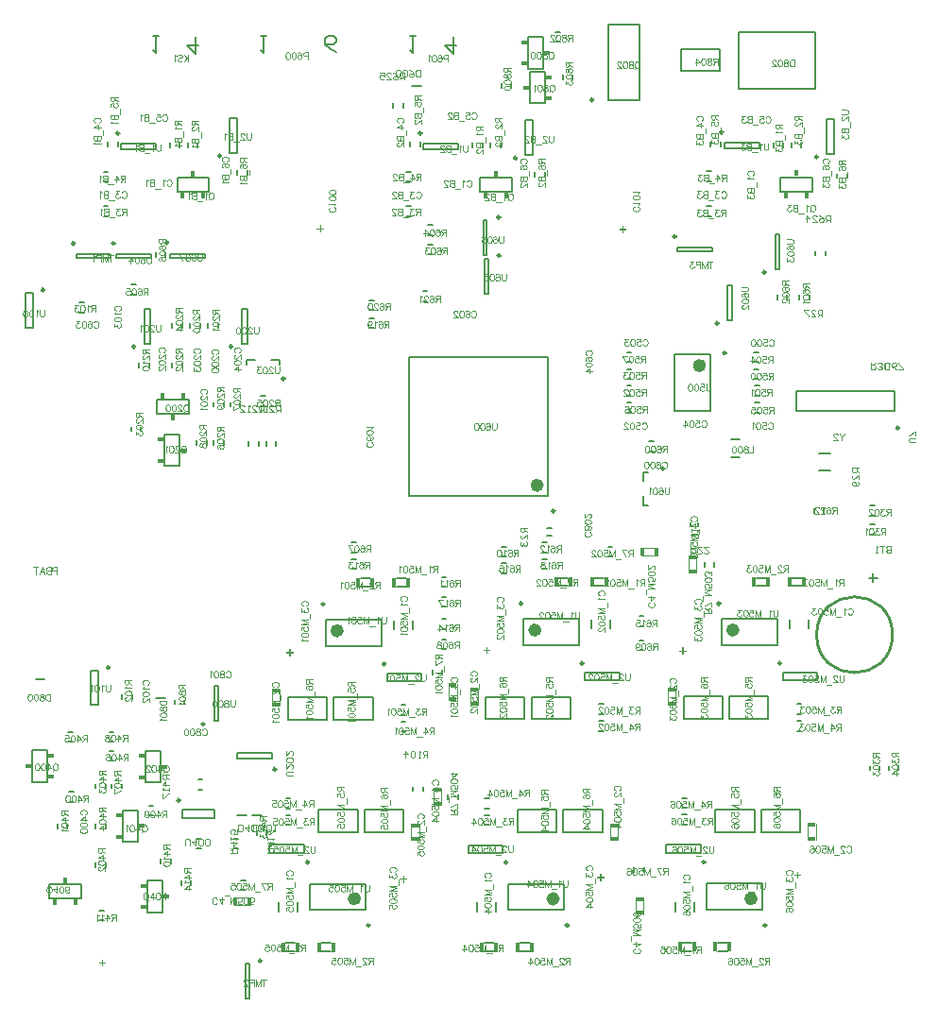
<source format=gbo>
%FSLAX44Y44*%
%MOMM*%
G71*
G01*
G75*
G04 Layer_Color=32896*
%ADD10C,2.0000*%
%ADD11R,1.0000X1.1000*%
%ADD12R,1.2000X1.1000*%
%ADD13R,4.0000X4.0000*%
%ADD14R,0.6100X1.2700*%
%ADD15R,3.9100X3.7500*%
G04:AMPARAMS|DCode=16|XSize=4mm|YSize=10mm|CornerRadius=1mm|HoleSize=0mm|Usage=FLASHONLY|Rotation=0.000|XOffset=0mm|YOffset=0mm|HoleType=Round|Shape=RoundedRectangle|*
%AMROUNDEDRECTD16*
21,1,4.0000,8.0000,0,0,0.0*
21,1,2.0000,10.0000,0,0,0.0*
1,1,2.0000,1.0000,-4.0000*
1,1,2.0000,-1.0000,-4.0000*
1,1,2.0000,-1.0000,4.0000*
1,1,2.0000,1.0000,4.0000*
%
%ADD16ROUNDEDRECTD16*%
%ADD17R,0.9100X3.0000*%
%ADD18R,5.6000X6.3500*%
%ADD19R,1.0000X0.7000*%
%ADD20R,1.1000X1.1000*%
%ADD21R,1.1000X1.2000*%
%ADD22R,1.5000X1.9000*%
%ADD23R,4.5000X3.0000*%
%ADD24R,6.0000X6.0000*%
%ADD25R,6.0000X2.0000*%
%ADD26R,2.1000X3.0000*%
%ADD27R,0.8000X1.3000*%
%ADD28R,3.5000X1.4000*%
%ADD29R,1.4000X3.5000*%
%ADD30R,0.6500X1.0500*%
%ADD31R,2.0000X1.2000*%
%ADD32R,3.2000X1.0000*%
%ADD33R,2.2000X0.6000*%
%ADD34R,1.8000X3.6000*%
%ADD35C,0.6000*%
%ADD36C,0.5000*%
%ADD37C,0.2000*%
%ADD38C,0.3000*%
%ADD39C,3.0000*%
%ADD40C,0.8000*%
%ADD41C,1.0000*%
%ADD42C,0.9000*%
%ADD43C,2.5000*%
%ADD44R,7.4500X4.6250*%
%ADD45R,9.9750X4.0250*%
%ADD46R,5.1750X10.4000*%
%ADD47R,4.5050X10.5100*%
%ADD48R,6.0000X12.8250*%
%ADD49R,3.6750X7.1250*%
%ADD50R,4.4500X9.4500*%
%ADD51R,3.3500X4.9500*%
%ADD52R,2.7750X4.9500*%
%ADD53R,2.4750X3.0000*%
%ADD54R,1.6750X2.9750*%
%ADD55R,3.4750X1.4000*%
%ADD56R,1.9750X6.4580*%
%ADD57R,1.0000X0.5750*%
%ADD58R,6.0000X14.0500*%
%ADD59R,2.4000X2.8960*%
%ADD60R,6.1000X8.1000*%
%ADD61R,10.7750X4.8000*%
%ADD62R,7.8000X3.9750*%
%ADD63R,2.4320X7.9440*%
%ADD64R,3.8000X37.1000*%
%ADD65R,21.1000X4.0500*%
%ADD66R,10.8840X4.8000*%
%ADD67R,2.4000X6.0670*%
%ADD68R,52.1900X2.9500*%
%ADD69R,4.5050X14.9600*%
%ADD70R,0.9250X1.1250*%
%ADD71R,4.5300X15.0600*%
%ADD72R,4.3240X3.9600*%
%ADD73R,2.0500X3.1000*%
%ADD74R,2.0500X3.1500*%
%ADD75R,2.5750X2.6000*%
%ADD76R,2.0750X2.9750*%
%ADD77R,2.0500X2.4750*%
%ADD78R,2.5250X2.6750*%
%ADD79R,2.0750X1.9250*%
%ADD80R,2.0500X2.6500*%
%ADD81R,2.6500X3.9750*%
%ADD82R,2.0500X3.3750*%
%ADD83R,2.0500X3.8750*%
%ADD84R,2.0500X3.2750*%
%ADD85R,2.0500X3.4000*%
%ADD86R,2.0500X3.1250*%
%ADD87R,2.4250X1.3000*%
%ADD88R,22.6250X3.2250*%
%ADD89R,21.7000X7.1000*%
%ADD90R,3.2250X18.4000*%
%ADD91R,6.9750X10.0250*%
%ADD92R,1.5000X1.5000*%
%ADD93C,2.5000*%
%ADD94C,4.0000*%
%ADD95C,1.5000*%
%ADD96R,1.5000X1.5000*%
%ADD97C,0.8000*%
%ADD98C,1.0000*%
%ADD99C,1.2000*%
%ADD100C,6.0000*%
%ADD101C,1.7000*%
%ADD102C,1.8000*%
%ADD103C,0.6600*%
%ADD104C,1.5000*%
%ADD105C,0.4000*%
%ADD106C,0.2500*%
%ADD107R,3.3750X5.0250*%
%ADD108R,2.3750X1.3000*%
%ADD109R,2.4250X1.6250*%
%ADD110R,3.4250X0.7750*%
%ADD111R,2.6000X1.7250*%
%ADD112R,3.5250X0.8250*%
%ADD113R,2.4000X1.6250*%
%ADD114R,1.4500X2.4500*%
%ADD115R,2.6250X1.7750*%
%ADD116R,3.5250X0.9500*%
%ADD117R,3.3750X34.9250*%
%ADD118R,5.3250X2.3250*%
%ADD119R,6.0000X2.2500*%
%ADD120R,6.0750X2.3000*%
%ADD121C,5.8000*%
%ADD122C,1.0160*%
%ADD123C,1.9160*%
%ADD124C,2.0160*%
%ADD125C,1.3160*%
%ADD126C,1.5160*%
%ADD127C,1.6160*%
%ADD128C,1.8160*%
%ADD129C,0.2540*%
%ADD130C,3.5160*%
%ADD131C,3.2160*%
%ADD132C,4.0160*%
%ADD133C,1.3460*%
%ADD134R,2.3000X4.9750*%
%ADD135R,3.1000X1.5250*%
%ADD136R,2.5000X1.7250*%
%ADD137R,2.6750X1.7750*%
%ADD138R,3.6000X1.0000*%
%ADD139R,2.5250X1.6750*%
%ADD140R,1.5000X2.5250*%
%ADD141R,3.5500X0.8500*%
%ADD142R,2.7000X1.7500*%
%ADD143R,3.4250X1.0750*%
%ADD144R,3.5250X1.0500*%
%ADD145R,2.4250X1.7250*%
%ADD146R,2.4500X1.6500*%
%ADD147R,2.4500X1.2500*%
%ADD148R,5.3000X2.3000*%
%ADD149R,6.0250X2.3000*%
%ADD150R,6.0500X2.3250*%
%ADD151R,3.4250X34.9500*%
%ADD152C,0.2000*%
%ADD153R,1.1000X1.8000*%
%ADD154R,1.1000X1.1000*%
%ADD155R,6.0000X6.0000*%
%ADD156R,2.0000X6.0000*%
%ADD157R,2.4000X3.3000*%
%ADD158R,2.4000X1.0000*%
%ADD159R,1.4000X1.0000*%
%ADD160R,0.6500X1.1000*%
%ADD161R,0.9000X0.6500*%
%ADD162R,1.0000X1.4000*%
%ADD163R,1.5000X1.6000*%
%ADD164R,0.7000X1.3000*%
%ADD165R,1.1000X0.6500*%
%ADD166R,0.6000X1.8000*%
%ADD167R,1.3000X0.7000*%
%ADD168R,1.0500X0.6500*%
%ADD169O,1.8000X0.3000*%
%ADD170O,0.3000X1.8000*%
%ADD171O,1.7000X0.3500*%
%ADD172R,1.8000X0.6000*%
%ADD173R,1.9000X1.5000*%
%ADD174R,0.6500X0.9000*%
%ADD175R,2.5000X1.0000*%
%ADD176R,1.0500X1.0800*%
%ADD177O,0.6000X1.9500*%
%ADD178R,1.0800X1.0500*%
%ADD179R,0.5500X0.9500*%
%ADD180R,0.6000X0.8000*%
%ADD181R,0.8000X0.7000*%
%ADD182R,0.6500X3.0000*%
%ADD183R,0.7000X0.8000*%
%ADD184R,0.6500X2.2000*%
%ADD185R,1.0000X1.8000*%
%ADD186R,0.9000X0.7000*%
%ADD187R,0.7000X0.9000*%
%ADD188R,6.0000X3.0000*%
%ADD189R,2.6500X3.0250*%
%ADD190R,2.2500X3.0000*%
%ADD191R,5.4000X2.4750*%
%ADD192R,6.1250X2.4250*%
%ADD193R,6.2500X2.4250*%
%ADD194R,3.5000X3.9000*%
%ADD195R,1.3000X3.2000*%
%ADD196R,4.9000X1.5000*%
%ADD197R,1.7000X3.2000*%
%ADD198R,13.8000X1.3000*%
%ADD199R,3.1000X4.5000*%
%ADD200R,52.4000X2.9500*%
%ADD201R,2.7000X3.3000*%
%ADD202R,7.1000X2.5000*%
%ADD203R,4.9000X2.7000*%
%ADD204R,4.7000X1.9000*%
%ADD205R,2.7000X3.5000*%
%ADD206R,2.7000X2.7000*%
%ADD207R,2.7000X1.8000*%
%ADD208R,2.7000X1.9000*%
%ADD209R,2.7000X3.9000*%
%ADD210R,2.7000X3.6000*%
%ADD211R,32.3500X1.3000*%
%ADD212R,0.6100X3.1400*%
%ADD213R,3.2000X1.7100*%
%ADD214R,2.4800X2.0750*%
%ADD215R,0.6000X1.8000*%
%ADD216R,0.6000X2.8900*%
%ADD217R,1.4900X1.4000*%
%ADD218R,2.4800X2.0270*%
%ADD219R,2.4800X2.0440*%
%ADD220R,2.4800X2.1920*%
%ADD221R,2.4800X1.9810*%
%ADD222R,0.6000X2.3100*%
%ADD223R,2.4800X2.0650*%
%ADD224R,7.8750X3.0000*%
%ADD225R,2.7000X12.4250*%
%ADD226R,15.4900X3.0000*%
%ADD227R,2.4750X2.8750*%
%ADD228R,2.4750X2.9000*%
%ADD229R,2.4750X4.2000*%
%ADD230R,1.0250X3.6500*%
%ADD231R,3.5250X2.3500*%
%ADD232C,0.1524*%
%ADD233C,0.1000*%
%ADD234R,0.4064X0.8636*%
%ADD235C,0.1016*%
%ADD236C,0.1500*%
%ADD237R,0.5842X0.4572*%
%ADD238R,0.4572X0.5842*%
%ADD239R,0.3500X0.7998*%
%ADD240R,0.7998X0.3500*%
G36*
X221596Y272881D02*
X224250D01*
Y271764D01*
X221596D01*
Y269081D01*
X220465D01*
Y271764D01*
X217810D01*
Y272881D01*
X220465D01*
Y275535D01*
X221596D01*
Y272881D01*
D02*
G37*
G36*
X398096Y275131D02*
X400750D01*
Y274014D01*
X398096D01*
Y271331D01*
X396965D01*
Y274014D01*
X394310D01*
Y275131D01*
X396965D01*
Y277785D01*
X398096D01*
Y275131D01*
D02*
G37*
G36*
X520096Y652131D02*
X522750D01*
Y651014D01*
X520096D01*
Y648331D01*
X518965D01*
Y651014D01*
X516311D01*
Y652131D01*
X518965D01*
Y654785D01*
X520096D01*
Y652131D01*
D02*
G37*
G36*
X248846Y652881D02*
X251500D01*
Y651764D01*
X248846D01*
Y649081D01*
X247715D01*
Y651764D01*
X245061D01*
Y652881D01*
X247715D01*
Y655535D01*
X248846D01*
Y652881D01*
D02*
G37*
G36*
X573846Y274381D02*
X576500D01*
Y273264D01*
X573846D01*
Y270581D01*
X572715D01*
Y273264D01*
X570061D01*
Y274381D01*
X572715D01*
Y277035D01*
X573846D01*
Y274381D01*
D02*
G37*
G36*
X323346Y69881D02*
X326000D01*
Y68764D01*
X323346D01*
Y66081D01*
X322215D01*
Y68764D01*
X319561D01*
Y69881D01*
X322215D01*
Y72535D01*
X323346D01*
Y69881D01*
D02*
G37*
G36*
X53346Y-5119D02*
X56000D01*
Y-6236D01*
X53346D01*
Y-8919D01*
X52215D01*
Y-6236D01*
X49560D01*
Y-5119D01*
X52215D01*
Y-2465D01*
X53346D01*
Y-5119D01*
D02*
G37*
G36*
X676596Y73631D02*
X679250D01*
Y72514D01*
X676596D01*
Y69831D01*
X675465D01*
Y72514D01*
X672811D01*
Y73631D01*
X675465D01*
Y76285D01*
X676596D01*
Y73631D01*
D02*
G37*
G36*
X500096Y71381D02*
X502750D01*
Y70264D01*
X500096D01*
Y67581D01*
X498965D01*
Y70264D01*
X496311D01*
Y71381D01*
X498965D01*
Y74035D01*
X500096D01*
Y71381D01*
D02*
G37*
D35*
X445500Y422500D02*
G03*
X445500Y422500I-3000J0D01*
G01*
X591000Y529750D02*
G03*
X591000Y529750I-3000J0D01*
G01*
X266180Y292130D02*
G03*
X266180Y292130I-3000J0D01*
G01*
X443470Y292730D02*
G03*
X443470Y292730I-3000J0D01*
G01*
X620860Y292750D02*
G03*
X620860Y292750I-3000J0D01*
G01*
X637130Y51960D02*
G03*
X637130Y51960I-3000J0D01*
G01*
X459780Y51830D02*
G03*
X459780Y51830I-3000J0D01*
G01*
X281670Y51850D02*
G03*
X281670Y51850I-3000J0D01*
G01*
D37*
X340000Y148500D02*
Y152500D01*
X331000Y148500D02*
Y152500D01*
X616000Y463500D02*
X624000D01*
X616000Y447500D02*
X624000D01*
X322500Y761000D02*
Y765000D01*
X313500Y761000D02*
Y765000D01*
X594660Y703790D02*
X598660D01*
X594660Y694790D02*
X598660D01*
X594660Y663790D02*
X598660D01*
X594660Y672790D02*
X598660D01*
X623000Y777500D02*
X692000D01*
Y828500D01*
X623000D02*
X692000D01*
X623000Y777500D02*
Y828500D01*
X571500Y793500D02*
X606500D01*
X571500Y813500D02*
X606500D01*
Y793500D02*
Y813500D01*
X571500Y793500D02*
Y813500D01*
X506500Y835000D02*
X534500D01*
X506500Y768000D02*
X534500D01*
Y835000D01*
X506500Y768000D02*
Y835000D01*
X459000Y829000D02*
X463000D01*
X459000Y820000D02*
X463000D01*
X340500Y723500D02*
X371500D01*
X340500Y728500D02*
X371500D01*
Y723500D02*
Y728500D01*
X340500Y723500D02*
Y728500D01*
X438500Y718500D02*
Y749500D01*
X431500Y718500D02*
Y749500D01*
X438500D01*
X431500Y718500D02*
X438500D01*
X325320Y703560D02*
X329320D01*
X325320Y694560D02*
X329320D01*
X325320Y663560D02*
X329320D01*
X325320Y672560D02*
X329320D01*
X69500Y723500D02*
X100500D01*
X69500Y728500D02*
X100500D01*
Y723500D02*
Y728500D01*
X69500Y723500D02*
Y728500D01*
X173500Y720500D02*
Y751500D01*
X166500Y720500D02*
Y751500D01*
X173500D01*
X166500Y720500D02*
X173500D01*
X53840Y703580D02*
X57840D01*
X53840Y694580D02*
X57840D01*
X53840Y663580D02*
X57840D01*
X53840Y672580D02*
X57840D01*
X65500Y626000D02*
X96500D01*
X65500Y630000D02*
X96500D01*
Y626000D02*
Y630000D01*
X65500Y626000D02*
Y630000D01*
X29500Y626000D02*
Y630000D01*
X60500Y626000D02*
Y630000D01*
X29500D02*
X60500D01*
X29500Y626000D02*
X60500D01*
X-16100Y563800D02*
Y594800D01*
X-9100Y563800D02*
Y594800D01*
X-16100Y563800D02*
X-9100D01*
X-16100Y594800D02*
X-9100D01*
X113500Y626500D02*
Y629500D01*
X144500Y626500D02*
Y629500D01*
X113500D02*
X144500D01*
X113500Y626500D02*
X144500D01*
X79000Y602500D02*
X83000D01*
X79000Y593500D02*
X83000D01*
X32000Y586500D02*
X36000D01*
X32000Y577500D02*
X36000D01*
X95500Y549500D02*
Y580500D01*
X90500Y549500D02*
Y580500D01*
X95500D01*
X90500Y549500D02*
X95500D01*
X182500D02*
Y580500D01*
X177500Y549500D02*
Y580500D01*
X182500D01*
X177500Y549500D02*
X182500D01*
X182000Y535000D02*
X190000D01*
X182000Y531000D02*
Y535000D01*
X204000D02*
X212000D01*
Y531000D02*
Y535000D01*
X195000Y502500D02*
X199000D01*
X195000Y493500D02*
X199000D01*
X87500Y471000D02*
Y475000D01*
X78500Y471000D02*
Y475000D01*
X345000Y655500D02*
X349000D01*
X345000Y646500D02*
X349000D01*
X345000Y629500D02*
X349000D01*
X345000Y638500D02*
X349000D01*
X394500Y659750D02*
X397500D01*
X394500Y628750D02*
X397500D01*
Y659750D01*
X394500Y628750D02*
Y659750D01*
X395000Y594500D02*
Y625500D01*
X399000Y594500D02*
Y625500D01*
X395000Y594500D02*
X399000D01*
X395000Y625500D02*
X399000D01*
X292000Y579500D02*
X296000D01*
X292000Y588500D02*
X296000D01*
X292000Y563500D02*
X296000D01*
X292000Y572500D02*
X296000D01*
X340000Y587500D02*
X344000D01*
X340000Y596500D02*
X344000D01*
X327500Y412500D02*
Y537500D01*
X452500Y412500D02*
Y537500D01*
X327500D02*
X452500D01*
X327500Y412500D02*
X452500D01*
X566000Y488750D02*
X598000D01*
X566000Y539750D02*
X598000D01*
X566000Y488750D02*
Y539750D01*
X598000Y488750D02*
Y539750D01*
X523000Y532750D02*
X527000D01*
X523000Y541750D02*
X527000D01*
X523000Y526750D02*
X527000D01*
X523000Y517750D02*
X527000D01*
X523000Y502750D02*
X527000D01*
X523000Y511750D02*
X527000D01*
X523000Y487750D02*
X527000D01*
X523000Y496750D02*
X527000D01*
X637000Y541750D02*
X641000D01*
X637000Y532750D02*
X641000D01*
X637000Y526750D02*
X641000D01*
X637000Y517750D02*
X641000D01*
X637500Y502750D02*
X641500D01*
X637500Y511750D02*
X641500D01*
X637500Y496750D02*
X641500D01*
X637500Y487750D02*
X641500D01*
X543000Y462000D02*
X547000D01*
X543000Y453000D02*
X547000D01*
X741000Y404500D02*
X745000D01*
X741000Y395500D02*
X745000D01*
X741000Y387500D02*
X745000D01*
X741000Y378500D02*
X745000D01*
X699500Y398000D02*
Y402000D01*
X690500Y398000D02*
Y402000D01*
X538000Y434500D02*
X542000D01*
X538000Y426500D02*
Y434500D01*
Y404500D02*
X542000D01*
X538000D02*
Y412500D01*
X685780Y294020D02*
Y302020D01*
X668780Y294020D02*
Y302020D01*
X485390Y247500D02*
X516390D01*
X485390Y254500D02*
X516390D01*
Y247500D02*
Y254500D01*
X485390Y247500D02*
Y254500D01*
X534000Y283500D02*
X538000D01*
X534000Y274500D02*
X538000D01*
X534000Y305500D02*
X538000D01*
X534000Y296500D02*
X538000D01*
X447000Y356500D02*
X451000D01*
X447000Y347500D02*
X451000D01*
X447000Y371500D02*
X451000D01*
X447000Y362500D02*
X451000D01*
X411000Y358500D02*
X415000D01*
X411000Y367500D02*
X415000D01*
X411000Y343500D02*
X415000D01*
X411000Y352500D02*
X415000D01*
X357000Y284500D02*
X361000D01*
X357000Y275500D02*
X361000D01*
X357000Y302500D02*
X361000D01*
X357000Y293500D02*
X361000D01*
X357000Y313500D02*
X361000D01*
X357000Y322500D02*
X361000D01*
X357000Y331500D02*
X361000D01*
X357000Y340500D02*
X361000D01*
X276000Y362500D02*
X280000D01*
X276000Y371500D02*
X280000D01*
X276000Y347500D02*
X280000D01*
X276000Y356500D02*
X280000D01*
X308100Y246900D02*
X339100D01*
X308100Y253900D02*
X339100D01*
Y246900D02*
Y253900D01*
X308100Y246900D02*
Y253900D01*
X42500Y225500D02*
Y256500D01*
X49500Y225500D02*
Y256500D01*
X42500Y225500D02*
X49500D01*
X42500Y256500D02*
X49500D01*
X153500Y211500D02*
X156500D01*
X153500Y242500D02*
X156500D01*
X153500Y211500D02*
Y242500D01*
X156500Y211500D02*
Y242500D01*
X-7000Y249000D02*
X1000D01*
X22000Y192500D02*
X26000D01*
X22000Y201500D02*
X26000D01*
X59000Y201500D02*
X63000D01*
X59000Y192500D02*
X63000D01*
X59000Y175500D02*
X63000D01*
X59000Y184500D02*
X63000D01*
X23000Y138500D02*
X27000D01*
X23000Y147500D02*
X27000D01*
X94500Y126500D02*
X98500D01*
X94500Y135500D02*
X98500D01*
X50000Y32500D02*
X54000D01*
X50000Y41500D02*
X54000D01*
X181000Y-6500D02*
X185000D01*
X181000Y-37500D02*
X185000D01*
Y-6500D01*
X181000Y-37500D02*
Y-6500D01*
X177000Y59500D02*
X181000D01*
X177000Y68500D02*
X181000D01*
X217250Y142080D02*
X221250D01*
X217250Y133080D02*
X221250D01*
X217250Y127080D02*
X221250D01*
X217250Y118080D02*
X221250D01*
X202750Y100080D02*
X233750D01*
X202750Y93080D02*
X233750D01*
X202750D02*
Y100080D01*
X233750Y93080D02*
Y100080D01*
X380860Y100060D02*
X411860D01*
X380860Y93060D02*
X411860D01*
X380860D02*
Y100060D01*
X411860Y93060D02*
Y100060D01*
X538500Y76000D02*
Y80000D01*
X529500Y76000D02*
Y80000D01*
X572710Y142190D02*
X576710D01*
X572710Y133190D02*
X576710D01*
X572710Y127190D02*
X576710D01*
X572710Y118190D02*
X576710D01*
X558210Y100190D02*
X589210D01*
X558210Y93190D02*
X589210D01*
X558210D02*
Y100190D01*
X589210Y93190D02*
Y100190D01*
X303180Y278630D02*
Y302130D01*
X253180Y278630D02*
Y302130D01*
Y278630D02*
X303180D01*
X253180Y302130D02*
X303180D01*
X480470Y279230D02*
Y302730D01*
X430470Y279230D02*
Y302730D01*
Y279230D02*
X480470D01*
X430470Y302730D02*
X480470D01*
X657860Y279250D02*
Y302750D01*
X607860Y279250D02*
Y302750D01*
Y279250D02*
X657860D01*
X607860Y302750D02*
X657860D01*
X594130Y41960D02*
Y65460D01*
X644130Y41960D02*
Y65460D01*
X594130D02*
X644130D01*
X594130Y41960D02*
X644130D01*
X416780Y41830D02*
Y65330D01*
X466780Y41830D02*
Y65330D01*
X416780D02*
X466780D01*
X416780Y41830D02*
X466780D01*
X238670Y41850D02*
Y65350D01*
X288670Y41850D02*
Y65350D01*
X238670D02*
X288670D01*
X238670Y41850D02*
X288670D01*
X70000Y151000D02*
Y155000D01*
X61000Y151000D02*
Y155000D01*
X55500Y151000D02*
Y155000D01*
X46500Y151000D02*
Y155000D01*
X357500Y253000D02*
Y257000D01*
X348500Y253000D02*
Y257000D01*
X465500Y786500D02*
Y790500D01*
X474500Y786500D02*
Y790500D01*
X419500Y779000D02*
Y783000D01*
X410500Y779000D02*
Y783000D01*
X400820Y725310D02*
Y729310D01*
X409820Y725310D02*
Y729310D01*
X393820Y725310D02*
Y729310D01*
X384820Y725310D02*
Y729310D01*
X337820Y726310D02*
Y730310D01*
X328820Y726310D02*
Y730310D01*
X440500Y699000D02*
Y703000D01*
X449500Y699000D02*
Y703000D01*
X129340Y725330D02*
Y729330D01*
X138340Y725330D02*
Y729330D01*
X122340Y725330D02*
Y729330D01*
X113340Y725330D02*
Y729330D01*
X66500Y726000D02*
Y730000D01*
X57500Y726000D02*
Y730000D01*
X173500Y701000D02*
Y705000D01*
X182500Y701000D02*
Y705000D01*
X100500Y627000D02*
Y631000D01*
X109500Y627000D02*
Y631000D01*
X124500Y564000D02*
Y568000D01*
X115500Y564000D02*
Y568000D01*
X140500Y564000D02*
Y568000D01*
X131500Y564000D02*
Y568000D01*
X156500Y564000D02*
Y568000D01*
X147500Y564000D02*
Y568000D01*
X85500Y528000D02*
Y532000D01*
X94500Y528000D02*
Y532000D01*
X124500Y528000D02*
Y532000D01*
X115500Y528000D02*
Y532000D01*
X152500Y493000D02*
Y497000D01*
X161500Y493000D02*
Y497000D01*
X176500Y493000D02*
Y497000D01*
X167500Y493000D02*
Y497000D01*
X146500Y459000D02*
Y463000D01*
X137500Y459000D02*
Y463000D01*
X161500Y459000D02*
Y463000D01*
X152500Y459000D02*
Y463000D01*
X395360Y127060D02*
X399360D01*
X395360Y118060D02*
X399360D01*
X395360Y142060D02*
X399360D01*
X395360Y133060D02*
X399360D01*
X362500Y141000D02*
Y145000D01*
X371500Y141000D02*
Y145000D01*
X424860Y111560D02*
Y131560D01*
X459860Y111560D02*
Y131560D01*
X424860D02*
X459860D01*
X424860Y111560D02*
X459860D01*
X465860D02*
Y131560D01*
X500860Y111560D02*
Y131560D01*
X465860D02*
X500860D01*
X465860Y111560D02*
X500860D01*
X602210Y111690D02*
Y131690D01*
X637210Y111690D02*
Y131690D01*
X602210D02*
X637210D01*
X602210Y111690D02*
X637210D01*
X643210D02*
Y131690D01*
X678210Y111690D02*
Y131690D01*
X643210D02*
X678210D01*
X643210Y111690D02*
X678210D01*
X566210Y40690D02*
Y48690D01*
X583210Y40690D02*
Y48690D01*
X388860Y40560D02*
Y48560D01*
X405860Y40560D02*
Y48560D01*
X246750Y111580D02*
X281750D01*
X246750Y131580D02*
X281750D01*
Y111580D02*
Y131580D01*
X246750Y111580D02*
Y131580D01*
X287750Y111580D02*
X322750D01*
X287750Y131580D02*
X322750D01*
Y111580D02*
Y131580D01*
X287750Y111580D02*
Y131580D01*
X210750Y40580D02*
Y48580D01*
X227750Y40580D02*
Y48580D01*
X123500Y64000D02*
Y68000D01*
X132500Y64000D02*
Y68000D01*
X105000Y83500D02*
Y87500D01*
X114000Y83500D02*
Y87500D01*
X46500Y80000D02*
Y84000D01*
X55500Y80000D02*
Y84000D01*
X200000Y109000D02*
Y113000D01*
X191000Y109000D02*
Y113000D01*
X55500Y115000D02*
Y119000D01*
X46500Y115000D02*
Y119000D01*
X12500Y115000D02*
Y119000D01*
X21500Y115000D02*
Y119000D01*
X117500Y226250D02*
Y230250D01*
X126500Y226250D02*
Y230250D01*
X79500Y231000D02*
Y235000D01*
X70500Y231000D02*
Y235000D01*
X101000Y232000D02*
X109000D01*
X331100Y293400D02*
Y301400D01*
X314100Y293400D02*
Y301400D01*
X219100Y232400D02*
X254100D01*
X219100Y212400D02*
X254100D01*
X219100D02*
Y232400D01*
X254100Y212400D02*
Y232400D01*
X260100D02*
X295100D01*
X260100Y212400D02*
X295100D01*
X260100D02*
Y232400D01*
X295100Y212400D02*
Y232400D01*
X320600Y216900D02*
X324600D01*
X320600Y225900D02*
X324600D01*
X320600Y201900D02*
X324600D01*
X320600Y210900D02*
X324600D01*
X508390Y294000D02*
Y302000D01*
X491390Y294000D02*
Y302000D01*
X431390Y213000D02*
Y233000D01*
X396390Y213000D02*
Y233000D01*
Y213000D02*
X431390D01*
X396390Y233000D02*
X431390D01*
X472390Y213000D02*
Y233000D01*
X437390Y213000D02*
Y233000D01*
Y213000D02*
X472390D01*
X437390Y233000D02*
X472390D01*
X497890Y217500D02*
X501890D01*
X497890Y226500D02*
X501890D01*
X497890Y202500D02*
X501890D01*
X497890Y211500D02*
X501890D01*
X573780Y233020D02*
X608780D01*
X573780Y213020D02*
X608780D01*
X573780D02*
Y233020D01*
X608780Y213020D02*
Y233020D01*
X614780D02*
X649780D01*
X614780Y213020D02*
X649780D01*
X614780D02*
Y233020D01*
X649780Y213020D02*
Y233020D01*
X766500Y167000D02*
Y171000D01*
X757500Y167000D02*
Y171000D01*
X749500Y167000D02*
Y171000D01*
X740500Y167000D02*
Y171000D01*
X675280Y202520D02*
X679280D01*
X675280Y211520D02*
X679280D01*
X675280Y217520D02*
X679280D01*
X675280Y226520D02*
X679280D01*
X662780Y247520D02*
X693780D01*
X662780Y254520D02*
X693780D01*
Y247520D02*
Y254520D01*
X662780Y247520D02*
Y254520D01*
X506000Y358500D02*
X510000D01*
X506000Y367500D02*
X510000D01*
X592500Y349500D02*
Y353500D01*
X601500Y349500D02*
Y353500D01*
X657500Y589000D02*
Y593000D01*
X666500Y589000D02*
Y593000D01*
X677500Y589000D02*
Y593000D01*
X686500Y589000D02*
Y593000D01*
X659500Y616500D02*
Y647500D01*
X656500Y616500D02*
Y647500D01*
X659500D01*
X656500Y616500D02*
X659500D01*
X617000Y570500D02*
Y601500D01*
X613000Y570500D02*
Y601500D01*
X617000D01*
X613000Y570500D02*
X617000D01*
X568500Y632000D02*
Y636000D01*
X599500Y632000D02*
Y636000D01*
X568500D02*
X599500D01*
X568500Y632000D02*
X599500D01*
X711500Y698000D02*
Y702000D01*
X720500Y698000D02*
Y702000D01*
X610500Y724500D02*
X641500D01*
X610500Y729500D02*
X641500D01*
Y724500D02*
Y729500D01*
X610500Y724500D02*
Y729500D01*
X607160Y726540D02*
Y730540D01*
X598160Y726540D02*
Y730540D01*
X663160Y725540D02*
Y729540D01*
X654160Y725540D02*
Y729540D01*
X670160Y725540D02*
Y729540D01*
X679160Y725540D02*
Y729540D01*
X708500Y719500D02*
Y750500D01*
X701500Y719500D02*
Y750500D01*
X708500D01*
X701500Y719500D02*
X708500D01*
X692000Y628500D02*
Y632500D01*
X701000Y628500D02*
Y632500D01*
X330500Y780000D02*
X338500D01*
X170500Y106000D02*
X174500D01*
X170500Y97000D02*
X174500D01*
X138500Y150000D02*
X142500D01*
X138500Y159000D02*
X142500D01*
X137500Y106000D02*
X141500D01*
X137500Y97000D02*
X141500D01*
X124500Y124500D02*
X153500D01*
X124500Y131500D02*
X153500D01*
Y124500D02*
Y131500D01*
X124500Y124500D02*
Y131500D01*
X174000Y127000D02*
X182000D01*
X173500Y182500D02*
X204500D01*
X173500Y177500D02*
X204500D01*
X173500D02*
Y182500D01*
X204500Y177500D02*
Y182500D01*
X187500Y127000D02*
X195500D01*
X199500Y458000D02*
Y462000D01*
X208500Y458000D02*
Y462000D01*
X184000Y458000D02*
Y462000D01*
X193000Y458000D02*
Y462000D01*
X580000Y385500D02*
Y389500D01*
X587000Y385500D02*
Y389500D01*
X451500Y384500D02*
X455500D01*
X451500Y377500D02*
X455500D01*
D106*
X492750Y768000D02*
G03*
X492750Y768000I-1250J0D01*
G01*
X339000Y738000D02*
G03*
X339000Y738000I-1250J0D01*
G01*
X424250Y715750D02*
G03*
X424250Y715750I-1250J0D01*
G01*
X68000Y738000D02*
G03*
X68000Y738000I-1250J0D01*
G01*
X159250Y717750D02*
G03*
X159250Y717750I-1250J0D01*
G01*
X64000Y639250D02*
G03*
X64000Y639250I-1250J0D01*
G01*
X28000D02*
G03*
X28000Y639250I-1250J0D01*
G01*
X650Y597550D02*
G03*
X650Y597550I-1250J0D01*
G01*
X111750Y640000D02*
G03*
X111750Y640000I-1250J0D01*
G01*
X82250Y546750D02*
G03*
X82250Y546750I-1250J0D01*
G01*
X169250D02*
G03*
X169250Y546750I-1250J0D01*
G01*
X216250Y518000D02*
G03*
X216250Y518000I-1250J0D01*
G01*
X409250Y662750D02*
G03*
X409250Y662750I-1250J0D01*
G01*
X409500Y628250D02*
G03*
X409500Y628250I-1250J0D01*
G01*
X458250Y399500D02*
G03*
X458250Y399500I-1250J0D01*
G01*
X611750Y541000D02*
G03*
X611750Y541000I-1250J0D01*
G01*
X556250Y437500D02*
G03*
X556250Y437500I-1250J0D01*
G01*
X483890Y263000D02*
G03*
X483890Y263000I-1250J0D01*
G01*
X306600Y262400D02*
G03*
X306600Y262400I-1250J0D01*
G01*
X59250Y259250D02*
G03*
X59250Y259250I-1250J0D01*
G01*
X144250Y208500D02*
G03*
X144250Y208500I-1250J0D01*
G01*
X195500Y-3750D02*
G03*
X195500Y-3750I-1250J0D01*
G01*
X237750Y84580D02*
G03*
X237750Y84580I-1250J0D01*
G01*
X415860Y84560D02*
G03*
X415860Y84560I-1250J0D01*
G01*
X593210Y84690D02*
G03*
X593210Y84690I-1250J0D01*
G01*
X251880Y315880D02*
G03*
X251880Y315880I-1250J0D01*
G01*
X429170Y316480D02*
G03*
X429170Y316480I-1250J0D01*
G01*
X606560Y316500D02*
G03*
X606560Y316500I-1250J0D01*
G01*
X647930Y28210D02*
G03*
X647930Y28210I-1250J0D01*
G01*
X470580Y28080D02*
G03*
X470580Y28080I-1250J0D01*
G01*
X292470Y28100D02*
G03*
X292470Y28100I-1250J0D01*
G01*
X661280Y263020D02*
G03*
X661280Y263020I-1250J0D01*
G01*
X647250Y613500D02*
G03*
X647250Y613500I-1250J0D01*
G01*
X605000Y567750D02*
G03*
X605000Y567750I-1250J0D01*
G01*
X567000Y645250D02*
G03*
X567000Y645250I-1250J0D01*
G01*
X609000Y739000D02*
G03*
X609000Y739000I-1250J0D01*
G01*
X694250Y716750D02*
G03*
X694250Y716750I-1250J0D01*
G01*
X122500Y140250D02*
G03*
X122500Y140250I-1250J0D01*
G01*
X208500Y168000D02*
G03*
X208500Y168000I-1250J0D01*
G01*
X766850Y474000D02*
G03*
X766850Y474000I-1250J0D01*
G01*
D129*
X761000Y288500D02*
G03*
X761000Y288500I-34000J0D01*
G01*
D232*
X447602Y795781D02*
Y824219D01*
X434401Y795781D02*
X447602D01*
X434401D02*
Y824219D01*
X447602D01*
X436399Y764781D02*
Y793219D01*
X449599D01*
Y764781D02*
Y793219D01*
X436399Y764781D02*
X449599D01*
X391351Y698411D02*
X419789D01*
Y685211D02*
Y698411D01*
X391351Y685211D02*
X419789D01*
X391351D02*
Y698411D01*
X119871Y698431D02*
X148309D01*
Y685231D02*
Y698431D01*
X119871Y685231D02*
X148309D01*
X119871D02*
Y698431D01*
X101781Y486399D02*
X130219D01*
X101781D02*
Y499599D01*
X130219D01*
Y486399D02*
Y499599D01*
X121601Y439781D02*
Y468219D01*
X108401Y439781D02*
X121601D01*
X108401D02*
Y468219D01*
X121601D01*
X-10101Y156781D02*
Y185219D01*
X3099D01*
Y156781D02*
Y185219D01*
X-10101Y156781D02*
X3099D01*
X104757Y156124D02*
Y184562D01*
X91557Y156124D02*
X104757D01*
X91557D02*
Y184562D01*
X104757D01*
X84601Y102781D02*
Y131219D01*
X71401Y102781D02*
X84601D01*
X71401D02*
Y131219D01*
X84601D01*
X5281Y65101D02*
X33719D01*
Y51901D02*
Y65101D01*
X5281Y51901D02*
X33719D01*
X5281D02*
Y65101D01*
X461570Y332440D02*
X470211D01*
X461570Y339560D02*
X470211D01*
X493569Y332440D02*
X502211D01*
X493569Y339560D02*
X502211D01*
X572389Y12250D02*
X581031D01*
X572389Y5130D02*
X581031D01*
X604389Y12250D02*
X613031D01*
X604389Y5130D02*
X613031D01*
X395039Y12120D02*
X403680D01*
X395039Y5000D02*
X403680D01*
X427039Y12120D02*
X435681D01*
X427039Y5000D02*
X435681D01*
X216929Y12140D02*
X225571D01*
X216929Y5020D02*
X225571D01*
X248929Y12140D02*
X257570D01*
X248929Y5020D02*
X257570D01*
X316280Y331840D02*
X324921D01*
X316280Y338960D02*
X324921D01*
X284279Y331840D02*
X292921D01*
X284279Y338960D02*
X292921D01*
X638960Y332460D02*
X647601D01*
X638960Y339580D02*
X647601D01*
X670959Y332460D02*
X679601D01*
X670959Y339580D02*
X679601D01*
X660691Y698642D02*
X689129D01*
Y685441D02*
Y698642D01*
X660691Y685441D02*
X689129D01*
X660691D02*
Y698642D01*
X106601Y39781D02*
Y68219D01*
X93401Y39781D02*
X106601D01*
X93401D02*
Y68219D01*
X106601D01*
D233*
X344009Y178567D02*
Y184565D01*
X341010D01*
X340010Y183565D01*
Y181566D01*
X341010Y180566D01*
X344009D01*
X342010D02*
X340010Y178567D01*
X338011D02*
X336012D01*
X337011D01*
Y184565D01*
X338011Y183565D01*
X333013D02*
X332013Y184565D01*
X330014D01*
X329014Y183565D01*
Y179567D01*
X330014Y178567D01*
X332013D01*
X333013Y179567D01*
Y183565D01*
X324016Y178567D02*
Y184565D01*
X327015Y181566D01*
X323016D01*
X414500Y611999D02*
Y607714D01*
X414214Y606857D01*
X413643Y606286D01*
X412786Y606000D01*
X412215D01*
X411358Y606286D01*
X410787Y606857D01*
X410501Y607714D01*
Y611999D01*
X405416Y611142D02*
X405702Y611713D01*
X406559Y611999D01*
X407130D01*
X407987Y611713D01*
X408558Y610856D01*
X408844Y609428D01*
Y608000D01*
X408558Y606857D01*
X407987Y606286D01*
X407130Y606000D01*
X406844D01*
X405988Y606286D01*
X405416Y606857D01*
X405131Y607714D01*
Y608000D01*
X405416Y608857D01*
X405988Y609428D01*
X406844Y609714D01*
X407130D01*
X407987Y609428D01*
X408558Y608857D01*
X408844Y608000D01*
X402103Y611999D02*
X402960Y611713D01*
X403531Y610856D01*
X403817Y609428D01*
Y608571D01*
X403531Y607143D01*
X402960Y606286D01*
X402103Y606000D01*
X401531D01*
X400674Y606286D01*
X400103Y607143D01*
X399818Y608571D01*
Y609428D01*
X400103Y610856D01*
X400674Y611713D01*
X401531Y611999D01*
X402103D01*
X395047D02*
X397904D01*
X398189Y609428D01*
X397904Y609714D01*
X397047Y609999D01*
X396190D01*
X395333Y609714D01*
X394761Y609142D01*
X394476Y608285D01*
Y607714D01*
X394761Y606857D01*
X395333Y606286D01*
X396190Y606000D01*
X397047D01*
X397904Y606286D01*
X398189Y606571D01*
X398475Y607143D01*
X96500Y627499D02*
Y623214D01*
X96214Y622357D01*
X95643Y621786D01*
X94786Y621500D01*
X94215D01*
X93358Y621786D01*
X92787Y622357D01*
X92501Y623214D01*
Y627499D01*
X87416Y626642D02*
X87702Y627213D01*
X88559Y627499D01*
X89130D01*
X89987Y627213D01*
X90558Y626356D01*
X90844Y624928D01*
Y623500D01*
X90558Y622357D01*
X89987Y621786D01*
X89130Y621500D01*
X88844D01*
X87988Y621786D01*
X87416Y622357D01*
X87131Y623214D01*
Y623500D01*
X87416Y624356D01*
X87988Y624928D01*
X88844Y625214D01*
X89130D01*
X89987Y624928D01*
X90558Y624356D01*
X90844Y623500D01*
X84103Y627499D02*
X84960Y627213D01*
X85531Y626356D01*
X85817Y624928D01*
Y624071D01*
X85531Y622643D01*
X84960Y621786D01*
X84103Y621500D01*
X83531D01*
X82674Y621786D01*
X82103Y622643D01*
X81818Y624071D01*
Y624928D01*
X82103Y626356D01*
X82674Y627213D01*
X83531Y627499D01*
X84103D01*
X77618D02*
X80475Y623500D01*
X76190D01*
X77618Y627499D02*
Y621500D01*
X666501Y643000D02*
X670786D01*
X671643Y642714D01*
X672214Y642143D01*
X672500Y641286D01*
Y640715D01*
X672214Y639858D01*
X671643Y639286D01*
X670786Y639001D01*
X666501D01*
X667358Y633916D02*
X666787Y634202D01*
X666501Y635059D01*
Y635630D01*
X666787Y636487D01*
X667644Y637058D01*
X669072Y637344D01*
X670500D01*
X671643Y637058D01*
X672214Y636487D01*
X672500Y635630D01*
Y635345D01*
X672214Y634488D01*
X671643Y633916D01*
X670786Y633631D01*
X670500D01*
X669643Y633916D01*
X669072Y634488D01*
X668786Y635345D01*
Y635630D01*
X669072Y636487D01*
X669643Y637058D01*
X670500Y637344D01*
X666501Y630603D02*
X666787Y631460D01*
X667644Y632031D01*
X669072Y632317D01*
X669929D01*
X671357Y632031D01*
X672214Y631460D01*
X672500Y630603D01*
Y630031D01*
X672214Y629174D01*
X671357Y628603D01*
X669929Y628317D01*
X669072D01*
X667644Y628603D01*
X666787Y629174D01*
X666501Y630031D01*
Y630603D01*
Y626404D02*
Y623261D01*
X668786Y624975D01*
Y624118D01*
X669072Y623547D01*
X669358Y623261D01*
X670215Y622976D01*
X670786D01*
X671643Y623261D01*
X672214Y623833D01*
X672500Y624690D01*
Y625547D01*
X672214Y626404D01*
X671929Y626689D01*
X671357Y626975D01*
X626001Y600250D02*
X630286D01*
X631143Y599964D01*
X631714Y599393D01*
X632000Y598536D01*
Y597965D01*
X631714Y597108D01*
X631143Y596536D01*
X630286Y596251D01*
X626001D01*
X626858Y591166D02*
X626287Y591452D01*
X626001Y592309D01*
Y592880D01*
X626287Y593737D01*
X627144Y594308D01*
X628572Y594594D01*
X630000D01*
X631143Y594308D01*
X631714Y593737D01*
X632000Y592880D01*
Y592594D01*
X631714Y591738D01*
X631143Y591166D01*
X630286Y590881D01*
X630000D01*
X629143Y591166D01*
X628572Y591738D01*
X628287Y592594D01*
Y592880D01*
X628572Y593737D01*
X629143Y594308D01*
X630000Y594594D01*
X626001Y587853D02*
X626287Y588710D01*
X627144Y589281D01*
X628572Y589567D01*
X629429D01*
X630857Y589281D01*
X631714Y588710D01*
X632000Y587853D01*
Y587281D01*
X631714Y586424D01*
X630857Y585853D01*
X629429Y585568D01*
X628572D01*
X627144Y585853D01*
X626287Y586424D01*
X626001Y587281D01*
Y587853D01*
X627430Y583939D02*
X627144D01*
X626573Y583654D01*
X626287Y583368D01*
X626001Y582797D01*
Y581654D01*
X626287Y581083D01*
X626573Y580797D01*
X627144Y580511D01*
X627715D01*
X628287Y580797D01*
X629143Y581368D01*
X632000Y584225D01*
Y580226D01*
X760501Y183000D02*
X766500D01*
X760501D02*
Y180429D01*
X760787Y179572D01*
X761073Y179286D01*
X761644Y179001D01*
X762215D01*
X762786Y179286D01*
X763072Y179572D01*
X763358Y180429D01*
Y183000D01*
Y181000D02*
X766500Y179001D01*
X760501Y177087D02*
Y173945D01*
X762786Y175659D01*
Y174802D01*
X763072Y174230D01*
X763358Y173945D01*
X764215Y173659D01*
X764786D01*
X765643Y173945D01*
X766214Y174516D01*
X766500Y175373D01*
Y176230D01*
X766214Y177087D01*
X765929Y177373D01*
X765357Y177658D01*
X760501Y170603D02*
X760787Y171460D01*
X761644Y172031D01*
X763072Y172317D01*
X763929D01*
X765357Y172031D01*
X766214Y171460D01*
X766500Y170603D01*
Y170031D01*
X766214Y169174D01*
X765357Y168603D01*
X763929Y168318D01*
X763072D01*
X761644Y168603D01*
X760787Y169174D01*
X760501Y170031D01*
Y170603D01*
Y164118D02*
X764500Y166975D01*
Y162690D01*
X760501Y164118D02*
X766500D01*
X743001Y182500D02*
X749000D01*
X743001D02*
Y179929D01*
X743287Y179072D01*
X743573Y178787D01*
X744144Y178501D01*
X744715D01*
X745286Y178787D01*
X745572Y179072D01*
X745858Y179929D01*
Y182500D01*
Y180500D02*
X749000Y178501D01*
X743001Y176587D02*
Y173445D01*
X745286Y175159D01*
Y174302D01*
X745572Y173731D01*
X745858Y173445D01*
X746715Y173159D01*
X747286D01*
X748143Y173445D01*
X748714Y174016D01*
X749000Y174873D01*
Y175730D01*
X748714Y176587D01*
X748429Y176873D01*
X747857Y177158D01*
X743001Y170103D02*
X743287Y170960D01*
X744144Y171531D01*
X745572Y171817D01*
X746429D01*
X747857Y171531D01*
X748714Y170960D01*
X749000Y170103D01*
Y169531D01*
X748714Y168674D01*
X747857Y168103D01*
X746429Y167817D01*
X745572D01*
X744144Y168103D01*
X743287Y168674D01*
X743001Y169531D01*
Y170103D01*
Y165904D02*
Y162761D01*
X745286Y164475D01*
Y163618D01*
X745572Y163047D01*
X745858Y162761D01*
X746715Y162476D01*
X747286D01*
X748143Y162761D01*
X748714Y163333D01*
X749000Y164190D01*
Y165047D01*
X748714Y165904D01*
X748429Y166189D01*
X747857Y166475D01*
X559500Y79499D02*
Y73500D01*
Y79499D02*
X556929D01*
X556072Y79213D01*
X555787Y78927D01*
X555501Y78356D01*
Y77785D01*
X555787Y77214D01*
X556072Y76928D01*
X556929Y76642D01*
X559500D01*
X557500D02*
X555501Y73500D01*
X550159Y79499D02*
X553016Y73500D01*
X554158Y79499D02*
X550159D01*
X548817Y71500D02*
X544246D01*
X543475Y79499D02*
Y73500D01*
Y79499D02*
X541190Y73500D01*
X538904Y79499D02*
X541190Y73500D01*
X538904Y79499D02*
Y73500D01*
X533763Y79499D02*
X536619D01*
X536905Y76928D01*
X536619Y77214D01*
X535762Y77499D01*
X534905D01*
X534048Y77214D01*
X533477Y76642D01*
X533191Y75785D01*
Y75214D01*
X533477Y74357D01*
X534048Y73786D01*
X534905Y73500D01*
X535762D01*
X536619Y73786D01*
X536905Y74071D01*
X537191Y74643D01*
X530135Y79499D02*
X530992Y79213D01*
X531563Y78356D01*
X531849Y76928D01*
Y76071D01*
X531563Y74643D01*
X530992Y73786D01*
X530135Y73500D01*
X529564D01*
X528707Y73786D01*
X528135Y74643D01*
X527850Y76071D01*
Y76928D01*
X528135Y78356D01*
X528707Y79213D01*
X529564Y79499D01*
X530135D01*
X523079Y78642D02*
X523365Y79213D01*
X524222Y79499D01*
X524793D01*
X525650Y79213D01*
X526222Y78356D01*
X526507Y76928D01*
Y75500D01*
X526222Y74357D01*
X525650Y73786D01*
X524793Y73500D01*
X524508D01*
X523651Y73786D01*
X523079Y74357D01*
X522794Y75214D01*
Y75500D01*
X523079Y76357D01*
X523651Y76928D01*
X524508Y77214D01*
X524793D01*
X525650Y76928D01*
X526222Y76357D01*
X526507Y75500D01*
X204750Y65999D02*
Y60000D01*
Y65999D02*
X202179D01*
X201322Y65713D01*
X201036Y65427D01*
X200751Y64856D01*
Y64285D01*
X201036Y63713D01*
X201322Y63428D01*
X202179Y63142D01*
X204750D01*
X202750D02*
X200751Y60000D01*
X195409Y65999D02*
X198266Y60000D01*
X199408Y65999D02*
X195409D01*
X194067Y58000D02*
X189496D01*
X188725Y65999D02*
Y60000D01*
Y65999D02*
X186440Y60000D01*
X184154Y65999D02*
X186440Y60000D01*
X184154Y65999D02*
Y60000D01*
X179013Y65999D02*
X181869D01*
X182155Y63428D01*
X181869Y63713D01*
X181012Y63999D01*
X180155D01*
X179298Y63713D01*
X178727Y63142D01*
X178441Y62285D01*
Y61714D01*
X178727Y60857D01*
X179298Y60286D01*
X180155Y60000D01*
X181012D01*
X181869Y60286D01*
X182155Y60571D01*
X182441Y61143D01*
X175385Y65999D02*
X176242Y65713D01*
X176813Y64856D01*
X177099Y63428D01*
Y62571D01*
X176813Y61143D01*
X176242Y60286D01*
X175385Y60000D01*
X174814D01*
X173957Y60286D01*
X173385Y61143D01*
X173100Y62571D01*
Y63428D01*
X173385Y64856D01*
X173957Y65713D01*
X174814Y65999D01*
X175385D01*
X168329D02*
X171186D01*
X171472Y63428D01*
X171186Y63713D01*
X170329Y63999D01*
X169472D01*
X168615Y63713D01*
X168044Y63142D01*
X167758Y62285D01*
Y61714D01*
X168044Y60857D01*
X168615Y60286D01*
X169472Y60000D01*
X170329D01*
X171186Y60286D01*
X171472Y60571D01*
X171757Y61143D01*
X370999Y127750D02*
X365000D01*
X370999D02*
Y130321D01*
X370713Y131178D01*
X370427Y131463D01*
X369856Y131749D01*
X369285D01*
X368713Y131463D01*
X368428Y131178D01*
X368142Y130321D01*
Y127750D01*
Y129750D02*
X365000Y131749D01*
X370999Y137091D02*
X365000Y134234D01*
X370999Y133092D02*
Y137091D01*
X363000Y138433D02*
Y143004D01*
X370999Y143775D02*
X365000D01*
X370999D02*
X365000Y146060D01*
X370999Y148346D02*
X365000Y146060D01*
X370999Y148346D02*
X365000D01*
X370999Y153487D02*
Y150631D01*
X368428Y150345D01*
X368713Y150631D01*
X368999Y151488D01*
Y152345D01*
X368713Y153202D01*
X368142Y153773D01*
X367285Y154059D01*
X366714D01*
X365857Y153773D01*
X365286Y153202D01*
X365000Y152345D01*
Y151488D01*
X365286Y150631D01*
X365571Y150345D01*
X366143Y150059D01*
X370999Y157115D02*
X370713Y156258D01*
X369856Y155687D01*
X368428Y155401D01*
X367571D01*
X366143Y155687D01*
X365286Y156258D01*
X365000Y157115D01*
Y157686D01*
X365286Y158543D01*
X366143Y159115D01*
X367571Y159400D01*
X368428D01*
X369856Y159115D01*
X370713Y158543D01*
X370999Y157686D01*
Y157115D01*
Y163599D02*
X367000Y160743D01*
Y165028D01*
X370999Y163599D02*
X365000D01*
X598749Y308250D02*
X592750D01*
X598749D02*
Y310821D01*
X598463Y311678D01*
X598177Y311964D01*
X597606Y312249D01*
X597035D01*
X596464Y311964D01*
X596178Y311678D01*
X595892Y310821D01*
Y308250D01*
Y310250D02*
X592750Y312249D01*
X598749Y317591D02*
X592750Y314734D01*
X598749Y313592D02*
Y317591D01*
X590750Y318933D02*
Y323504D01*
X598749Y324275D02*
X592750D01*
X598749D02*
X592750Y326560D01*
X598749Y328845D02*
X592750Y326560D01*
X598749Y328845D02*
X592750D01*
X598749Y333987D02*
Y331131D01*
X596178Y330845D01*
X596464Y331131D01*
X596749Y331988D01*
Y332845D01*
X596464Y333702D01*
X595892Y334273D01*
X595035Y334559D01*
X594464D01*
X593607Y334273D01*
X593036Y333702D01*
X592750Y332845D01*
Y331988D01*
X593036Y331131D01*
X593321Y330845D01*
X593893Y330560D01*
X598749Y337615D02*
X598463Y336758D01*
X597606Y336187D01*
X596178Y335901D01*
X595321D01*
X593893Y336187D01*
X593036Y336758D01*
X592750Y337615D01*
Y338186D01*
X593036Y339043D01*
X593893Y339615D01*
X595321Y339900D01*
X596178D01*
X597606Y339615D01*
X598463Y339043D01*
X598749Y338186D01*
Y337615D01*
Y341814D02*
Y344956D01*
X596464Y343242D01*
Y344099D01*
X596178Y344671D01*
X595892Y344956D01*
X595035Y345242D01*
X594464D01*
X593607Y344956D01*
X593036Y344385D01*
X592750Y343528D01*
Y342671D01*
X593036Y341814D01*
X593321Y341529D01*
X593893Y341243D01*
X528000Y364499D02*
Y358500D01*
Y364499D02*
X525429D01*
X524572Y364213D01*
X524286Y363927D01*
X524001Y363356D01*
Y362785D01*
X524286Y362214D01*
X524572Y361928D01*
X525429Y361642D01*
X528000D01*
X526000D02*
X524001Y358500D01*
X518659Y364499D02*
X521516Y358500D01*
X522658Y364499D02*
X518659D01*
X517317Y356500D02*
X512746D01*
X511975Y364499D02*
Y358500D01*
Y364499D02*
X509690Y358500D01*
X507405Y364499D02*
X509690Y358500D01*
X507405Y364499D02*
Y358500D01*
X502263Y364499D02*
X505119D01*
X505405Y361928D01*
X505119Y362214D01*
X504262Y362499D01*
X503405D01*
X502548Y362214D01*
X501977Y361642D01*
X501691Y360785D01*
Y360214D01*
X501977Y359357D01*
X502548Y358786D01*
X503405Y358500D01*
X504262D01*
X505119Y358786D01*
X505405Y359071D01*
X505691Y359643D01*
X498635Y364499D02*
X499492Y364213D01*
X500063Y363356D01*
X500349Y361928D01*
Y361071D01*
X500063Y359643D01*
X499492Y358786D01*
X498635Y358500D01*
X498064D01*
X497207Y358786D01*
X496635Y359643D01*
X496350Y361071D01*
Y361928D01*
X496635Y363356D01*
X497207Y364213D01*
X498064Y364499D01*
X498635D01*
X494721Y363070D02*
Y363356D01*
X494436Y363927D01*
X494150Y364213D01*
X493579Y364499D01*
X492436D01*
X491865Y364213D01*
X491579Y363927D01*
X491294Y363356D01*
Y362785D01*
X491579Y362214D01*
X492151Y361357D01*
X495007Y358500D01*
X491008D01*
X351001Y271000D02*
X357000D01*
X351001D02*
Y268429D01*
X351287Y267572D01*
X351573Y267286D01*
X352144Y267001D01*
X352715D01*
X353287Y267286D01*
X353572Y267572D01*
X353858Y268429D01*
Y271000D01*
Y269000D02*
X357000Y267001D01*
X351001Y261659D02*
X357000Y264516D01*
X351001Y265658D02*
Y261659D01*
X359000Y260317D02*
Y255746D01*
X351001Y254975D02*
X357000D01*
X351001D02*
X357000Y252690D01*
X351001Y250404D02*
X357000Y252690D01*
X351001Y250404D02*
X357000D01*
X351001Y245263D02*
Y248119D01*
X353572Y248405D01*
X353287Y248119D01*
X353001Y247262D01*
Y246405D01*
X353287Y245548D01*
X353858Y244977D01*
X354715Y244691D01*
X355286D01*
X356143Y244977D01*
X356714Y245548D01*
X357000Y246405D01*
Y247262D01*
X356714Y248119D01*
X356429Y248405D01*
X355857Y248690D01*
X351001Y241635D02*
X351287Y242492D01*
X352144Y243063D01*
X353572Y243349D01*
X354429D01*
X355857Y243063D01*
X356714Y242492D01*
X357000Y241635D01*
Y241064D01*
X356714Y240207D01*
X355857Y239635D01*
X354429Y239350D01*
X353572D01*
X352144Y239635D01*
X351287Y240207D01*
X351001Y241064D01*
Y241635D01*
X352144Y238007D02*
X351858Y237436D01*
X351001Y236579D01*
X357000D01*
X533320Y7035D02*
X533892Y6749D01*
X534463Y6178D01*
X534749Y5606D01*
Y4464D01*
X534463Y3893D01*
X533892Y3321D01*
X533320Y3036D01*
X532463Y2750D01*
X531035D01*
X530178Y3036D01*
X529607Y3321D01*
X529036Y3893D01*
X528750Y4464D01*
Y5606D01*
X529036Y6178D01*
X529607Y6749D01*
X530178Y7035D01*
X534749Y11577D02*
X530750Y8720D01*
Y13005D01*
X534749Y11577D02*
X528750D01*
X526750Y14062D02*
Y18632D01*
X534749Y19404D02*
X528750D01*
X534749D02*
X528750Y21689D01*
X534749Y23974D02*
X528750Y21689D01*
X534749Y23974D02*
X528750D01*
X534749Y29116D02*
Y26259D01*
X532178Y25974D01*
X532463Y26259D01*
X532749Y27116D01*
Y27973D01*
X532463Y28830D01*
X531892Y29401D01*
X531035Y29687D01*
X530464D01*
X529607Y29401D01*
X529036Y28830D01*
X528750Y27973D01*
Y27116D01*
X529036Y26259D01*
X529321Y25974D01*
X529893Y25688D01*
X534749Y32743D02*
X534463Y31887D01*
X533606Y31315D01*
X532178Y31030D01*
X531321D01*
X529893Y31315D01*
X529036Y31887D01*
X528750Y32743D01*
Y33315D01*
X529036Y34172D01*
X529893Y34743D01*
X531321Y35029D01*
X532178D01*
X533606Y34743D01*
X534463Y34172D01*
X534749Y33315D01*
Y32743D01*
X533892Y39799D02*
X534463Y39513D01*
X534749Y38656D01*
Y38085D01*
X534463Y37228D01*
X533606Y36657D01*
X532178Y36371D01*
X530750D01*
X529607Y36657D01*
X529036Y37228D01*
X528750Y38085D01*
Y38371D01*
X529036Y39228D01*
X529607Y39799D01*
X530464Y40085D01*
X530750D01*
X531606Y39799D01*
X532178Y39228D01*
X532463Y38371D01*
Y38085D01*
X532178Y37228D01*
X531606Y36657D01*
X530750Y36371D01*
X155535Y48429D02*
X155249Y47858D01*
X154678Y47287D01*
X154107Y47001D01*
X152964D01*
X152393Y47287D01*
X151821Y47858D01*
X151536Y48429D01*
X151250Y49286D01*
Y50715D01*
X151536Y51572D01*
X151821Y52143D01*
X152393Y52714D01*
X152964Y53000D01*
X154107D01*
X154678Y52714D01*
X155249Y52143D01*
X155535Y51572D01*
X160077Y47001D02*
X157220Y51000D01*
X161505D01*
X160077Y47001D02*
Y53000D01*
X162562Y55000D02*
X167132D01*
X167903Y47001D02*
Y53000D01*
Y47001D02*
X170189Y53000D01*
X172474Y47001D02*
X170189Y53000D01*
X172474Y47001D02*
Y53000D01*
X177616Y47001D02*
X174759D01*
X174473Y49572D01*
X174759Y49286D01*
X175616Y49001D01*
X176473D01*
X177330Y49286D01*
X177901Y49858D01*
X178187Y50715D01*
Y51286D01*
X177901Y52143D01*
X177330Y52714D01*
X176473Y53000D01*
X175616D01*
X174759Y52714D01*
X174473Y52429D01*
X174188Y51857D01*
X181243Y47001D02*
X180387Y47287D01*
X179815Y48144D01*
X179530Y49572D01*
Y50429D01*
X179815Y51857D01*
X180387Y52714D01*
X181243Y53000D01*
X181815D01*
X182672Y52714D01*
X183243Y51857D01*
X183529Y50429D01*
Y49572D01*
X183243Y48144D01*
X182672Y47287D01*
X181815Y47001D01*
X181243D01*
X188299D02*
X185443D01*
X185157Y49572D01*
X185443Y49286D01*
X186300Y49001D01*
X187157D01*
X188013Y49286D01*
X188585Y49858D01*
X188870Y50715D01*
Y51286D01*
X188585Y52143D01*
X188013Y52714D01*
X187157Y53000D01*
X186300D01*
X185443Y52714D01*
X185157Y52429D01*
X184871Y51857D01*
X349680Y154215D02*
X349108Y154501D01*
X348537Y155072D01*
X348251Y155644D01*
Y156786D01*
X348537Y157357D01*
X349108Y157929D01*
X349680Y158214D01*
X350536Y158500D01*
X351965D01*
X352822Y158214D01*
X353393Y157929D01*
X353964Y157357D01*
X354250Y156786D01*
Y155644D01*
X353964Y155072D01*
X353393Y154501D01*
X352822Y154215D01*
X348251Y149673D02*
X352251Y152530D01*
Y148245D01*
X348251Y149673D02*
X354250D01*
X356250Y147188D02*
Y142618D01*
X348251Y141847D02*
X354250D01*
X348251D02*
X354250Y139561D01*
X348251Y137276D02*
X354250Y139561D01*
X348251Y137276D02*
X354250D01*
X348251Y132134D02*
Y134991D01*
X350822Y135276D01*
X350536Y134991D01*
X350251Y134134D01*
Y133277D01*
X350536Y132420D01*
X351108Y131849D01*
X351965Y131563D01*
X352536D01*
X353393Y131849D01*
X353964Y132420D01*
X354250Y133277D01*
Y134134D01*
X353964Y134991D01*
X353679Y135276D01*
X353107Y135562D01*
X348251Y128506D02*
X348537Y129363D01*
X349394Y129935D01*
X350822Y130220D01*
X351679D01*
X353107Y129935D01*
X353964Y129363D01*
X354250Y128506D01*
Y127935D01*
X353964Y127078D01*
X353107Y126507D01*
X351679Y126221D01*
X350822D01*
X349394Y126507D01*
X348537Y127078D01*
X348251Y127935D01*
Y128506D01*
Y122022D02*
X352251Y124879D01*
Y120594D01*
X348251Y122022D02*
X354250D01*
X581429Y390465D02*
X580858Y390751D01*
X580287Y391322D01*
X580001Y391894D01*
Y393036D01*
X580287Y393607D01*
X580858Y394179D01*
X581429Y394464D01*
X582286Y394750D01*
X583715D01*
X584572Y394464D01*
X585143Y394179D01*
X585714Y393607D01*
X586000Y393036D01*
Y391894D01*
X585714Y391322D01*
X585143Y390751D01*
X584572Y390465D01*
X580001Y385923D02*
X584000Y388780D01*
Y384495D01*
X580001Y385923D02*
X586000D01*
X588000Y383438D02*
Y378868D01*
X580001Y378097D02*
X586000D01*
X580001D02*
X586000Y375811D01*
X580001Y373526D02*
X586000Y375811D01*
X580001Y373526D02*
X586000D01*
X580001Y368384D02*
Y371241D01*
X582572Y371526D01*
X582286Y371241D01*
X582001Y370384D01*
Y369527D01*
X582286Y368670D01*
X582858Y368099D01*
X583715Y367813D01*
X584286D01*
X585143Y368099D01*
X585714Y368670D01*
X586000Y369527D01*
Y370384D01*
X585714Y371241D01*
X585429Y371526D01*
X584857Y371812D01*
X580001Y364757D02*
X580287Y365614D01*
X581144Y366185D01*
X582572Y366470D01*
X583429D01*
X584857Y366185D01*
X585714Y365614D01*
X586000Y364757D01*
Y364185D01*
X585714Y363328D01*
X584857Y362757D01*
X583429Y362471D01*
X582572D01*
X581144Y362757D01*
X580287Y363328D01*
X580001Y364185D01*
Y364757D01*
Y360557D02*
Y357415D01*
X582286Y359129D01*
Y358272D01*
X582572Y357701D01*
X582858Y357415D01*
X583715Y357130D01*
X584286D01*
X585143Y357415D01*
X585714Y357986D01*
X586000Y358843D01*
Y359700D01*
X585714Y360557D01*
X585429Y360843D01*
X584857Y361129D01*
X546571Y317535D02*
X547142Y317249D01*
X547713Y316678D01*
X547999Y316106D01*
Y314964D01*
X547713Y314393D01*
X547142Y313821D01*
X546571Y313536D01*
X545714Y313250D01*
X544285D01*
X543428Y313536D01*
X542857Y313821D01*
X542286Y314393D01*
X542000Y314964D01*
Y316106D01*
X542286Y316678D01*
X542857Y317249D01*
X543428Y317535D01*
X547999Y322077D02*
X544000Y319220D01*
Y323505D01*
X547999Y322077D02*
X542000D01*
X540000Y324562D02*
Y329132D01*
X547999Y329903D02*
X542000D01*
X547999D02*
X542000Y332189D01*
X547999Y334474D02*
X542000Y332189D01*
X547999Y334474D02*
X542000D01*
X547999Y339616D02*
Y336759D01*
X545428Y336474D01*
X545714Y336759D01*
X545999Y337616D01*
Y338473D01*
X545714Y339330D01*
X545142Y339901D01*
X544285Y340187D01*
X543714D01*
X542857Y339901D01*
X542286Y339330D01*
X542000Y338473D01*
Y337616D01*
X542286Y336759D01*
X542571Y336474D01*
X543143Y336188D01*
X547999Y343243D02*
X547713Y342387D01*
X546856Y341815D01*
X545428Y341530D01*
X544571D01*
X543143Y341815D01*
X542286Y342387D01*
X542000Y343243D01*
Y343815D01*
X542286Y344672D01*
X543143Y345243D01*
X544571Y345529D01*
X545428D01*
X546856Y345243D01*
X547713Y344672D01*
X547999Y343815D01*
Y343243D01*
X546571Y347157D02*
X546856D01*
X547427Y347443D01*
X547713Y347728D01*
X547999Y348300D01*
Y349442D01*
X547713Y350014D01*
X547427Y350299D01*
X546856Y350585D01*
X546285D01*
X545714Y350299D01*
X544856Y349728D01*
X542000Y346871D01*
Y350870D01*
X366680Y246465D02*
X366108Y246751D01*
X365537Y247322D01*
X365251Y247894D01*
Y249036D01*
X365537Y249607D01*
X366108Y250179D01*
X366680Y250464D01*
X367537Y250750D01*
X368965D01*
X369822Y250464D01*
X370393Y250179D01*
X370964Y249607D01*
X371250Y249036D01*
Y247894D01*
X370964Y247322D01*
X370393Y246751D01*
X369822Y246465D01*
X365251Y241923D02*
X369250Y244780D01*
Y240495D01*
X365251Y241923D02*
X371250D01*
X373250Y239438D02*
Y234868D01*
X365251Y234097D02*
X371250D01*
X365251D02*
X371250Y231811D01*
X365251Y229526D02*
X371250Y231811D01*
X365251Y229526D02*
X371250D01*
X365251Y224384D02*
Y227241D01*
X367822Y227526D01*
X367537Y227241D01*
X367251Y226384D01*
Y225527D01*
X367537Y224670D01*
X368108Y224099D01*
X368965Y223813D01*
X369536D01*
X370393Y224099D01*
X370964Y224670D01*
X371250Y225527D01*
Y226384D01*
X370964Y227241D01*
X370679Y227526D01*
X370107Y227812D01*
X365251Y220756D02*
X365537Y221614D01*
X366394Y222185D01*
X367822Y222470D01*
X368679D01*
X370107Y222185D01*
X370964Y221614D01*
X371250Y220756D01*
Y220185D01*
X370964Y219328D01*
X370107Y218757D01*
X368679Y218471D01*
X367822D01*
X366394Y218757D01*
X365537Y219328D01*
X365251Y220185D01*
Y220756D01*
X366394Y217129D02*
X366108Y216557D01*
X365251Y215700D01*
X371250D01*
X712751Y713750D02*
X718750D01*
X712751D02*
Y711179D01*
X713037Y710322D01*
X713323Y710036D01*
X713894Y709751D01*
X714465D01*
X715036Y710036D01*
X715322Y710322D01*
X715608Y711179D01*
Y713750D01*
Y711750D02*
X718750Y709751D01*
X713608Y704980D02*
X713037Y705266D01*
X712751Y706123D01*
Y706694D01*
X713037Y707551D01*
X713894Y708123D01*
X715322Y708408D01*
X716750D01*
X717893Y708123D01*
X718464Y707551D01*
X718750Y706694D01*
Y706409D01*
X718464Y705552D01*
X717893Y704980D01*
X717036Y704695D01*
X716750D01*
X715893Y704980D01*
X715322Y705552D01*
X715036Y706409D01*
Y706694D01*
X715322Y707551D01*
X715893Y708123D01*
X716750Y708408D01*
X720750Y703381D02*
Y698810D01*
X712751Y698039D02*
X718750D01*
X712751D02*
Y695468D01*
X713037Y694611D01*
X713323Y694326D01*
X713894Y694040D01*
X714465D01*
X715036Y694326D01*
X715322Y694611D01*
X715608Y695468D01*
Y698039D02*
Y695468D01*
X715893Y694611D01*
X716179Y694326D01*
X716750Y694040D01*
X717607D01*
X718179Y694326D01*
X718464Y694611D01*
X718750Y695468D01*
Y698039D01*
X712751Y692126D02*
Y688984D01*
X715036Y690698D01*
Y689841D01*
X715322Y689270D01*
X715608Y688984D01*
X716465Y688698D01*
X717036D01*
X717893Y688984D01*
X718464Y689555D01*
X718750Y690412D01*
Y691269D01*
X718464Y692126D01*
X718179Y692412D01*
X717607Y692697D01*
X443501Y715000D02*
X449500D01*
X443501D02*
Y712429D01*
X443787Y711572D01*
X444073Y711286D01*
X444644Y711001D01*
X445215D01*
X445787Y711286D01*
X446072Y711572D01*
X446358Y712429D01*
Y715000D01*
Y713000D02*
X449500Y711001D01*
X444358Y706230D02*
X443787Y706516D01*
X443501Y707373D01*
Y707944D01*
X443787Y708801D01*
X444644Y709373D01*
X446072Y709658D01*
X447500D01*
X448643Y709373D01*
X449214Y708801D01*
X449500Y707944D01*
Y707659D01*
X449214Y706802D01*
X448643Y706230D01*
X447786Y705945D01*
X447500D01*
X446643Y706230D01*
X446072Y706802D01*
X445787Y707659D01*
Y707944D01*
X446072Y708801D01*
X446643Y709373D01*
X447500Y709658D01*
X451500Y704631D02*
Y700060D01*
X443501Y699289D02*
X449500D01*
X443501D02*
Y696718D01*
X443787Y695861D01*
X444073Y695576D01*
X444644Y695290D01*
X445215D01*
X445787Y695576D01*
X446072Y695861D01*
X446358Y696718D01*
Y699289D02*
Y696718D01*
X446643Y695861D01*
X446929Y695576D01*
X447500Y695290D01*
X448357D01*
X448929Y695576D01*
X449214Y695861D01*
X449500Y696718D01*
Y699289D01*
X444930Y693662D02*
X444644D01*
X444073Y693376D01*
X443787Y693091D01*
X443501Y692519D01*
Y691377D01*
X443787Y690805D01*
X444073Y690520D01*
X444644Y690234D01*
X445215D01*
X445787Y690520D01*
X446643Y691091D01*
X449500Y693947D01*
Y689948D01*
X176251Y715750D02*
X182250D01*
X176251D02*
Y713179D01*
X176537Y712322D01*
X176823Y712037D01*
X177394Y711751D01*
X177965D01*
X178536Y712037D01*
X178822Y712322D01*
X179108Y713179D01*
Y715750D01*
Y713750D02*
X182250Y711751D01*
X177108Y706981D02*
X176537Y707266D01*
X176251Y708123D01*
Y708694D01*
X176537Y709551D01*
X177394Y710123D01*
X178822Y710408D01*
X180250D01*
X181393Y710123D01*
X181964Y709551D01*
X182250Y708694D01*
Y708409D01*
X181964Y707552D01*
X181393Y706981D01*
X180536Y706695D01*
X180250D01*
X179394Y706981D01*
X178822Y707552D01*
X178536Y708409D01*
Y708694D01*
X178822Y709551D01*
X179394Y710123D01*
X180250Y710408D01*
X184250Y705381D02*
Y700810D01*
X176251Y700039D02*
X182250D01*
X176251D02*
Y697468D01*
X176537Y696611D01*
X176823Y696326D01*
X177394Y696040D01*
X177965D01*
X178536Y696326D01*
X178822Y696611D01*
X179108Y697468D01*
Y700039D02*
Y697468D01*
X179394Y696611D01*
X179679Y696326D01*
X180250Y696040D01*
X181107D01*
X181679Y696326D01*
X181964Y696611D01*
X182250Y697468D01*
Y700039D01*
X177394Y694697D02*
X177108Y694126D01*
X176251Y693269D01*
X182250D01*
X699680Y710965D02*
X699108Y711251D01*
X698537Y711822D01*
X698251Y712393D01*
Y713536D01*
X698537Y714107D01*
X699108Y714679D01*
X699680Y714964D01*
X700536Y715250D01*
X701965D01*
X702822Y714964D01*
X703393Y714679D01*
X703964Y714107D01*
X704250Y713536D01*
Y712393D01*
X703964Y711822D01*
X703393Y711251D01*
X702822Y710965D01*
X699108Y705852D02*
X698537Y706138D01*
X698251Y706995D01*
Y707566D01*
X698537Y708423D01*
X699394Y708994D01*
X700822Y709280D01*
X702250D01*
X703393Y708994D01*
X703964Y708423D01*
X704250Y707566D01*
Y707280D01*
X703964Y706423D01*
X703393Y705852D01*
X702536Y705566D01*
X702250D01*
X701394Y705852D01*
X700822Y706423D01*
X700536Y707280D01*
Y707566D01*
X700822Y708423D01*
X701394Y708994D01*
X702250Y709280D01*
X706250Y704252D02*
Y699682D01*
X698251Y698911D02*
X704250D01*
X698251D02*
Y696340D01*
X698537Y695483D01*
X698823Y695197D01*
X699394Y694912D01*
X699965D01*
X700536Y695197D01*
X700822Y695483D01*
X701108Y696340D01*
Y698911D02*
Y696340D01*
X701394Y695483D01*
X701679Y695197D01*
X702250Y694912D01*
X703107D01*
X703679Y695197D01*
X703964Y695483D01*
X704250Y696340D01*
Y698911D01*
X698251Y692998D02*
Y689855D01*
X700536Y691569D01*
Y690713D01*
X700822Y690141D01*
X701108Y689855D01*
X701965Y689570D01*
X702536D01*
X703393Y689855D01*
X703964Y690427D01*
X704250Y691284D01*
Y692141D01*
X703964Y692998D01*
X703679Y693283D01*
X703107Y693569D01*
X428680Y710965D02*
X428108Y711251D01*
X427537Y711822D01*
X427251Y712393D01*
Y713536D01*
X427537Y714107D01*
X428108Y714679D01*
X428680Y714964D01*
X429537Y715250D01*
X430965D01*
X431822Y714964D01*
X432393Y714679D01*
X432964Y714107D01*
X433250Y713536D01*
Y712393D01*
X432964Y711822D01*
X432393Y711251D01*
X431822Y710965D01*
X428108Y705852D02*
X427537Y706138D01*
X427251Y706995D01*
Y707566D01*
X427537Y708423D01*
X428394Y708994D01*
X429822Y709280D01*
X431250D01*
X432393Y708994D01*
X432964Y708423D01*
X433250Y707566D01*
Y707280D01*
X432964Y706423D01*
X432393Y705852D01*
X431536Y705566D01*
X431250D01*
X430393Y705852D01*
X429822Y706423D01*
X429537Y707280D01*
Y707566D01*
X429822Y708423D01*
X430393Y708994D01*
X431250Y709280D01*
X435250Y704252D02*
Y699682D01*
X427251Y698911D02*
X433250D01*
X427251D02*
Y696340D01*
X427537Y695483D01*
X427823Y695197D01*
X428394Y694912D01*
X428965D01*
X429537Y695197D01*
X429822Y695483D01*
X430108Y696340D01*
Y698911D02*
Y696340D01*
X430393Y695483D01*
X430679Y695197D01*
X431250Y694912D01*
X432107D01*
X432679Y695197D01*
X432964Y695483D01*
X433250Y696340D01*
Y698911D01*
X428680Y693283D02*
X428394D01*
X427823Y692998D01*
X427537Y692712D01*
X427251Y692141D01*
Y690998D01*
X427537Y690427D01*
X427823Y690141D01*
X428394Y689855D01*
X428965D01*
X429537Y690141D01*
X430393Y690713D01*
X433250Y693569D01*
Y689570D01*
X161430Y712715D02*
X160858Y713001D01*
X160287Y713572D01*
X160001Y714144D01*
Y715286D01*
X160287Y715857D01*
X160858Y716429D01*
X161430Y716714D01*
X162286Y717000D01*
X163715D01*
X164572Y716714D01*
X165143Y716429D01*
X165714Y715857D01*
X166000Y715286D01*
Y714144D01*
X165714Y713572D01*
X165143Y713001D01*
X164572Y712715D01*
X160858Y707602D02*
X160287Y707888D01*
X160001Y708745D01*
Y709316D01*
X160287Y710173D01*
X161144Y710744D01*
X162572Y711030D01*
X164000D01*
X165143Y710744D01*
X165714Y710173D01*
X166000Y709316D01*
Y709030D01*
X165714Y708173D01*
X165143Y707602D01*
X164286Y707316D01*
X164000D01*
X163144Y707602D01*
X162572Y708173D01*
X162286Y709030D01*
Y709316D01*
X162572Y710173D01*
X163144Y710744D01*
X164000Y711030D01*
X168000Y706002D02*
Y701432D01*
X160001Y700661D02*
X166000D01*
X160001D02*
Y698090D01*
X160287Y697233D01*
X160573Y696947D01*
X161144Y696662D01*
X161715D01*
X162286Y696947D01*
X162572Y697233D01*
X162858Y698090D01*
Y700661D02*
Y698090D01*
X163144Y697233D01*
X163429Y696947D01*
X164000Y696662D01*
X164857D01*
X165429Y696947D01*
X165714Y697233D01*
X166000Y698090D01*
Y700661D01*
X161144Y695319D02*
X160858Y694748D01*
X160001Y693891D01*
X166000D01*
X46750Y583999D02*
Y578000D01*
Y583999D02*
X44179D01*
X43322Y583713D01*
X43036Y583427D01*
X42751Y582856D01*
Y582285D01*
X43036Y581713D01*
X43322Y581428D01*
X44179Y581142D01*
X46750D01*
X44750D02*
X42751Y578000D01*
X41408Y582856D02*
X40837Y583142D01*
X39980Y583999D01*
Y578000D01*
X35295Y583999D02*
X36152Y583713D01*
X36724Y582856D01*
X37009Y581428D01*
Y580571D01*
X36724Y579143D01*
X36152Y578286D01*
X35295Y578000D01*
X34724D01*
X33867Y578286D01*
X33296Y579143D01*
X33010Y580571D01*
Y581428D01*
X33296Y582856D01*
X33867Y583713D01*
X34724Y583999D01*
X35295D01*
X31096D02*
X27954D01*
X29668Y581713D01*
X28811D01*
X28240Y581428D01*
X27954Y581142D01*
X27668Y580285D01*
Y579714D01*
X27954Y578857D01*
X28525Y578286D01*
X29382Y578000D01*
X30239D01*
X31096Y578286D01*
X31382Y578571D01*
X31668Y579143D01*
X73001Y248000D02*
X79000D01*
X73001D02*
Y245429D01*
X73287Y244572D01*
X73573Y244286D01*
X74144Y244001D01*
X74715D01*
X75286Y244286D01*
X75572Y244572D01*
X75858Y245429D01*
Y248000D01*
Y246000D02*
X79000Y244001D01*
X74144Y242658D02*
X73858Y242087D01*
X73001Y241230D01*
X79000D01*
X73001Y236545D02*
X73287Y237402D01*
X74144Y237974D01*
X75572Y238259D01*
X76429D01*
X77857Y237974D01*
X78714Y237402D01*
X79000Y236545D01*
Y235974D01*
X78714Y235117D01*
X77857Y234546D01*
X76429Y234260D01*
X75572D01*
X74144Y234546D01*
X73287Y235117D01*
X73001Y235974D01*
Y236545D01*
X74429Y232632D02*
X74144D01*
X73573Y232346D01*
X73287Y232061D01*
X73001Y231489D01*
Y230347D01*
X73287Y229775D01*
X73573Y229490D01*
X74144Y229204D01*
X74715D01*
X75286Y229490D01*
X76143Y230061D01*
X79000Y232918D01*
Y228918D01*
X64929Y579215D02*
X64358Y579501D01*
X63787Y580072D01*
X63501Y580644D01*
Y581786D01*
X63787Y582357D01*
X64358Y582929D01*
X64929Y583214D01*
X65786Y583500D01*
X67215D01*
X68072Y583214D01*
X68643Y582929D01*
X69214Y582357D01*
X69500Y581786D01*
Y580644D01*
X69214Y580072D01*
X68643Y579501D01*
X68072Y579215D01*
X64644Y577530D02*
X64358Y576959D01*
X63501Y576102D01*
X69500D01*
X63501Y571417D02*
X63787Y572274D01*
X64644Y572845D01*
X66072Y573131D01*
X66929D01*
X68357Y572845D01*
X69214Y572274D01*
X69500Y571417D01*
Y570846D01*
X69214Y569989D01*
X68357Y569417D01*
X66929Y569132D01*
X66072D01*
X64644Y569417D01*
X63787Y569989D01*
X63501Y570846D01*
Y571417D01*
Y567218D02*
Y564076D01*
X65786Y565789D01*
Y564933D01*
X66072Y564361D01*
X66358Y564076D01*
X67215Y563790D01*
X67786D01*
X68643Y564076D01*
X69214Y564647D01*
X69500Y565504D01*
Y566361D01*
X69214Y567218D01*
X68929Y567504D01*
X68357Y567789D01*
X89930Y243465D02*
X89358Y243751D01*
X88787Y244322D01*
X88501Y244893D01*
Y246036D01*
X88787Y246607D01*
X89358Y247179D01*
X89930Y247464D01*
X90787Y247750D01*
X92215D01*
X93072Y247464D01*
X93643Y247179D01*
X94214Y246607D01*
X94500Y246036D01*
Y244893D01*
X94214Y244322D01*
X93643Y243751D01*
X93072Y243465D01*
X89644Y241780D02*
X89358Y241209D01*
X88501Y240352D01*
X94500D01*
X88501Y235667D02*
X88787Y236524D01*
X89644Y237095D01*
X91072Y237381D01*
X91929D01*
X93357Y237095D01*
X94214Y236524D01*
X94500Y235667D01*
Y235096D01*
X94214Y234239D01*
X93357Y233667D01*
X91929Y233382D01*
X91072D01*
X89644Y233667D01*
X88787Y234239D01*
X88501Y235096D01*
Y235667D01*
X89930Y231754D02*
X89644D01*
X89073Y231468D01*
X88787Y231182D01*
X88501Y230611D01*
Y229468D01*
X88787Y228897D01*
X89073Y228611D01*
X89644Y228326D01*
X90215D01*
X90787Y228611D01*
X91643Y229183D01*
X94500Y232039D01*
Y228040D01*
X711000Y402999D02*
Y397000D01*
Y402999D02*
X708429D01*
X707572Y402713D01*
X707287Y402427D01*
X707001Y401856D01*
Y401285D01*
X707287Y400714D01*
X707572Y400428D01*
X708429Y400142D01*
X711000D01*
X709000D02*
X707001Y397000D01*
X702230Y402142D02*
X702516Y402713D01*
X703373Y402999D01*
X703944D01*
X704801Y402713D01*
X705373Y401856D01*
X705658Y400428D01*
Y399000D01*
X705373Y397857D01*
X704801Y397286D01*
X703944Y397000D01*
X703659D01*
X702802Y397286D01*
X702230Y397857D01*
X701945Y398714D01*
Y399000D01*
X702230Y399856D01*
X702802Y400428D01*
X703659Y400714D01*
X703944D01*
X704801Y400428D01*
X705373Y399856D01*
X705658Y399000D01*
X700345Y401570D02*
Y401856D01*
X700060Y402427D01*
X699774Y402713D01*
X699202Y402999D01*
X698060D01*
X697489Y402713D01*
X697203Y402427D01*
X696917Y401856D01*
Y401285D01*
X697203Y400714D01*
X697774Y399856D01*
X700631Y397000D01*
X696632D01*
X695003Y401570D02*
Y401856D01*
X694718Y402427D01*
X694432Y402713D01*
X693861Y402999D01*
X692718D01*
X692147Y402713D01*
X691861Y402427D01*
X691576Y401856D01*
Y401285D01*
X691861Y400714D01*
X692432Y399856D01*
X695289Y397000D01*
X691290D01*
X355250Y592499D02*
Y586500D01*
Y592499D02*
X352679D01*
X351822Y592213D01*
X351536Y591927D01*
X351251Y591356D01*
Y590785D01*
X351536Y590214D01*
X351822Y589928D01*
X352679Y589642D01*
X355250D01*
X353250D02*
X351251Y586500D01*
X346480Y591642D02*
X346766Y592213D01*
X347623Y592499D01*
X348194D01*
X349051Y592213D01*
X349623Y591356D01*
X349908Y589928D01*
Y588500D01*
X349623Y587357D01*
X349051Y586786D01*
X348194Y586500D01*
X347909D01*
X347052Y586786D01*
X346480Y587357D01*
X346195Y588214D01*
Y588500D01*
X346480Y589356D01*
X347052Y589928D01*
X347909Y590214D01*
X348194D01*
X349051Y589928D01*
X349623Y589356D01*
X349908Y588500D01*
X344595Y591070D02*
Y591356D01*
X344310Y591927D01*
X344024Y592213D01*
X343453Y592499D01*
X342310D01*
X341739Y592213D01*
X341453Y591927D01*
X341167Y591356D01*
Y590785D01*
X341453Y590214D01*
X342024Y589356D01*
X344881Y586500D01*
X340882D01*
X339539Y591356D02*
X338968Y591642D01*
X338111Y592499D01*
Y586500D01*
X310500Y585749D02*
Y579750D01*
Y585749D02*
X307929D01*
X307072Y585463D01*
X306786Y585177D01*
X306501Y584606D01*
Y584035D01*
X306786Y583464D01*
X307072Y583178D01*
X307929Y582892D01*
X310500D01*
X308500D02*
X306501Y579750D01*
X301730Y584892D02*
X302016Y585463D01*
X302873Y585749D01*
X303444D01*
X304301Y585463D01*
X304873Y584606D01*
X305158Y583178D01*
Y581750D01*
X304873Y580607D01*
X304301Y580036D01*
X303444Y579750D01*
X303159D01*
X302302Y580036D01*
X301730Y580607D01*
X301445Y581464D01*
Y581750D01*
X301730Y582607D01*
X302302Y583178D01*
X303159Y583464D01*
X303444D01*
X304301Y583178D01*
X304873Y582607D01*
X305158Y581750D01*
X299845Y584320D02*
Y584606D01*
X299559Y585177D01*
X299274Y585463D01*
X298703Y585749D01*
X297560D01*
X296989Y585463D01*
X296703Y585177D01*
X296417Y584606D01*
Y584035D01*
X296703Y583464D01*
X297274Y582607D01*
X300131Y579750D01*
X296132D01*
X293075Y585749D02*
X293932Y585463D01*
X294503Y584606D01*
X294789Y583178D01*
Y582321D01*
X294503Y580893D01*
X293932Y580036D01*
X293075Y579750D01*
X292504D01*
X291647Y580036D01*
X291076Y580893D01*
X290790Y582321D01*
Y583178D01*
X291076Y584606D01*
X291647Y585463D01*
X292504Y585749D01*
X293075D01*
X309250Y569749D02*
Y563750D01*
Y569749D02*
X306679D01*
X305822Y569463D01*
X305536Y569177D01*
X305251Y568606D01*
Y568035D01*
X305536Y567463D01*
X305822Y567178D01*
X306679Y566892D01*
X309250D01*
X307250D02*
X305251Y563750D01*
X300480Y568892D02*
X300766Y569463D01*
X301623Y569749D01*
X302194D01*
X303051Y569463D01*
X303623Y568606D01*
X303908Y567178D01*
Y565750D01*
X303623Y564607D01*
X303051Y564036D01*
X302194Y563750D01*
X301909D01*
X301052Y564036D01*
X300480Y564607D01*
X300195Y565464D01*
Y565750D01*
X300480Y566606D01*
X301052Y567178D01*
X301909Y567463D01*
X302194D01*
X303051Y567178D01*
X303623Y566606D01*
X303908Y565750D01*
X298881Y568606D02*
X298309Y568892D01*
X297453Y569749D01*
Y563750D01*
X290768Y567749D02*
X291054Y566892D01*
X291625Y566321D01*
X292482Y566035D01*
X292768D01*
X293625Y566321D01*
X294196Y566892D01*
X294482Y567749D01*
Y568035D01*
X294196Y568892D01*
X293625Y569463D01*
X292768Y569749D01*
X292482D01*
X291625Y569463D01*
X291054Y568892D01*
X290768Y567749D01*
Y566321D01*
X291054Y564893D01*
X291625Y564036D01*
X292482Y563750D01*
X293053D01*
X293911Y564036D01*
X294196Y564607D01*
X126251Y79000D02*
X132250D01*
X126251D02*
Y76429D01*
X126537Y75572D01*
X126823Y75286D01*
X127394Y75001D01*
X127965D01*
X128537Y75286D01*
X128822Y75572D01*
X129108Y76429D01*
Y79000D01*
Y77000D02*
X132250Y75001D01*
X126251Y70802D02*
X130250Y73658D01*
Y69373D01*
X126251Y70802D02*
X132250D01*
X127394Y68317D02*
X127108Y67745D01*
X126251Y66888D01*
X132250D01*
X126251Y61061D02*
X130250Y63918D01*
Y59633D01*
X126251Y61061D02*
X132250D01*
X362500Y804856D02*
X359929D01*
X359072Y805142D01*
X358787Y805428D01*
X358501Y805999D01*
Y806856D01*
X358787Y807427D01*
X359072Y807713D01*
X359929Y807999D01*
X362500D01*
Y802000D01*
X353731Y807142D02*
X354016Y807713D01*
X354873Y807999D01*
X355444D01*
X356301Y807713D01*
X356873Y806856D01*
X357158Y805428D01*
Y804000D01*
X356873Y802857D01*
X356301Y802286D01*
X355444Y802000D01*
X355159D01*
X354302Y802286D01*
X353731Y802857D01*
X353445Y803714D01*
Y804000D01*
X353731Y804856D01*
X354302Y805428D01*
X355159Y805714D01*
X355444D01*
X356301Y805428D01*
X356873Y804856D01*
X357158Y804000D01*
X350417Y807999D02*
X351274Y807713D01*
X351845Y806856D01*
X352131Y805428D01*
Y804571D01*
X351845Y803143D01*
X351274Y802286D01*
X350417Y802000D01*
X349846D01*
X348989Y802286D01*
X348417Y803143D01*
X348132Y804571D01*
Y805428D01*
X348417Y806856D01*
X348989Y807713D01*
X349846Y807999D01*
X350417D01*
X346789Y806856D02*
X346218Y807142D01*
X345361Y807999D01*
Y802000D01*
X560750Y420249D02*
Y415964D01*
X560464Y415107D01*
X559893Y414536D01*
X559036Y414250D01*
X558465D01*
X557608Y414536D01*
X557037Y415107D01*
X556751Y415964D01*
Y420249D01*
X551666Y419392D02*
X551952Y419963D01*
X552809Y420249D01*
X553380D01*
X554237Y419963D01*
X554808Y419106D01*
X555094Y417678D01*
Y416250D01*
X554808Y415107D01*
X554237Y414536D01*
X553380Y414250D01*
X553094D01*
X552238Y414536D01*
X551666Y415107D01*
X551381Y415964D01*
Y416250D01*
X551666Y417107D01*
X552238Y417678D01*
X553094Y417963D01*
X553380D01*
X554237Y417678D01*
X554808Y417107D01*
X555094Y416250D01*
X548353Y420249D02*
X549210Y419963D01*
X549781Y419106D01*
X550067Y417678D01*
Y416821D01*
X549781Y415393D01*
X549210Y414536D01*
X548353Y414250D01*
X547781D01*
X546924Y414536D01*
X546353Y415393D01*
X546068Y416821D01*
Y417678D01*
X546353Y419106D01*
X546924Y419963D01*
X547781Y420249D01*
X548353D01*
X544725Y419106D02*
X544154Y419392D01*
X543297Y420249D01*
Y414250D01*
X236750Y807356D02*
X234179D01*
X233322Y807642D01*
X233036Y807928D01*
X232751Y808499D01*
Y809356D01*
X233036Y809927D01*
X233322Y810213D01*
X234179Y810499D01*
X236750D01*
Y804500D01*
X227980Y809642D02*
X228266Y810213D01*
X229123Y810499D01*
X229694D01*
X230551Y810213D01*
X231123Y809356D01*
X231408Y807928D01*
Y806500D01*
X231123Y805357D01*
X230551Y804786D01*
X229694Y804500D01*
X229409D01*
X228552Y804786D01*
X227980Y805357D01*
X227695Y806214D01*
Y806500D01*
X227980Y807356D01*
X228552Y807928D01*
X229409Y808214D01*
X229694D01*
X230551Y807928D01*
X231123Y807356D01*
X231408Y806500D01*
X224667Y810499D02*
X225524Y810213D01*
X226095Y809356D01*
X226381Y807928D01*
Y807071D01*
X226095Y805643D01*
X225524Y804786D01*
X224667Y804500D01*
X224096D01*
X223239Y804786D01*
X222667Y805643D01*
X222382Y807071D01*
Y807928D01*
X222667Y809356D01*
X223239Y810213D01*
X224096Y810499D01*
X224667D01*
X219325D02*
X220182Y810213D01*
X220753Y809356D01*
X221039Y807928D01*
Y807071D01*
X220753Y805643D01*
X220182Y804786D01*
X219325Y804500D01*
X218754D01*
X217897Y804786D01*
X217326Y805643D01*
X217040Y807071D01*
Y807928D01*
X217326Y809356D01*
X217897Y810213D01*
X218754Y810499D01*
X219325D01*
X11750Y345857D02*
X9179D01*
X8322Y346142D01*
X8037Y346428D01*
X7751Y346999D01*
Y347856D01*
X8037Y348427D01*
X8322Y348713D01*
X9179Y348999D01*
X11750D01*
Y343000D01*
X6408Y348999D02*
Y343000D01*
Y348999D02*
X3837D01*
X2980Y348713D01*
X2695Y348427D01*
X2409Y347856D01*
Y347285D01*
X2695Y346713D01*
X2980Y346428D01*
X3837Y346142D01*
X6408D02*
X3837D01*
X2980Y345857D01*
X2695Y345571D01*
X2409Y345000D01*
Y344143D01*
X2695Y343571D01*
X2980Y343286D01*
X3837Y343000D01*
X6408D01*
X-3504D02*
X-1219Y348999D01*
X1067Y343000D01*
X210Y345000D02*
X-2647D01*
X-6903Y348999D02*
Y343000D01*
X-4904Y348999D02*
X-8903D01*
X646500Y66499D02*
Y62214D01*
X646214Y61357D01*
X645643Y60786D01*
X644786Y60500D01*
X644215D01*
X643358Y60786D01*
X642786Y61357D01*
X642501Y62214D01*
Y66499D01*
X640844Y65356D02*
X640273Y65642D01*
X639416Y66499D01*
Y60500D01*
X636445Y58500D02*
X631875D01*
X631103Y66499D02*
Y60500D01*
Y66499D02*
X628818Y60500D01*
X626533Y66499D02*
X628818Y60500D01*
X626533Y66499D02*
Y60500D01*
X621391Y66499D02*
X624248D01*
X624533Y63928D01*
X624248Y64214D01*
X623391Y64499D01*
X622534D01*
X621677Y64214D01*
X621105Y63642D01*
X620820Y62785D01*
Y62214D01*
X621105Y61357D01*
X621677Y60786D01*
X622534Y60500D01*
X623391D01*
X624248Y60786D01*
X624533Y61071D01*
X624819Y61643D01*
X617763Y66499D02*
X618620Y66213D01*
X619192Y65356D01*
X619477Y63928D01*
Y63071D01*
X619192Y61643D01*
X618620Y60786D01*
X617763Y60500D01*
X617192D01*
X616335Y60786D01*
X615764Y61643D01*
X615478Y63071D01*
Y63928D01*
X615764Y65356D01*
X616335Y66213D01*
X617192Y66499D01*
X617763D01*
X610708Y65642D02*
X610993Y66213D01*
X611850Y66499D01*
X612422D01*
X613279Y66213D01*
X613850Y65356D01*
X614136Y63928D01*
Y62500D01*
X613850Y61357D01*
X613279Y60786D01*
X612422Y60500D01*
X612136D01*
X611279Y60786D01*
X610708Y61357D01*
X610422Y62214D01*
Y62500D01*
X610708Y63356D01*
X611279Y63928D01*
X612136Y64214D01*
X612422D01*
X613279Y63928D01*
X613850Y63356D01*
X614136Y62500D01*
X292000Y64499D02*
Y60214D01*
X291714Y59357D01*
X291143Y58786D01*
X290286Y58500D01*
X289715D01*
X288858Y58786D01*
X288286Y59357D01*
X288001Y60214D01*
Y64499D01*
X286344Y63356D02*
X285773Y63642D01*
X284916Y64499D01*
Y58500D01*
X281945Y56500D02*
X277375D01*
X276603Y64499D02*
Y58500D01*
Y64499D02*
X274318Y58500D01*
X272033Y64499D02*
X274318Y58500D01*
X272033Y64499D02*
Y58500D01*
X266891Y64499D02*
X269748D01*
X270033Y61928D01*
X269748Y62214D01*
X268891Y62499D01*
X268034D01*
X267177Y62214D01*
X266605Y61642D01*
X266320Y60785D01*
Y60214D01*
X266605Y59357D01*
X267177Y58786D01*
X268034Y58500D01*
X268891D01*
X269748Y58786D01*
X270033Y59071D01*
X270319Y59643D01*
X263263Y64499D02*
X264120Y64213D01*
X264692Y63356D01*
X264977Y61928D01*
Y61071D01*
X264692Y59643D01*
X264120Y58786D01*
X263263Y58500D01*
X262692D01*
X261835Y58786D01*
X261264Y59643D01*
X260978Y61071D01*
Y61928D01*
X261264Y63356D01*
X261835Y64213D01*
X262692Y64499D01*
X263263D01*
X256208D02*
X259064D01*
X259350Y61928D01*
X259064Y62214D01*
X258207Y62499D01*
X257350D01*
X256493Y62214D01*
X255922Y61642D01*
X255636Y60785D01*
Y60214D01*
X255922Y59357D01*
X256493Y58786D01*
X257350Y58500D01*
X258207D01*
X259064Y58786D01*
X259350Y59071D01*
X259636Y59643D01*
X469750Y68499D02*
Y64214D01*
X469464Y63357D01*
X468893Y62786D01*
X468036Y62500D01*
X467465D01*
X466608Y62786D01*
X466036Y63357D01*
X465751Y64214D01*
Y68499D01*
X464094Y67356D02*
X463523Y67642D01*
X462666Y68499D01*
Y62500D01*
X459695Y60500D02*
X455125D01*
X454353Y68499D02*
Y62500D01*
Y68499D02*
X452068Y62500D01*
X449783Y68499D02*
X452068Y62500D01*
X449783Y68499D02*
Y62500D01*
X444641Y68499D02*
X447498D01*
X447783Y65928D01*
X447498Y66213D01*
X446641Y66499D01*
X445784D01*
X444927Y66213D01*
X444356Y65642D01*
X444070Y64785D01*
Y64214D01*
X444356Y63357D01*
X444927Y62786D01*
X445784Y62500D01*
X446641D01*
X447498Y62786D01*
X447783Y63071D01*
X448069Y63643D01*
X441013Y68499D02*
X441870Y68213D01*
X442442Y67356D01*
X442727Y65928D01*
Y65071D01*
X442442Y63643D01*
X441870Y62786D01*
X441013Y62500D01*
X440442D01*
X439585Y62786D01*
X439014Y63643D01*
X438728Y65071D01*
Y65928D01*
X439014Y67356D01*
X439585Y68213D01*
X440442Y68499D01*
X441013D01*
X434529D02*
X437386Y64500D01*
X433101D01*
X434529Y68499D02*
Y62500D01*
X658250Y310749D02*
Y306464D01*
X657964Y305607D01*
X657393Y305036D01*
X656536Y304750D01*
X655965D01*
X655108Y305036D01*
X654537Y305607D01*
X654251Y306464D01*
Y310749D01*
X652594Y309606D02*
X652023Y309892D01*
X651166Y310749D01*
Y304750D01*
X648195Y302750D02*
X643625D01*
X642853Y310749D02*
Y304750D01*
Y310749D02*
X640568Y304750D01*
X638283Y310749D02*
X640568Y304750D01*
X638283Y310749D02*
Y304750D01*
X633141Y310749D02*
X635998D01*
X636283Y308178D01*
X635998Y308463D01*
X635141Y308749D01*
X634284D01*
X633427Y308463D01*
X632855Y307892D01*
X632570Y307035D01*
Y306464D01*
X632855Y305607D01*
X633427Y305036D01*
X634284Y304750D01*
X635141D01*
X635998Y305036D01*
X636283Y305321D01*
X636569Y305893D01*
X629513Y310749D02*
X630370Y310463D01*
X630942Y309606D01*
X631227Y308178D01*
Y307321D01*
X630942Y305893D01*
X630370Y305036D01*
X629513Y304750D01*
X628942D01*
X628085Y305036D01*
X627514Y305893D01*
X627228Y307321D01*
Y308178D01*
X627514Y309606D01*
X628085Y310463D01*
X628942Y310749D01*
X629513D01*
X625314D02*
X622172D01*
X623886Y308463D01*
X623029D01*
X622458Y308178D01*
X622172Y307892D01*
X621886Y307035D01*
Y306464D01*
X622172Y305607D01*
X622743Y305036D01*
X623600Y304750D01*
X624457D01*
X625314Y305036D01*
X625600Y305321D01*
X625886Y305893D01*
X480470Y308729D02*
Y304444D01*
X480184Y303587D01*
X479613Y303016D01*
X478756Y302730D01*
X478185D01*
X477328Y303016D01*
X476757Y303587D01*
X476471Y304444D01*
Y308729D01*
X474814Y307586D02*
X474243Y307872D01*
X473386Y308729D01*
Y302730D01*
X470415Y300730D02*
X465845D01*
X465073Y308729D02*
Y302730D01*
Y308729D02*
X462788Y302730D01*
X460503Y308729D02*
X462788Y302730D01*
X460503Y308729D02*
Y302730D01*
X455361Y308729D02*
X458218D01*
X458503Y306158D01*
X458218Y306444D01*
X457361Y306729D01*
X456504D01*
X455647Y306444D01*
X455075Y305872D01*
X454790Y305015D01*
Y304444D01*
X455075Y303587D01*
X455647Y303016D01*
X456504Y302730D01*
X457361D01*
X458218Y303016D01*
X458503Y303301D01*
X458789Y303873D01*
X451733Y308729D02*
X452590Y308443D01*
X453162Y307586D01*
X453447Y306158D01*
Y305301D01*
X453162Y303873D01*
X452590Y303016D01*
X451733Y302730D01*
X451162D01*
X450305Y303016D01*
X449734Y303873D01*
X449448Y305301D01*
Y306158D01*
X449734Y307586D01*
X450305Y308443D01*
X451162Y308729D01*
X451733D01*
X447820Y307300D02*
Y307586D01*
X447534Y308157D01*
X447249Y308443D01*
X446677Y308729D01*
X445535D01*
X444963Y308443D01*
X444678Y308157D01*
X444392Y307586D01*
Y307015D01*
X444678Y306444D01*
X445249Y305586D01*
X448106Y302730D01*
X444106D01*
X307000Y304499D02*
Y300214D01*
X306714Y299357D01*
X306143Y298786D01*
X305286Y298500D01*
X304715D01*
X303858Y298786D01*
X303286Y299357D01*
X303001Y300214D01*
Y304499D01*
X301344Y303356D02*
X300773Y303642D01*
X299916Y304499D01*
Y298500D01*
X296945Y296500D02*
X292375D01*
X291603Y304499D02*
Y298500D01*
Y304499D02*
X289318Y298500D01*
X287033Y304499D02*
X289318Y298500D01*
X287033Y304499D02*
Y298500D01*
X281891Y304499D02*
X284748D01*
X285033Y301928D01*
X284748Y302213D01*
X283891Y302499D01*
X283034D01*
X282177Y302213D01*
X281605Y301642D01*
X281320Y300785D01*
Y300214D01*
X281605Y299357D01*
X282177Y298786D01*
X283034Y298500D01*
X283891D01*
X284748Y298786D01*
X285033Y299071D01*
X285319Y299643D01*
X278263Y304499D02*
X279120Y304213D01*
X279692Y303356D01*
X279977Y301928D01*
Y301071D01*
X279692Y299643D01*
X279120Y298786D01*
X278263Y298500D01*
X277692D01*
X276835Y298786D01*
X276264Y299643D01*
X275978Y301071D01*
Y301928D01*
X276264Y303356D01*
X276835Y304213D01*
X277692Y304499D01*
X278263D01*
X274636Y303356D02*
X274064Y303642D01*
X273207Y304499D01*
Y298500D01*
X110715Y695070D02*
X111001Y695642D01*
X111572Y696213D01*
X112143Y696499D01*
X113286D01*
X113857Y696213D01*
X114429Y695642D01*
X114714Y695070D01*
X115000Y694213D01*
Y692785D01*
X114714Y691928D01*
X114429Y691357D01*
X113857Y690786D01*
X113286Y690500D01*
X112143D01*
X111572Y690786D01*
X111001Y691357D01*
X110715Y691928D01*
X109030Y695356D02*
X108459Y695642D01*
X107602Y696499D01*
Y690500D01*
X104631Y688500D02*
X100060D01*
X99289Y696499D02*
Y690500D01*
Y696499D02*
X96718D01*
X95861Y696213D01*
X95576Y695927D01*
X95290Y695356D01*
Y694785D01*
X95576Y694213D01*
X95861Y693928D01*
X96718Y693642D01*
X99289D02*
X96718D01*
X95861Y693356D01*
X95576Y693071D01*
X95290Y692500D01*
Y691643D01*
X95576Y691071D01*
X95861Y690786D01*
X96718Y690500D01*
X99289D01*
X93947Y695356D02*
X93376Y695642D01*
X92519Y696499D01*
Y690500D01*
X379465Y694570D02*
X379751Y695142D01*
X380322Y695713D01*
X380894Y695999D01*
X382036D01*
X382607Y695713D01*
X383179Y695142D01*
X383464Y694570D01*
X383750Y693714D01*
Y692285D01*
X383464Y691428D01*
X383179Y690857D01*
X382607Y690286D01*
X382036Y690000D01*
X380894D01*
X380322Y690286D01*
X379751Y690857D01*
X379465Y691428D01*
X377780Y694856D02*
X377209Y695142D01*
X376352Y695999D01*
Y690000D01*
X373381Y688000D02*
X368810D01*
X368039Y695999D02*
Y690000D01*
Y695999D02*
X365468D01*
X364611Y695713D01*
X364326Y695427D01*
X364040Y694856D01*
Y694285D01*
X364326Y693714D01*
X364611Y693428D01*
X365468Y693142D01*
X368039D02*
X365468D01*
X364611Y692857D01*
X364326Y692571D01*
X364040Y692000D01*
Y691143D01*
X364326Y690571D01*
X364611Y690286D01*
X365468Y690000D01*
X368039D01*
X362412Y694570D02*
Y694856D01*
X362126Y695427D01*
X361841Y695713D01*
X361269Y695999D01*
X360127D01*
X359555Y695713D01*
X359270Y695427D01*
X358984Y694856D01*
Y694285D01*
X359270Y693714D01*
X359841Y692857D01*
X362697Y690000D01*
X358698D01*
X632430Y700215D02*
X631858Y700501D01*
X631287Y701072D01*
X631001Y701644D01*
Y702786D01*
X631287Y703357D01*
X631858Y703929D01*
X632430Y704214D01*
X633287Y704500D01*
X634715D01*
X635572Y704214D01*
X636143Y703929D01*
X636714Y703357D01*
X637000Y702786D01*
Y701644D01*
X636714Y701072D01*
X636143Y700501D01*
X635572Y700215D01*
X632144Y698530D02*
X631858Y697959D01*
X631001Y697102D01*
X637000D01*
X639000Y694131D02*
Y689560D01*
X631001Y688789D02*
X637000D01*
X631001D02*
Y686218D01*
X631287Y685361D01*
X631573Y685076D01*
X632144Y684790D01*
X632715D01*
X633287Y685076D01*
X633572Y685361D01*
X633858Y686218D01*
Y688789D02*
Y686218D01*
X634143Y685361D01*
X634429Y685076D01*
X635000Y684790D01*
X635857D01*
X636429Y685076D01*
X636714Y685361D01*
X637000Y686218D01*
Y688789D01*
X631001Y682876D02*
Y679734D01*
X633287Y681448D01*
Y680591D01*
X633572Y680020D01*
X633858Y679734D01*
X634715Y679448D01*
X635286D01*
X636143Y679734D01*
X636714Y680305D01*
X637000Y681162D01*
Y682019D01*
X636714Y682876D01*
X636429Y683162D01*
X635857Y683447D01*
X70215Y684570D02*
X70501Y685142D01*
X71072Y685713D01*
X71644Y685999D01*
X72786D01*
X73357Y685713D01*
X73929Y685142D01*
X74214Y684570D01*
X74500Y683714D01*
Y682285D01*
X74214Y681428D01*
X73929Y680857D01*
X73357Y680286D01*
X72786Y680000D01*
X71644D01*
X71072Y680286D01*
X70501Y680857D01*
X70215Y681428D01*
X67959Y685999D02*
X64816D01*
X66530Y683714D01*
X65673D01*
X65102Y683428D01*
X64816Y683142D01*
X64531Y682285D01*
Y681714D01*
X64816Y680857D01*
X65388Y680286D01*
X66245Y680000D01*
X67102D01*
X67959Y680286D01*
X68244Y680571D01*
X68530Y681143D01*
X63188Y678000D02*
X58618D01*
X57846Y685999D02*
Y680000D01*
Y685999D02*
X55276D01*
X54419Y685713D01*
X54133Y685427D01*
X53847Y684856D01*
Y684285D01*
X54133Y683714D01*
X54419Y683428D01*
X55276Y683142D01*
X57846D02*
X55276D01*
X54419Y682857D01*
X54133Y682571D01*
X53847Y682000D01*
Y681143D01*
X54133Y680571D01*
X54419Y680286D01*
X55276Y680000D01*
X57846D01*
X52505Y684856D02*
X51933Y685142D01*
X51076Y685999D01*
Y680000D01*
X334215Y684321D02*
X334501Y684892D01*
X335072Y685463D01*
X335644Y685749D01*
X336786D01*
X337357Y685463D01*
X337929Y684892D01*
X338214Y684321D01*
X338500Y683464D01*
Y682035D01*
X338214Y681178D01*
X337929Y680607D01*
X337357Y680036D01*
X336786Y679750D01*
X335644D01*
X335072Y680036D01*
X334501Y680607D01*
X334215Y681178D01*
X331959Y685749D02*
X328816D01*
X330530Y683464D01*
X329673D01*
X329102Y683178D01*
X328816Y682892D01*
X328531Y682035D01*
Y681464D01*
X328816Y680607D01*
X329388Y680036D01*
X330245Y679750D01*
X331102D01*
X331959Y680036D01*
X332244Y680321D01*
X332530Y680893D01*
X327188Y677750D02*
X322618D01*
X321847Y685749D02*
Y679750D01*
Y685749D02*
X319276D01*
X318419Y685463D01*
X318133Y685177D01*
X317847Y684606D01*
Y684035D01*
X318133Y683464D01*
X318419Y683178D01*
X319276Y682892D01*
X321847D02*
X319276D01*
X318419Y682607D01*
X318133Y682321D01*
X317847Y681750D01*
Y680893D01*
X318133Y680321D01*
X318419Y680036D01*
X319276Y679750D01*
X321847D01*
X316219Y684321D02*
Y684606D01*
X315933Y685177D01*
X315648Y685463D01*
X315077Y685749D01*
X313934D01*
X313363Y685463D01*
X313077Y685177D01*
X312791Y684606D01*
Y684035D01*
X313077Y683464D01*
X313648Y682607D01*
X316505Y679750D01*
X312506D01*
X607715Y684570D02*
X608001Y685142D01*
X608572Y685713D01*
X609143Y685999D01*
X610286D01*
X610857Y685713D01*
X611429Y685142D01*
X611714Y684570D01*
X612000Y683714D01*
Y682285D01*
X611714Y681428D01*
X611429Y680857D01*
X610857Y680286D01*
X610286Y680000D01*
X609143D01*
X608572Y680286D01*
X608001Y680857D01*
X607715Y681428D01*
X605459Y685999D02*
X602316D01*
X604030Y683714D01*
X603173D01*
X602602Y683428D01*
X602316Y683142D01*
X602031Y682285D01*
Y681714D01*
X602316Y680857D01*
X602888Y680286D01*
X603745Y680000D01*
X604602D01*
X605459Y680286D01*
X605744Y680571D01*
X606030Y681143D01*
X600688Y678000D02*
X596118D01*
X595346Y685999D02*
Y680000D01*
Y685999D02*
X592776D01*
X591919Y685713D01*
X591633Y685427D01*
X591347Y684856D01*
Y684285D01*
X591633Y683714D01*
X591919Y683428D01*
X592776Y683142D01*
X595346D02*
X592776D01*
X591919Y682857D01*
X591633Y682571D01*
X591347Y682000D01*
Y681143D01*
X591633Y680571D01*
X591919Y680286D01*
X592776Y680000D01*
X595346D01*
X589434Y685999D02*
X586291D01*
X588005Y683714D01*
X587148D01*
X586577Y683428D01*
X586291Y683142D01*
X586006Y682285D01*
Y681714D01*
X586291Y680857D01*
X586863Y680286D01*
X587720Y680000D01*
X588577D01*
X589434Y680286D01*
X589719Y680571D01*
X590005Y681143D01*
X46680Y747715D02*
X46108Y748001D01*
X45537Y748572D01*
X45251Y749144D01*
Y750286D01*
X45537Y750857D01*
X46108Y751429D01*
X46680Y751714D01*
X47537Y752000D01*
X48965D01*
X49822Y751714D01*
X50393Y751429D01*
X50964Y750857D01*
X51250Y750286D01*
Y749144D01*
X50964Y748572D01*
X50393Y748001D01*
X49822Y747715D01*
X45251Y743173D02*
X49250Y746030D01*
Y741745D01*
X45251Y743173D02*
X51250D01*
X53250Y740688D02*
Y736118D01*
X45251Y735347D02*
X51250D01*
X45251D02*
Y732776D01*
X45537Y731919D01*
X45823Y731633D01*
X46394Y731347D01*
X46965D01*
X47537Y731633D01*
X47822Y731919D01*
X48108Y732776D01*
Y735347D02*
Y732776D01*
X48394Y731919D01*
X48679Y731633D01*
X49250Y731347D01*
X50107D01*
X50679Y731633D01*
X50964Y731919D01*
X51250Y732776D01*
Y735347D01*
X46394Y730005D02*
X46108Y729434D01*
X45251Y728577D01*
X51250D01*
X318430Y747715D02*
X317858Y748001D01*
X317287Y748572D01*
X317001Y749144D01*
Y750286D01*
X317287Y750857D01*
X317858Y751429D01*
X318430Y751714D01*
X319286Y752000D01*
X320715D01*
X321572Y751714D01*
X322143Y751429D01*
X322714Y750857D01*
X323000Y750286D01*
Y749144D01*
X322714Y748572D01*
X322143Y748001D01*
X321572Y747715D01*
X317001Y743173D02*
X321000Y746030D01*
Y741745D01*
X317001Y743173D02*
X323000D01*
X325000Y740688D02*
Y736118D01*
X317001Y735347D02*
X323000D01*
X317001D02*
Y732776D01*
X317287Y731919D01*
X317573Y731633D01*
X318144Y731347D01*
X318715D01*
X319286Y731633D01*
X319572Y731919D01*
X319858Y732776D01*
Y735347D02*
Y732776D01*
X320144Y731919D01*
X320429Y731633D01*
X321000Y731347D01*
X321857D01*
X322429Y731633D01*
X322714Y731919D01*
X323000Y732776D01*
Y735347D01*
X318430Y729719D02*
X318144D01*
X317573Y729434D01*
X317287Y729148D01*
X317001Y728577D01*
Y727434D01*
X317287Y726863D01*
X317573Y726577D01*
X318144Y726291D01*
X318715D01*
X319286Y726577D01*
X320144Y727148D01*
X323000Y730005D01*
Y726006D01*
X586679Y749215D02*
X586108Y749501D01*
X585537Y750072D01*
X585251Y750643D01*
Y751786D01*
X585537Y752357D01*
X586108Y752929D01*
X586679Y753214D01*
X587537Y753500D01*
X588965D01*
X589822Y753214D01*
X590393Y752929D01*
X590964Y752357D01*
X591250Y751786D01*
Y750643D01*
X590964Y750072D01*
X590393Y749501D01*
X589822Y749215D01*
X585251Y744673D02*
X589250Y747530D01*
Y743245D01*
X585251Y744673D02*
X591250D01*
X593250Y742188D02*
Y737618D01*
X585251Y736846D02*
X591250D01*
X585251D02*
Y734276D01*
X585537Y733419D01*
X585823Y733133D01*
X586394Y732847D01*
X586965D01*
X587537Y733133D01*
X587822Y733419D01*
X588108Y734276D01*
Y736846D02*
Y734276D01*
X588394Y733419D01*
X588679Y733133D01*
X589250Y732847D01*
X590107D01*
X590679Y733133D01*
X590964Y733419D01*
X591250Y734276D01*
Y736846D01*
X585251Y730934D02*
Y727791D01*
X587537Y729505D01*
Y728648D01*
X587822Y728077D01*
X588108Y727791D01*
X588965Y727506D01*
X589536D01*
X590393Y727791D01*
X590964Y728363D01*
X591250Y729220D01*
Y730077D01*
X590964Y730934D01*
X590679Y731219D01*
X590107Y731505D01*
X260571Y671785D02*
X261142Y671499D01*
X261713Y670928D01*
X261999Y670357D01*
Y669214D01*
X261713Y668643D01*
X261142Y668071D01*
X260571Y667786D01*
X259713Y667500D01*
X258285D01*
X257428Y667786D01*
X256857Y668071D01*
X256286Y668643D01*
X256000Y669214D01*
Y670357D01*
X256286Y670928D01*
X256857Y671499D01*
X257428Y671785D01*
X260856Y673470D02*
X261142Y674042D01*
X261999Y674898D01*
X256000D01*
X261999Y679583D02*
X261713Y678726D01*
X260856Y678155D01*
X259428Y677869D01*
X258571D01*
X257143Y678155D01*
X256286Y678726D01*
X256000Y679583D01*
Y680154D01*
X256286Y681011D01*
X257143Y681583D01*
X258571Y681868D01*
X259428D01*
X260856Y681583D01*
X261713Y681011D01*
X261999Y680154D01*
Y679583D01*
Y684925D02*
X261713Y684068D01*
X260856Y683497D01*
X259428Y683211D01*
X258571D01*
X257143Y683497D01*
X256286Y684068D01*
X256000Y684925D01*
Y685496D01*
X256286Y686353D01*
X257143Y686924D01*
X258571Y687210D01*
X259428D01*
X260856Y686924D01*
X261713Y686353D01*
X261999Y685496D01*
Y684925D01*
X532821Y672285D02*
X533392Y671999D01*
X533963Y671428D01*
X534249Y670856D01*
Y669714D01*
X533963Y669143D01*
X533392Y668571D01*
X532821Y668286D01*
X531964Y668000D01*
X530535D01*
X529678Y668286D01*
X529107Y668571D01*
X528536Y669143D01*
X528250Y669714D01*
Y670856D01*
X528536Y671428D01*
X529107Y671999D01*
X529678Y672285D01*
X533106Y673970D02*
X533392Y674541D01*
X534249Y675398D01*
X528250D01*
X534249Y680083D02*
X533963Y679226D01*
X533106Y678655D01*
X531678Y678369D01*
X530821D01*
X529393Y678655D01*
X528536Y679226D01*
X528250Y680083D01*
Y680654D01*
X528536Y681511D01*
X529393Y682083D01*
X530821Y682368D01*
X531678D01*
X533106Y682083D01*
X533963Y681511D01*
X534249Y680654D01*
Y680083D01*
X533106Y683711D02*
X533392Y684282D01*
X534249Y685139D01*
X528250D01*
X152180Y540215D02*
X151608Y540501D01*
X151037Y541072D01*
X150751Y541643D01*
Y542786D01*
X151037Y543357D01*
X151608Y543929D01*
X152180Y544214D01*
X153036Y544500D01*
X154465D01*
X155322Y544214D01*
X155893Y543929D01*
X156464Y543357D01*
X156750Y542786D01*
Y541643D01*
X156464Y541072D01*
X155893Y540501D01*
X155322Y540215D01*
X152180Y538244D02*
X151894D01*
X151323Y537959D01*
X151037Y537673D01*
X150751Y537102D01*
Y535959D01*
X151037Y535388D01*
X151323Y535102D01*
X151894Y534816D01*
X152465D01*
X153036Y535102D01*
X153893Y535673D01*
X156750Y538530D01*
Y534531D01*
X150751Y531474D02*
X151037Y532331D01*
X151894Y532902D01*
X153322Y533188D01*
X154179D01*
X155607Y532902D01*
X156464Y532331D01*
X156750Y531474D01*
Y530903D01*
X156464Y530046D01*
X155607Y529475D01*
X154179Y529189D01*
X153322D01*
X151894Y529475D01*
X151037Y530046D01*
X150751Y530903D01*
Y531474D01*
Y526133D02*
X151037Y526990D01*
X151894Y527561D01*
X153322Y527846D01*
X154179D01*
X155607Y527561D01*
X156464Y526990D01*
X156750Y526133D01*
Y525561D01*
X156464Y524704D01*
X155607Y524133D01*
X154179Y523847D01*
X153322D01*
X151894Y524133D01*
X151037Y524704D01*
X150751Y525561D01*
Y526133D01*
X142179Y504715D02*
X141608Y505001D01*
X141037Y505572D01*
X140751Y506143D01*
Y507286D01*
X141037Y507857D01*
X141608Y508429D01*
X142179Y508714D01*
X143036Y509000D01*
X144465D01*
X145322Y508714D01*
X145893Y508429D01*
X146464Y507857D01*
X146750Y507286D01*
Y506143D01*
X146464Y505572D01*
X145893Y505001D01*
X145322Y504715D01*
X142179Y502744D02*
X141894D01*
X141323Y502459D01*
X141037Y502173D01*
X140751Y501602D01*
Y500459D01*
X141037Y499888D01*
X141323Y499602D01*
X141894Y499316D01*
X142465D01*
X143036Y499602D01*
X143893Y500173D01*
X146750Y503030D01*
Y499031D01*
X140751Y495974D02*
X141037Y496831D01*
X141894Y497402D01*
X143322Y497688D01*
X144179D01*
X145607Y497402D01*
X146464Y496831D01*
X146750Y495974D01*
Y495403D01*
X146464Y494546D01*
X145607Y493975D01*
X144179Y493689D01*
X143322D01*
X141894Y493975D01*
X141037Y494546D01*
X140751Y495403D01*
Y495974D01*
X141894Y492346D02*
X141608Y491775D01*
X140751Y490918D01*
X146750D01*
X104430Y541715D02*
X103858Y542001D01*
X103287Y542572D01*
X103001Y543144D01*
Y544286D01*
X103287Y544857D01*
X103858Y545429D01*
X104430Y545714D01*
X105287Y546000D01*
X106715D01*
X107572Y545714D01*
X108143Y545429D01*
X108714Y544857D01*
X109000Y544286D01*
Y543144D01*
X108714Y542572D01*
X108143Y542001D01*
X107572Y541715D01*
X104430Y539744D02*
X104144D01*
X103573Y539459D01*
X103287Y539173D01*
X103001Y538602D01*
Y537459D01*
X103287Y536888D01*
X103573Y536602D01*
X104144Y536316D01*
X104715D01*
X105287Y536602D01*
X106144Y537173D01*
X109000Y540030D01*
Y536031D01*
X103001Y532974D02*
X103287Y533831D01*
X104144Y534403D01*
X105572Y534688D01*
X106429D01*
X107857Y534403D01*
X108714Y533831D01*
X109000Y532974D01*
Y532403D01*
X108714Y531546D01*
X107857Y530975D01*
X106429Y530689D01*
X105572D01*
X104144Y530975D01*
X103287Y531546D01*
X103001Y532403D01*
Y532974D01*
X104430Y529061D02*
X104144D01*
X103573Y528775D01*
X103287Y528489D01*
X103001Y527918D01*
Y526776D01*
X103287Y526204D01*
X103573Y525919D01*
X104144Y525633D01*
X104715D01*
X105287Y525919D01*
X106144Y526490D01*
X109000Y529347D01*
Y525347D01*
X34430Y127215D02*
X33858Y127501D01*
X33287Y128072D01*
X33001Y128644D01*
Y129786D01*
X33287Y130357D01*
X33858Y130929D01*
X34430Y131214D01*
X35287Y131500D01*
X36715D01*
X37572Y131214D01*
X38143Y130929D01*
X38714Y130357D01*
X39000Y129786D01*
Y128644D01*
X38714Y128072D01*
X38143Y127501D01*
X37572Y127215D01*
X33001Y122673D02*
X37000Y125530D01*
Y121245D01*
X33001Y122673D02*
X39000D01*
X33001Y118474D02*
X33287Y119331D01*
X34144Y119902D01*
X35572Y120188D01*
X36429D01*
X37857Y119902D01*
X38714Y119331D01*
X39000Y118474D01*
Y117903D01*
X38714Y117046D01*
X37857Y116475D01*
X36429Y116189D01*
X35572D01*
X34144Y116475D01*
X33287Y117046D01*
X33001Y117903D01*
Y118474D01*
Y113132D02*
X33287Y113989D01*
X34144Y114561D01*
X35572Y114846D01*
X36429D01*
X37857Y114561D01*
X38714Y113989D01*
X39000Y113132D01*
Y112561D01*
X38714Y111704D01*
X37857Y111133D01*
X36429Y110847D01*
X35572D01*
X34144Y111133D01*
X33287Y111704D01*
X33001Y112561D01*
Y113132D01*
X151036Y684999D02*
X151607Y684713D01*
X152179Y684142D01*
X152464Y683570D01*
X152750Y682713D01*
Y681285D01*
X152464Y680428D01*
X152179Y679857D01*
X151607Y679286D01*
X151036Y679000D01*
X149894D01*
X149322Y679286D01*
X148751Y679857D01*
X148465Y680428D01*
X148180Y681285D01*
Y682713D01*
X148465Y683570D01*
X148751Y684142D01*
X149322Y684713D01*
X149894Y684999D01*
X151036D01*
X150179Y680143D02*
X148465Y678429D01*
X146780Y683856D02*
X146209Y684142D01*
X145352Y684999D01*
Y679000D01*
X142381Y677000D02*
X137810D01*
X137039Y684999D02*
Y679000D01*
Y684999D02*
X134468D01*
X133611Y684713D01*
X133326Y684427D01*
X133040Y683856D01*
Y683285D01*
X133326Y682713D01*
X133611Y682428D01*
X134468Y682142D01*
X137039D02*
X134468D01*
X133611Y681857D01*
X133326Y681571D01*
X133040Y681000D01*
Y680143D01*
X133326Y679571D01*
X133611Y679286D01*
X134468Y679000D01*
X137039D01*
X131697Y683856D02*
X131126Y684142D01*
X130269Y684999D01*
Y679000D01*
X419036Y684249D02*
X419607Y683963D01*
X420179Y683392D01*
X420464Y682821D01*
X420750Y681964D01*
Y680535D01*
X420464Y679678D01*
X420179Y679107D01*
X419607Y678536D01*
X419036Y678250D01*
X417893D01*
X417322Y678536D01*
X416751Y679107D01*
X416465Y679678D01*
X416180Y680535D01*
Y681964D01*
X416465Y682821D01*
X416751Y683392D01*
X417322Y683963D01*
X417893Y684249D01*
X419036D01*
X418179Y679393D02*
X416465Y677679D01*
X414780Y683106D02*
X414209Y683392D01*
X413352Y684249D01*
Y678250D01*
X410381Y676250D02*
X405810D01*
X405039Y684249D02*
Y678250D01*
Y684249D02*
X402468D01*
X401611Y683963D01*
X401326Y683677D01*
X401040Y683106D01*
Y682535D01*
X401326Y681964D01*
X401611Y681678D01*
X402468Y681392D01*
X405039D02*
X402468D01*
X401611Y681106D01*
X401326Y680821D01*
X401040Y680250D01*
Y679393D01*
X401326Y678821D01*
X401611Y678536D01*
X402468Y678250D01*
X405039D01*
X399412Y682821D02*
Y683106D01*
X399126Y683677D01*
X398840Y683963D01*
X398269Y684249D01*
X397127D01*
X396555Y683963D01*
X396270Y683677D01*
X395984Y683106D01*
Y682535D01*
X396270Y681964D01*
X396841Y681106D01*
X399697Y678250D01*
X395698D01*
X690036Y673999D02*
X690607Y673713D01*
X691179Y673142D01*
X691464Y672570D01*
X691750Y671713D01*
Y670285D01*
X691464Y669428D01*
X691179Y668857D01*
X690607Y668286D01*
X690036Y668000D01*
X688894D01*
X688322Y668286D01*
X687751Y668857D01*
X687465Y669428D01*
X687180Y670285D01*
Y671713D01*
X687465Y672570D01*
X687751Y673142D01*
X688322Y673713D01*
X688894Y673999D01*
X690036D01*
X689179Y669143D02*
X687465Y667429D01*
X685780Y672856D02*
X685209Y673142D01*
X684352Y673999D01*
Y668000D01*
X681381Y666000D02*
X676810D01*
X676039Y673999D02*
Y668000D01*
Y673999D02*
X673468D01*
X672611Y673713D01*
X672326Y673427D01*
X672040Y672856D01*
Y672285D01*
X672326Y671713D01*
X672611Y671428D01*
X673468Y671142D01*
X676039D02*
X673468D01*
X672611Y670856D01*
X672326Y670571D01*
X672040Y670000D01*
Y669143D01*
X672326Y668571D01*
X672611Y668286D01*
X673468Y668000D01*
X676039D01*
X670126Y673999D02*
X666984D01*
X668698Y671713D01*
X667841D01*
X667270Y671428D01*
X666984Y671142D01*
X666698Y670285D01*
Y669714D01*
X666984Y668857D01*
X667555Y668286D01*
X668412Y668000D01*
X669269D01*
X670126Y668286D01*
X670412Y668571D01*
X670697Y669143D01*
X128505Y494749D02*
X129076Y494463D01*
X129648Y493892D01*
X129933Y493321D01*
X130219Y492463D01*
Y491035D01*
X129933Y490178D01*
X129648Y489607D01*
X129076Y489036D01*
X128505Y488750D01*
X127362D01*
X126791Y489036D01*
X126220Y489607D01*
X125934Y490178D01*
X125648Y491035D01*
Y492463D01*
X125934Y493321D01*
X126220Y493892D01*
X126791Y494463D01*
X127362Y494749D01*
X128505D01*
X127648Y489893D02*
X125934Y488179D01*
X123963Y493321D02*
Y493606D01*
X123678Y494177D01*
X123392Y494463D01*
X122821Y494749D01*
X121678D01*
X121107Y494463D01*
X120821Y494177D01*
X120535Y493606D01*
Y493035D01*
X120821Y492463D01*
X121392Y491606D01*
X124249Y488750D01*
X120250D01*
X117193Y494749D02*
X118050Y494463D01*
X118621Y493606D01*
X118907Y492178D01*
Y491321D01*
X118621Y489893D01*
X118050Y489036D01*
X117193Y488750D01*
X116622D01*
X115765Y489036D01*
X115194Y489893D01*
X114908Y491321D01*
Y492178D01*
X115194Y493606D01*
X115765Y494463D01*
X116622Y494749D01*
X117193D01*
X111852D02*
X112708Y494463D01*
X113280Y493606D01*
X113565Y492178D01*
Y491321D01*
X113280Y489893D01*
X112708Y489036D01*
X111852Y488750D01*
X111280D01*
X110423Y489036D01*
X109852Y489893D01*
X109566Y491321D01*
Y492178D01*
X109852Y493606D01*
X110423Y494463D01*
X111280Y494749D01*
X111852D01*
X126235Y457683D02*
X126806Y457398D01*
X127377Y456826D01*
X127663Y456255D01*
X127949Y455398D01*
Y453970D01*
X127663Y453113D01*
X127377Y452542D01*
X126806Y451970D01*
X126235Y451685D01*
X125092D01*
X124521Y451970D01*
X123949Y452542D01*
X123664Y453113D01*
X123378Y453970D01*
Y455398D01*
X123664Y456255D01*
X123949Y456826D01*
X124521Y457398D01*
X125092Y457683D01*
X126235D01*
X125378Y452827D02*
X123664Y451113D01*
X121693Y456255D02*
Y456541D01*
X121407Y457112D01*
X121121Y457398D01*
X120550Y457683D01*
X119408D01*
X118836Y457398D01*
X118551Y457112D01*
X118265Y456541D01*
Y455969D01*
X118551Y455398D01*
X119122Y454541D01*
X121978Y451685D01*
X117979D01*
X114923Y457683D02*
X115780Y457398D01*
X116351Y456541D01*
X116637Y455112D01*
Y454255D01*
X116351Y452827D01*
X115780Y451970D01*
X114923Y451685D01*
X114352D01*
X113495Y451970D01*
X112923Y452827D01*
X112638Y454255D01*
Y455112D01*
X112923Y456541D01*
X113495Y457398D01*
X114352Y457683D01*
X114923D01*
X111295Y456541D02*
X110724Y456826D01*
X109867Y457683D01*
Y451685D01*
X11286Y172999D02*
X11857Y172713D01*
X12429Y172142D01*
X12714Y171570D01*
X13000Y170714D01*
Y169285D01*
X12714Y168428D01*
X12429Y167857D01*
X11857Y167286D01*
X11286Y167000D01*
X10144D01*
X9572Y167286D01*
X9001Y167857D01*
X8715Y168428D01*
X8429Y169285D01*
Y170714D01*
X8715Y171570D01*
X9001Y172142D01*
X9572Y172713D01*
X10144Y172999D01*
X11286D01*
X10429Y168143D02*
X8715Y166429D01*
X4173Y172999D02*
X7030Y169000D01*
X2745D01*
X4173Y172999D02*
Y167000D01*
X-26Y172999D02*
X831Y172713D01*
X1402Y171856D01*
X1688Y170428D01*
Y169571D01*
X1402Y168143D01*
X831Y167286D01*
X-26Y167000D01*
X-597D01*
X-1454Y167286D01*
X-2025Y168143D01*
X-2311Y169571D01*
Y170428D01*
X-2025Y171856D01*
X-1454Y172713D01*
X-597Y172999D01*
X-26D01*
X-5368D02*
X-4511Y172713D01*
X-3939Y171856D01*
X-3654Y170428D01*
Y169571D01*
X-3939Y168143D01*
X-4511Y167286D01*
X-5368Y167000D01*
X-5939D01*
X-6796Y167286D01*
X-7367Y168143D01*
X-7653Y169571D01*
Y170428D01*
X-7367Y171856D01*
X-6796Y172713D01*
X-5939Y172999D01*
X-5368D01*
X91036Y117999D02*
X91607Y117713D01*
X92179Y117142D01*
X92464Y116571D01*
X92750Y115714D01*
Y114285D01*
X92464Y113428D01*
X92179Y112857D01*
X91607Y112286D01*
X91036Y112000D01*
X89894D01*
X89322Y112286D01*
X88751Y112857D01*
X88465Y113428D01*
X88180Y114285D01*
Y115714D01*
X88465Y116571D01*
X88751Y117142D01*
X89322Y117713D01*
X89894Y117999D01*
X91036D01*
X90179Y113143D02*
X88465Y111429D01*
X83923Y117999D02*
X86780Y114000D01*
X82495D01*
X83923Y117999D02*
Y112000D01*
X79724Y117999D02*
X80581Y117713D01*
X81152Y116856D01*
X81438Y115428D01*
Y114571D01*
X81152Y113143D01*
X80581Y112286D01*
X79724Y112000D01*
X79153D01*
X78296Y112286D01*
X77725Y113143D01*
X77439Y114571D01*
Y115428D01*
X77725Y116856D01*
X78296Y117713D01*
X79153Y117999D01*
X79724D01*
X76097Y116856D02*
X75525Y117142D01*
X74668Y117999D01*
Y112000D01*
X110536Y171499D02*
X111107Y171213D01*
X111679Y170642D01*
X111964Y170070D01*
X112250Y169214D01*
Y167785D01*
X111964Y166928D01*
X111679Y166357D01*
X111107Y165786D01*
X110536Y165500D01*
X109394D01*
X108822Y165786D01*
X108251Y166357D01*
X107965Y166928D01*
X107680Y167785D01*
Y169214D01*
X107965Y170070D01*
X108251Y170642D01*
X108822Y171213D01*
X109394Y171499D01*
X110536D01*
X109679Y166643D02*
X107965Y164929D01*
X103423Y171499D02*
X106280Y167500D01*
X101995D01*
X103423Y171499D02*
Y165500D01*
X99224Y171499D02*
X100081Y171213D01*
X100653Y170356D01*
X100938Y168928D01*
Y168071D01*
X100653Y166643D01*
X100081Y165786D01*
X99224Y165500D01*
X98653D01*
X97796Y165786D01*
X97225Y166643D01*
X96939Y168071D01*
Y168928D01*
X97225Y170356D01*
X97796Y171213D01*
X98653Y171499D01*
X99224D01*
X95311Y170070D02*
Y170356D01*
X95025Y170927D01*
X94740Y171213D01*
X94168Y171499D01*
X93026D01*
X92454Y171213D01*
X92169Y170927D01*
X91883Y170356D01*
Y169785D01*
X92169Y169214D01*
X92740Y168356D01*
X95597Y165500D01*
X91597D01*
X91122Y57307D02*
X90551Y57021D01*
X89979Y56450D01*
X89694Y55879D01*
X89408Y55022D01*
Y53593D01*
X89694Y52736D01*
X89979Y52165D01*
X90551Y51594D01*
X91122Y51308D01*
X92264D01*
X92836Y51594D01*
X93407Y52165D01*
X93693Y52736D01*
X93979Y53593D01*
Y55022D01*
X93693Y55879D01*
X93407Y56450D01*
X92836Y57021D01*
X92264Y57307D01*
X91122D01*
X91979Y52451D02*
X93693Y50737D01*
X98235Y57307D02*
X95378Y53308D01*
X99663D01*
X98235Y57307D02*
Y51308D01*
X102434Y57307D02*
X101577Y57021D01*
X101005Y56164D01*
X100720Y54736D01*
Y53879D01*
X101005Y52451D01*
X101577Y51594D01*
X102434Y51308D01*
X103005D01*
X103862Y51594D01*
X104433Y52451D01*
X104719Y53879D01*
Y54736D01*
X104433Y56164D01*
X103862Y57021D01*
X103005Y57307D01*
X102434D01*
X108918D02*
X106061Y53308D01*
X110346D01*
X108918Y57307D02*
Y51308D01*
X117501Y749250D02*
X123500D01*
X117501D02*
Y746679D01*
X117787Y745822D01*
X118073Y745536D01*
X118644Y745251D01*
X119215D01*
X119787Y745536D01*
X120072Y745822D01*
X120358Y746679D01*
Y749250D01*
Y747250D02*
X123500Y745251D01*
X118644Y743908D02*
X118358Y743337D01*
X117501Y742480D01*
X123500D01*
X125500Y739509D02*
Y734939D01*
X117501Y734167D02*
X123500D01*
X117501D02*
Y731597D01*
X117787Y730740D01*
X118073Y730454D01*
X118644Y730168D01*
X119215D01*
X119787Y730454D01*
X120072Y730740D01*
X120358Y731597D01*
Y734167D02*
Y731597D01*
X120644Y730740D01*
X120929Y730454D01*
X121500Y730168D01*
X122357D01*
X122929Y730454D01*
X123214Y730740D01*
X123500Y731597D01*
Y734167D01*
X118644Y728826D02*
X118358Y728255D01*
X117501Y727398D01*
X123500D01*
X388001Y744250D02*
X394000D01*
X388001D02*
Y741679D01*
X388287Y740822D01*
X388573Y740536D01*
X389144Y740251D01*
X389715D01*
X390286Y740536D01*
X390572Y740822D01*
X390858Y741679D01*
Y744250D01*
Y742250D02*
X394000Y740251D01*
X389144Y738908D02*
X388858Y738337D01*
X388001Y737480D01*
X394000D01*
X396000Y734509D02*
Y729939D01*
X388001Y729168D02*
X394000D01*
X388001D02*
Y726597D01*
X388287Y725740D01*
X388573Y725454D01*
X389144Y725168D01*
X389715D01*
X390286Y725454D01*
X390572Y725740D01*
X390858Y726597D01*
Y729168D02*
Y726597D01*
X391143Y725740D01*
X391429Y725454D01*
X392000Y725168D01*
X392857D01*
X393429Y725454D01*
X393714Y725740D01*
X394000Y726597D01*
Y729168D01*
X389430Y723540D02*
X389144D01*
X388573Y723255D01*
X388287Y722969D01*
X388001Y722398D01*
Y721255D01*
X388287Y720684D01*
X388573Y720398D01*
X389144Y720112D01*
X389715D01*
X390286Y720398D01*
X391143Y720969D01*
X394000Y723826D01*
Y719827D01*
X656501Y746000D02*
X662500D01*
X656501D02*
Y743429D01*
X656787Y742572D01*
X657073Y742287D01*
X657644Y742001D01*
X658215D01*
X658786Y742287D01*
X659072Y742572D01*
X659358Y743429D01*
Y746000D01*
Y744000D02*
X662500Y742001D01*
X657644Y740658D02*
X657358Y740087D01*
X656501Y739230D01*
X662500D01*
X664500Y736259D02*
Y731689D01*
X656501Y730918D02*
X662500D01*
X656501D02*
Y728347D01*
X656787Y727490D01*
X657073Y727204D01*
X657644Y726918D01*
X658215D01*
X658786Y727204D01*
X659072Y727490D01*
X659358Y728347D01*
Y730918D02*
Y728347D01*
X659643Y727490D01*
X659929Y727204D01*
X660500Y726918D01*
X661357D01*
X661929Y727204D01*
X662214Y727490D01*
X662500Y728347D01*
Y730918D01*
X656501Y725005D02*
Y721862D01*
X658786Y723576D01*
Y722719D01*
X659072Y722148D01*
X659358Y721862D01*
X660215Y721577D01*
X660786D01*
X661643Y721862D01*
X662214Y722434D01*
X662500Y723291D01*
Y724148D01*
X662214Y725005D01*
X661929Y725290D01*
X661357Y725576D01*
X133001Y749250D02*
X139000D01*
X133001D02*
Y746679D01*
X133287Y745822D01*
X133573Y745536D01*
X134144Y745251D01*
X134715D01*
X135287Y745536D01*
X135572Y745822D01*
X135858Y746679D01*
Y749250D01*
Y747250D02*
X139000Y745251D01*
X134430Y743623D02*
X134144D01*
X133573Y743337D01*
X133287Y743051D01*
X133001Y742480D01*
Y741337D01*
X133287Y740766D01*
X133573Y740480D01*
X134144Y740195D01*
X134715D01*
X135287Y740480D01*
X136144Y741052D01*
X139000Y743908D01*
Y739909D01*
X141000Y738567D02*
Y733996D01*
X133001Y733225D02*
X139000D01*
X133001D02*
Y730654D01*
X133287Y729797D01*
X133573Y729511D01*
X134144Y729226D01*
X134715D01*
X135287Y729511D01*
X135572Y729797D01*
X135858Y730654D01*
Y733225D02*
Y730654D01*
X136144Y729797D01*
X136429Y729511D01*
X137000Y729226D01*
X137857D01*
X138429Y729511D01*
X138714Y729797D01*
X139000Y730654D01*
Y733225D01*
X134144Y727883D02*
X133858Y727312D01*
X133001Y726455D01*
X139000D01*
X405001Y751500D02*
X411000D01*
X405001D02*
Y748929D01*
X405287Y748072D01*
X405573Y747786D01*
X406144Y747501D01*
X406715D01*
X407286Y747786D01*
X407572Y748072D01*
X407858Y748929D01*
Y751500D01*
Y749500D02*
X411000Y747501D01*
X406429Y745873D02*
X406144D01*
X405573Y745587D01*
X405287Y745301D01*
X405001Y744730D01*
Y743587D01*
X405287Y743016D01*
X405573Y742730D01*
X406144Y742445D01*
X406715D01*
X407286Y742730D01*
X408144Y743302D01*
X411000Y746158D01*
Y742159D01*
X413000Y740817D02*
Y736246D01*
X405001Y735475D02*
X411000D01*
X405001D02*
Y732904D01*
X405287Y732047D01*
X405573Y731761D01*
X406144Y731476D01*
X406715D01*
X407286Y731761D01*
X407572Y732047D01*
X407858Y732904D01*
Y735475D02*
Y732904D01*
X408144Y732047D01*
X408429Y731761D01*
X409000Y731476D01*
X409857D01*
X410429Y731761D01*
X410714Y732047D01*
X411000Y732904D01*
Y735475D01*
X406429Y729848D02*
X406144D01*
X405573Y729562D01*
X405287Y729276D01*
X405001Y728705D01*
Y727562D01*
X405287Y726991D01*
X405573Y726705D01*
X406144Y726420D01*
X406715D01*
X407286Y726705D01*
X408144Y727277D01*
X411000Y730133D01*
Y726134D01*
X673501Y753500D02*
X679500D01*
X673501D02*
Y750929D01*
X673787Y750072D01*
X674073Y749787D01*
X674644Y749501D01*
X675215D01*
X675787Y749787D01*
X676072Y750072D01*
X676358Y750929D01*
Y753500D01*
Y751500D02*
X679500Y749501D01*
X674930Y747873D02*
X674644D01*
X674073Y747587D01*
X673787Y747301D01*
X673501Y746730D01*
Y745587D01*
X673787Y745016D01*
X674073Y744731D01*
X674644Y744445D01*
X675215D01*
X675787Y744731D01*
X676644Y745302D01*
X679500Y748158D01*
Y744159D01*
X681500Y742817D02*
Y738246D01*
X673501Y737475D02*
X679500D01*
X673501D02*
Y734904D01*
X673787Y734047D01*
X674073Y733761D01*
X674644Y733476D01*
X675215D01*
X675787Y733761D01*
X676072Y734047D01*
X676358Y734904D01*
Y737475D02*
Y734904D01*
X676644Y734047D01*
X676929Y733761D01*
X677500Y733476D01*
X678357D01*
X678929Y733761D01*
X679214Y734047D01*
X679500Y734904D01*
Y737475D01*
X673501Y731562D02*
Y728420D01*
X675787Y730134D01*
Y729277D01*
X676072Y728705D01*
X676358Y728420D01*
X677215Y728134D01*
X677786D01*
X678643Y728420D01*
X679214Y728991D01*
X679500Y729848D01*
Y730705D01*
X679214Y731562D01*
X678929Y731848D01*
X678357Y732133D01*
X74250Y670499D02*
Y664500D01*
Y670499D02*
X71679D01*
X70822Y670213D01*
X70536Y669927D01*
X70251Y669356D01*
Y668785D01*
X70536Y668214D01*
X70822Y667928D01*
X71679Y667642D01*
X74250D01*
X72250D02*
X70251Y664500D01*
X68337Y670499D02*
X65195D01*
X66909Y668214D01*
X66052D01*
X65480Y667928D01*
X65195Y667642D01*
X64909Y666785D01*
Y666214D01*
X65195Y665357D01*
X65766Y664786D01*
X66623Y664500D01*
X67480D01*
X68337Y664786D01*
X68623Y665071D01*
X68908Y665643D01*
X63567Y662500D02*
X58996D01*
X58225Y670499D02*
Y664500D01*
Y670499D02*
X55654D01*
X54797Y670213D01*
X54511Y669927D01*
X54226Y669356D01*
Y668785D01*
X54511Y668214D01*
X54797Y667928D01*
X55654Y667642D01*
X58225D02*
X55654D01*
X54797Y667356D01*
X54511Y667071D01*
X54226Y666500D01*
Y665643D01*
X54511Y665071D01*
X54797Y664786D01*
X55654Y664500D01*
X58225D01*
X52883Y669356D02*
X52312Y669642D01*
X51455Y670499D01*
Y664500D01*
X337500Y670499D02*
Y664500D01*
Y670499D02*
X334929D01*
X334072Y670213D01*
X333787Y669927D01*
X333501Y669356D01*
Y668785D01*
X333787Y668214D01*
X334072Y667928D01*
X334929Y667642D01*
X337500D01*
X335500D02*
X333501Y664500D01*
X331587Y670499D02*
X328445D01*
X330159Y668214D01*
X329302D01*
X328731Y667928D01*
X328445Y667642D01*
X328159Y666785D01*
Y666214D01*
X328445Y665357D01*
X329016Y664786D01*
X329873Y664500D01*
X330730D01*
X331587Y664786D01*
X331873Y665071D01*
X332158Y665643D01*
X326817Y662500D02*
X322246D01*
X321475Y670499D02*
Y664500D01*
Y670499D02*
X318904D01*
X318047Y670213D01*
X317761Y669927D01*
X317476Y669356D01*
Y668785D01*
X317761Y668214D01*
X318047Y667928D01*
X318904Y667642D01*
X321475D02*
X318904D01*
X318047Y667356D01*
X317761Y667071D01*
X317476Y666500D01*
Y665643D01*
X317761Y665071D01*
X318047Y664786D01*
X318904Y664500D01*
X321475D01*
X315848Y669070D02*
Y669356D01*
X315562Y669927D01*
X315276Y670213D01*
X314705Y670499D01*
X313562D01*
X312991Y670213D01*
X312705Y669927D01*
X312420Y669356D01*
Y668785D01*
X312705Y668214D01*
X313277Y667356D01*
X316133Y664500D01*
X312134D01*
X611250Y669499D02*
Y663500D01*
Y669499D02*
X608679D01*
X607822Y669213D01*
X607537Y668927D01*
X607251Y668356D01*
Y667785D01*
X607537Y667214D01*
X607822Y666928D01*
X608679Y666642D01*
X611250D01*
X609250D02*
X607251Y663500D01*
X605337Y669499D02*
X602195D01*
X603909Y667214D01*
X603052D01*
X602481Y666928D01*
X602195Y666642D01*
X601909Y665785D01*
Y665214D01*
X602195Y664357D01*
X602766Y663786D01*
X603623Y663500D01*
X604480D01*
X605337Y663786D01*
X605623Y664071D01*
X605908Y664643D01*
X600567Y661500D02*
X595996D01*
X595225Y669499D02*
Y663500D01*
Y669499D02*
X592654D01*
X591797Y669213D01*
X591511Y668927D01*
X591226Y668356D01*
Y667785D01*
X591511Y667214D01*
X591797Y666928D01*
X592654Y666642D01*
X595225D02*
X592654D01*
X591797Y666357D01*
X591511Y666071D01*
X591226Y665500D01*
Y664643D01*
X591511Y664071D01*
X591797Y663786D01*
X592654Y663500D01*
X595225D01*
X589312Y669499D02*
X586170D01*
X587884Y667214D01*
X587027D01*
X586455Y666928D01*
X586170Y666642D01*
X585884Y665785D01*
Y665214D01*
X586170Y664357D01*
X586741Y663786D01*
X587598Y663500D01*
X588455D01*
X589312Y663786D01*
X589598Y664071D01*
X589883Y664643D01*
X73250Y700249D02*
Y694250D01*
Y700249D02*
X70679D01*
X69822Y699963D01*
X69536Y699677D01*
X69251Y699106D01*
Y698535D01*
X69536Y697963D01*
X69822Y697678D01*
X70679Y697392D01*
X73250D01*
X71250D02*
X69251Y694250D01*
X65052Y700249D02*
X67908Y696250D01*
X63623D01*
X65052Y700249D02*
Y694250D01*
X62567Y692250D02*
X57996D01*
X57225Y700249D02*
Y694250D01*
Y700249D02*
X54654D01*
X53797Y699963D01*
X53511Y699677D01*
X53226Y699106D01*
Y698535D01*
X53511Y697963D01*
X53797Y697678D01*
X54654Y697392D01*
X57225D02*
X54654D01*
X53797Y697106D01*
X53511Y696821D01*
X53226Y696250D01*
Y695393D01*
X53511Y694821D01*
X53797Y694536D01*
X54654Y694250D01*
X57225D01*
X51883Y699106D02*
X51312Y699392D01*
X50455Y700249D01*
Y694250D01*
X338250Y701749D02*
Y695750D01*
Y701749D02*
X335679D01*
X334822Y701463D01*
X334537Y701177D01*
X334251Y700606D01*
Y700035D01*
X334537Y699464D01*
X334822Y699178D01*
X335679Y698892D01*
X338250D01*
X336250D02*
X334251Y695750D01*
X330052Y701749D02*
X332908Y697750D01*
X328624D01*
X330052Y701749D02*
Y695750D01*
X327567Y693750D02*
X322996D01*
X322225Y701749D02*
Y695750D01*
Y701749D02*
X319654D01*
X318797Y701463D01*
X318511Y701177D01*
X318226Y700606D01*
Y700035D01*
X318511Y699464D01*
X318797Y699178D01*
X319654Y698892D01*
X322225D02*
X319654D01*
X318797Y698606D01*
X318511Y698321D01*
X318226Y697750D01*
Y696893D01*
X318511Y696321D01*
X318797Y696036D01*
X319654Y695750D01*
X322225D01*
X316598Y700320D02*
Y700606D01*
X316312Y701177D01*
X316026Y701463D01*
X315455Y701749D01*
X314312D01*
X313741Y701463D01*
X313455Y701177D01*
X313170Y700606D01*
Y700035D01*
X313455Y699464D01*
X314027Y698606D01*
X316883Y695750D01*
X312884D01*
X611750Y700999D02*
Y695000D01*
Y700999D02*
X609179D01*
X608322Y700713D01*
X608036Y700427D01*
X607751Y699856D01*
Y699285D01*
X608036Y698714D01*
X608322Y698428D01*
X609179Y698142D01*
X611750D01*
X609750D02*
X607751Y695000D01*
X603552Y700999D02*
X606408Y697000D01*
X602123D01*
X603552Y700999D02*
Y695000D01*
X601067Y693000D02*
X596496D01*
X595725Y700999D02*
Y695000D01*
Y700999D02*
X593154D01*
X592297Y700713D01*
X592011Y700427D01*
X591726Y699856D01*
Y699285D01*
X592011Y698714D01*
X592297Y698428D01*
X593154Y698142D01*
X595725D02*
X593154D01*
X592297Y697857D01*
X592011Y697571D01*
X591726Y697000D01*
Y696143D01*
X592011Y695571D01*
X592297Y695286D01*
X593154Y695000D01*
X595725D01*
X589812Y700999D02*
X586670D01*
X588384Y698714D01*
X587527D01*
X586955Y698428D01*
X586670Y698142D01*
X586384Y697285D01*
Y696714D01*
X586670Y695857D01*
X587241Y695286D01*
X588098Y695000D01*
X588955D01*
X589812Y695286D01*
X590098Y695571D01*
X590383Y696143D01*
X60501Y770500D02*
X66500D01*
X60501D02*
Y767929D01*
X60787Y767072D01*
X61073Y766786D01*
X61644Y766501D01*
X62215D01*
X62786Y766786D01*
X63072Y767072D01*
X63358Y767929D01*
Y770500D01*
Y768500D02*
X66500Y766501D01*
X60501Y761730D02*
Y764587D01*
X63072Y764873D01*
X62786Y764587D01*
X62501Y763730D01*
Y762873D01*
X62786Y762016D01*
X63358Y761445D01*
X64215Y761159D01*
X64786D01*
X65643Y761445D01*
X66214Y762016D01*
X66500Y762873D01*
Y763730D01*
X66214Y764587D01*
X65929Y764873D01*
X65357Y765158D01*
X68500Y759817D02*
Y755246D01*
X60501Y754475D02*
X66500D01*
X60501D02*
Y751904D01*
X60787Y751047D01*
X61073Y750761D01*
X61644Y750476D01*
X62215D01*
X62786Y750761D01*
X63072Y751047D01*
X63358Y751904D01*
Y754475D02*
Y751904D01*
X63643Y751047D01*
X63929Y750761D01*
X64500Y750476D01*
X65357D01*
X65929Y750761D01*
X66214Y751047D01*
X66500Y751904D01*
Y754475D01*
X61644Y749133D02*
X61358Y748562D01*
X60501Y747705D01*
X66500D01*
X332501Y771500D02*
X338500D01*
X332501D02*
Y768929D01*
X332787Y768072D01*
X333073Y767786D01*
X333644Y767501D01*
X334215D01*
X334786Y767786D01*
X335072Y768072D01*
X335358Y768929D01*
Y771500D01*
Y769500D02*
X338500Y767501D01*
X332501Y762730D02*
Y765587D01*
X335072Y765873D01*
X334786Y765587D01*
X334501Y764730D01*
Y763873D01*
X334786Y763016D01*
X335358Y762445D01*
X336215Y762159D01*
X336786D01*
X337643Y762445D01*
X338214Y763016D01*
X338500Y763873D01*
Y764730D01*
X338214Y765587D01*
X337929Y765873D01*
X337357Y766158D01*
X340500Y760817D02*
Y756246D01*
X332501Y755475D02*
X338500D01*
X332501D02*
Y752904D01*
X332787Y752047D01*
X333073Y751761D01*
X333644Y751476D01*
X334215D01*
X334786Y751761D01*
X335072Y752047D01*
X335358Y752904D01*
Y755475D02*
Y752904D01*
X335644Y752047D01*
X335929Y751761D01*
X336500Y751476D01*
X337357D01*
X337929Y751761D01*
X338214Y752047D01*
X338500Y752904D01*
Y755475D01*
X333930Y749848D02*
X333644D01*
X333073Y749562D01*
X332787Y749276D01*
X332501Y748705D01*
Y747562D01*
X332787Y746991D01*
X333073Y746705D01*
X333644Y746420D01*
X334215D01*
X334786Y746705D01*
X335644Y747277D01*
X338500Y750133D01*
Y746134D01*
X598751Y753750D02*
X604750D01*
X598751D02*
Y751179D01*
X599037Y750322D01*
X599323Y750036D01*
X599894Y749751D01*
X600465D01*
X601036Y750036D01*
X601322Y750322D01*
X601608Y751179D01*
Y753750D01*
Y751750D02*
X604750Y749751D01*
X598751Y744980D02*
Y747837D01*
X601322Y748123D01*
X601036Y747837D01*
X600751Y746980D01*
Y746123D01*
X601036Y745266D01*
X601608Y744695D01*
X602465Y744409D01*
X603036D01*
X603893Y744695D01*
X604464Y745266D01*
X604750Y746123D01*
Y746980D01*
X604464Y747837D01*
X604179Y748123D01*
X603607Y748408D01*
X606750Y743067D02*
Y738496D01*
X598751Y737725D02*
X604750D01*
X598751D02*
Y735154D01*
X599037Y734297D01*
X599323Y734011D01*
X599894Y733726D01*
X600465D01*
X601036Y734011D01*
X601322Y734297D01*
X601608Y735154D01*
Y737725D02*
Y735154D01*
X601894Y734297D01*
X602179Y734011D01*
X602750Y733726D01*
X603607D01*
X604179Y734011D01*
X604464Y734297D01*
X604750Y735154D01*
Y737725D01*
X598751Y731812D02*
Y728670D01*
X601036Y730384D01*
Y729527D01*
X601322Y728955D01*
X601608Y728670D01*
X602465Y728384D01*
X603036D01*
X603893Y728670D01*
X604464Y729241D01*
X604750Y730098D01*
Y730955D01*
X604464Y731812D01*
X604179Y732098D01*
X603607Y732383D01*
X134001Y579750D02*
X140000D01*
X134001D02*
Y577179D01*
X134287Y576322D01*
X134573Y576036D01*
X135144Y575751D01*
X135715D01*
X136286Y576036D01*
X136572Y576322D01*
X136858Y577179D01*
Y579750D01*
Y577750D02*
X140000Y575751D01*
X135429Y574123D02*
X135144D01*
X134573Y573837D01*
X134287Y573551D01*
X134001Y572980D01*
Y571837D01*
X134287Y571266D01*
X134573Y570980D01*
X135144Y570695D01*
X135715D01*
X136286Y570980D01*
X137143Y571552D01*
X140000Y574408D01*
Y570409D01*
X134001Y567353D02*
X134287Y568210D01*
X135144Y568781D01*
X136572Y569067D01*
X137429D01*
X138857Y568781D01*
X139714Y568210D01*
X140000Y567353D01*
Y566781D01*
X139714Y565924D01*
X138857Y565353D01*
X137429Y565067D01*
X136572D01*
X135144Y565353D01*
X134287Y565924D01*
X134001Y566781D01*
Y567353D01*
Y562011D02*
X134287Y562868D01*
X135144Y563439D01*
X136572Y563725D01*
X137429D01*
X138857Y563439D01*
X139714Y562868D01*
X140000Y562011D01*
Y561440D01*
X139714Y560583D01*
X138857Y560011D01*
X137429Y559726D01*
X136572D01*
X135144Y560011D01*
X134287Y560583D01*
X134001Y561440D01*
Y562011D01*
X151251Y579750D02*
X157250D01*
X151251D02*
Y577179D01*
X151537Y576322D01*
X151823Y576036D01*
X152394Y575751D01*
X152965D01*
X153537Y576036D01*
X153822Y576322D01*
X154108Y577179D01*
Y579750D01*
Y577750D02*
X157250Y575751D01*
X152680Y574123D02*
X152394D01*
X151823Y573837D01*
X151537Y573551D01*
X151251Y572980D01*
Y571837D01*
X151537Y571266D01*
X151823Y570980D01*
X152394Y570695D01*
X152965D01*
X153537Y570980D01*
X154394Y571552D01*
X157250Y574408D01*
Y570409D01*
X151251Y567353D02*
X151537Y568210D01*
X152394Y568781D01*
X153822Y569067D01*
X154679D01*
X156107Y568781D01*
X156964Y568210D01*
X157250Y567353D01*
Y566781D01*
X156964Y565924D01*
X156107Y565353D01*
X154679Y565067D01*
X153822D01*
X152394Y565353D01*
X151537Y565924D01*
X151251Y566781D01*
Y567353D01*
X152394Y563725D02*
X152108Y563154D01*
X151251Y562297D01*
X157250D01*
X118501Y545000D02*
X124500D01*
X118501D02*
Y542429D01*
X118787Y541572D01*
X119073Y541287D01*
X119644Y541001D01*
X120215D01*
X120787Y541287D01*
X121072Y541572D01*
X121358Y542429D01*
Y545000D01*
Y543000D02*
X124500Y541001D01*
X119930Y539373D02*
X119644D01*
X119073Y539087D01*
X118787Y538801D01*
X118501Y538230D01*
Y537087D01*
X118787Y536516D01*
X119073Y536231D01*
X119644Y535945D01*
X120215D01*
X120787Y536231D01*
X121643Y536802D01*
X124500Y539658D01*
Y535659D01*
X118501Y532603D02*
X118787Y533460D01*
X119644Y534031D01*
X121072Y534317D01*
X121929D01*
X123357Y534031D01*
X124214Y533460D01*
X124500Y532603D01*
Y532031D01*
X124214Y531174D01*
X123357Y530603D01*
X121929Y530317D01*
X121072D01*
X119644Y530603D01*
X118787Y531174D01*
X118501Y532031D01*
Y532603D01*
X119930Y528689D02*
X119644D01*
X119073Y528404D01*
X118787Y528118D01*
X118501Y527547D01*
Y526404D01*
X118787Y525833D01*
X119073Y525547D01*
X119644Y525261D01*
X120215D01*
X120787Y525547D01*
X121643Y526118D01*
X124500Y528975D01*
Y524976D01*
X82751Y487500D02*
X88750D01*
X82751D02*
Y484929D01*
X83037Y484072D01*
X83323Y483787D01*
X83894Y483501D01*
X84465D01*
X85036Y483787D01*
X85322Y484072D01*
X85608Y484929D01*
Y487500D01*
Y485500D02*
X88750Y483501D01*
X84179Y481873D02*
X83894D01*
X83323Y481587D01*
X83037Y481301D01*
X82751Y480730D01*
Y479587D01*
X83037Y479016D01*
X83323Y478731D01*
X83894Y478445D01*
X84465D01*
X85036Y478731D01*
X85893Y479302D01*
X88750Y482158D01*
Y478159D01*
X82751Y475103D02*
X83037Y475960D01*
X83894Y476531D01*
X85322Y476817D01*
X86179D01*
X87607Y476531D01*
X88464Y475960D01*
X88750Y475103D01*
Y474531D01*
X88464Y473674D01*
X87607Y473103D01*
X86179Y472817D01*
X85322D01*
X83894Y473103D01*
X83037Y473674D01*
X82751Y474531D01*
Y475103D01*
Y470904D02*
Y467761D01*
X85036Y469475D01*
Y468618D01*
X85322Y468047D01*
X85608Y467761D01*
X86465Y467476D01*
X87036D01*
X87893Y467761D01*
X88464Y468333D01*
X88750Y469190D01*
Y470047D01*
X88464Y470904D01*
X88179Y471189D01*
X87607Y471475D01*
X118501Y581000D02*
X124500D01*
X118501D02*
Y578429D01*
X118787Y577572D01*
X119073Y577286D01*
X119644Y577001D01*
X120215D01*
X120787Y577286D01*
X121072Y577572D01*
X121358Y578429D01*
Y581000D01*
Y579000D02*
X124500Y577001D01*
X119930Y575373D02*
X119644D01*
X119073Y575087D01*
X118787Y574801D01*
X118501Y574230D01*
Y573087D01*
X118787Y572516D01*
X119073Y572230D01*
X119644Y571945D01*
X120215D01*
X120787Y572230D01*
X121643Y572802D01*
X124500Y575658D01*
Y571659D01*
X118501Y568603D02*
X118787Y569460D01*
X119644Y570031D01*
X121072Y570317D01*
X121929D01*
X123357Y570031D01*
X124214Y569460D01*
X124500Y568603D01*
Y568031D01*
X124214Y567174D01*
X123357Y566603D01*
X121929Y566317D01*
X121072D01*
X119644Y566603D01*
X118787Y567174D01*
X118501Y568031D01*
Y568603D01*
Y562118D02*
X122500Y564975D01*
Y560690D01*
X118501Y562118D02*
X124500D01*
X211500Y499249D02*
Y493250D01*
Y499249D02*
X208929D01*
X208072Y498963D01*
X207787Y498677D01*
X207501Y498106D01*
Y497535D01*
X207787Y496964D01*
X208072Y496678D01*
X208929Y496392D01*
X211500D01*
X209500D02*
X207501Y493250D01*
X205873Y497820D02*
Y498106D01*
X205587Y498677D01*
X205301Y498963D01*
X204730Y499249D01*
X203587D01*
X203016Y498963D01*
X202731Y498677D01*
X202445Y498106D01*
Y497535D01*
X202731Y496964D01*
X203302Y496106D01*
X206158Y493250D01*
X202159D01*
X199103Y499249D02*
X199960Y498963D01*
X200531Y498106D01*
X200817Y496678D01*
Y495821D01*
X200531Y494393D01*
X199960Y493536D01*
X199103Y493250D01*
X198531D01*
X197674Y493536D01*
X197103Y494393D01*
X196817Y495821D01*
Y496678D01*
X197103Y498106D01*
X197674Y498963D01*
X198531Y499249D01*
X199103D01*
X192047D02*
X194904D01*
X195189Y496678D01*
X194904Y496964D01*
X194047Y497249D01*
X193190D01*
X192333Y496964D01*
X191761Y496392D01*
X191476Y495535D01*
Y494964D01*
X191761Y494107D01*
X192333Y493536D01*
X193190Y493250D01*
X194047D01*
X194904Y493536D01*
X195189Y493821D01*
X195475Y494393D01*
X155501Y475000D02*
X161500D01*
X155501D02*
Y472429D01*
X155787Y471572D01*
X156073Y471287D01*
X156644Y471001D01*
X157215D01*
X157787Y471287D01*
X158072Y471572D01*
X158358Y472429D01*
Y475000D01*
Y473000D02*
X161500Y471001D01*
X156930Y469373D02*
X156644D01*
X156073Y469087D01*
X155787Y468801D01*
X155501Y468230D01*
Y467087D01*
X155787Y466516D01*
X156073Y466231D01*
X156644Y465945D01*
X157215D01*
X157787Y466231D01*
X158644Y466802D01*
X161500Y469658D01*
Y465659D01*
X155501Y462603D02*
X155787Y463460D01*
X156644Y464031D01*
X158072Y464317D01*
X158929D01*
X160357Y464031D01*
X161214Y463460D01*
X161500Y462603D01*
Y462031D01*
X161214Y461174D01*
X160357Y460603D01*
X158929Y460317D01*
X158072D01*
X156644Y460603D01*
X155787Y461174D01*
X155501Y462031D01*
Y462603D01*
X156358Y455547D02*
X155787Y455833D01*
X155501Y456690D01*
Y457261D01*
X155787Y458118D01*
X156644Y458689D01*
X158072Y458975D01*
X159500D01*
X160643Y458689D01*
X161214Y458118D01*
X161500Y457261D01*
Y456975D01*
X161214Y456118D01*
X160643Y455547D01*
X159786Y455261D01*
X159500D01*
X158644Y455547D01*
X158072Y456118D01*
X157787Y456975D01*
Y457261D01*
X158072Y458118D01*
X158644Y458689D01*
X159500Y458975D01*
X170501Y509750D02*
X176500D01*
X170501D02*
Y507179D01*
X170787Y506322D01*
X171073Y506036D01*
X171644Y505751D01*
X172215D01*
X172787Y506036D01*
X173072Y506322D01*
X173358Y507179D01*
Y509750D01*
Y507750D02*
X176500Y505751D01*
X171930Y504123D02*
X171644D01*
X171073Y503837D01*
X170787Y503551D01*
X170501Y502980D01*
Y501838D01*
X170787Y501266D01*
X171073Y500980D01*
X171644Y500695D01*
X172215D01*
X172787Y500980D01*
X173643Y501552D01*
X176500Y504408D01*
Y500409D01*
X170501Y497353D02*
X170787Y498210D01*
X171644Y498781D01*
X173072Y499067D01*
X173929D01*
X175357Y498781D01*
X176214Y498210D01*
X176500Y497353D01*
Y496781D01*
X176214Y495924D01*
X175357Y495353D01*
X173929Y495067D01*
X173072D01*
X171644Y495353D01*
X170787Y495924D01*
X170501Y496781D01*
Y497353D01*
Y489726D02*
X176500Y492582D01*
X170501Y493725D02*
Y489726D01*
X140001Y476500D02*
X146000D01*
X140001D02*
Y473929D01*
X140287Y473072D01*
X140573Y472786D01*
X141144Y472501D01*
X141715D01*
X142287Y472786D01*
X142572Y473072D01*
X142858Y473929D01*
Y476500D01*
Y474500D02*
X146000Y472501D01*
X141430Y470873D02*
X141144D01*
X140573Y470587D01*
X140287Y470301D01*
X140001Y469730D01*
Y468587D01*
X140287Y468016D01*
X140573Y467730D01*
X141144Y467445D01*
X141715D01*
X142287Y467730D01*
X143144Y468302D01*
X146000Y471158D01*
Y467159D01*
X140001Y464103D02*
X140287Y464960D01*
X141144Y465531D01*
X142572Y465817D01*
X143429D01*
X144857Y465531D01*
X145714Y464960D01*
X146000Y464103D01*
Y463531D01*
X145714Y462674D01*
X144857Y462103D01*
X143429Y461818D01*
X142572D01*
X141144Y462103D01*
X140287Y462674D01*
X140001Y463531D01*
Y464103D01*
Y459047D02*
X140287Y459904D01*
X140858Y460189D01*
X141430D01*
X142001Y459904D01*
X142287Y459332D01*
X142572Y458190D01*
X142858Y457333D01*
X143429Y456761D01*
X144000Y456476D01*
X144857D01*
X145429Y456761D01*
X145714Y457047D01*
X146000Y457904D01*
Y459047D01*
X145714Y459904D01*
X145429Y460189D01*
X144857Y460475D01*
X144000D01*
X143429Y460189D01*
X142858Y459618D01*
X142572Y458761D01*
X142287Y457618D01*
X142001Y457047D01*
X141430Y456761D01*
X140858D01*
X140287Y457047D01*
X140001Y457904D01*
Y459047D01*
X155501Y510500D02*
X161500D01*
X155501D02*
Y507929D01*
X155787Y507072D01*
X156073Y506786D01*
X156644Y506501D01*
X157215D01*
X157787Y506786D01*
X158072Y507072D01*
X158358Y507929D01*
Y510500D01*
Y508500D02*
X161500Y506501D01*
X156930Y504873D02*
X156644D01*
X156073Y504587D01*
X155787Y504301D01*
X155501Y503730D01*
Y502587D01*
X155787Y502016D01*
X156073Y501730D01*
X156644Y501445D01*
X157215D01*
X157787Y501730D01*
X158644Y502302D01*
X161500Y505158D01*
Y501159D01*
X155501Y498103D02*
X155787Y498960D01*
X156644Y499531D01*
X158072Y499817D01*
X158929D01*
X160357Y499531D01*
X161214Y498960D01*
X161500Y498103D01*
Y497531D01*
X161214Y496674D01*
X160357Y496103D01*
X158929Y495817D01*
X158072D01*
X156644Y496103D01*
X155787Y496674D01*
X155501Y497531D01*
Y498103D01*
X157501Y490761D02*
X158358Y491047D01*
X158929Y491618D01*
X159215Y492475D01*
Y492761D01*
X158929Y493618D01*
X158358Y494189D01*
X157501Y494475D01*
X157215D01*
X156358Y494189D01*
X155787Y493618D01*
X155501Y492761D01*
Y492475D01*
X155787Y491618D01*
X156358Y491047D01*
X157501Y490761D01*
X158929D01*
X160357Y491047D01*
X161214Y491618D01*
X161500Y492475D01*
Y493047D01*
X161214Y493904D01*
X160643Y494189D01*
X88501Y544500D02*
X94500D01*
X88501D02*
Y541929D01*
X88787Y541072D01*
X89073Y540787D01*
X89644Y540501D01*
X90215D01*
X90787Y540787D01*
X91072Y541072D01*
X91358Y541929D01*
Y544500D01*
Y542500D02*
X94500Y540501D01*
X89930Y538873D02*
X89644D01*
X89073Y538587D01*
X88787Y538301D01*
X88501Y537730D01*
Y536587D01*
X88787Y536016D01*
X89073Y535731D01*
X89644Y535445D01*
X90215D01*
X90787Y535731D01*
X91643Y536302D01*
X94500Y539158D01*
Y535159D01*
X89644Y533817D02*
X89358Y533245D01*
X88501Y532388D01*
X94500D01*
X88501Y527704D02*
X88787Y528561D01*
X89644Y529132D01*
X91072Y529418D01*
X91929D01*
X93357Y529132D01*
X94214Y528561D01*
X94500Y527704D01*
Y527132D01*
X94214Y526275D01*
X93357Y525704D01*
X91929Y525418D01*
X91072D01*
X89644Y525704D01*
X88787Y526275D01*
X88501Y527132D01*
Y527704D01*
X39750Y144499D02*
Y138500D01*
Y144499D02*
X37179D01*
X36322Y144213D01*
X36037Y143927D01*
X35751Y143356D01*
Y142785D01*
X36037Y142213D01*
X36322Y141928D01*
X37179Y141642D01*
X39750D01*
X37750D02*
X35751Y138500D01*
X31552Y144499D02*
X34408Y140500D01*
X30124D01*
X31552Y144499D02*
Y138500D01*
X27353Y144499D02*
X28210Y144213D01*
X28781Y143356D01*
X29067Y141928D01*
Y141071D01*
X28781Y139643D01*
X28210Y138786D01*
X27353Y138500D01*
X26781D01*
X25924Y138786D01*
X25353Y139643D01*
X25068Y141071D01*
Y141928D01*
X25353Y143356D01*
X25924Y144213D01*
X26781Y144499D01*
X27353D01*
X22011D02*
X22868Y144213D01*
X23439Y143356D01*
X23725Y141928D01*
Y141071D01*
X23439Y139643D01*
X22868Y138786D01*
X22011Y138500D01*
X21440D01*
X20583Y138786D01*
X20011Y139643D01*
X19726Y141071D01*
Y141928D01*
X20011Y143356D01*
X20583Y144213D01*
X21440Y144499D01*
X22011D01*
X15751Y130750D02*
X21750D01*
X15751D02*
Y128179D01*
X16037Y127322D01*
X16323Y127037D01*
X16894Y126751D01*
X17465D01*
X18037Y127037D01*
X18322Y127322D01*
X18608Y128179D01*
Y130750D01*
Y128750D02*
X21750Y126751D01*
X15751Y122552D02*
X19750Y125408D01*
Y121124D01*
X15751Y122552D02*
X21750D01*
X15751Y118353D02*
X16037Y119210D01*
X16894Y119781D01*
X18322Y120067D01*
X19179D01*
X20607Y119781D01*
X21464Y119210D01*
X21750Y118353D01*
Y117781D01*
X21464Y116924D01*
X20607Y116353D01*
X19179Y116067D01*
X18322D01*
X16894Y116353D01*
X16037Y116924D01*
X15751Y117781D01*
Y118353D01*
X16894Y114725D02*
X16608Y114154D01*
X15751Y113297D01*
X21750D01*
X49251Y96750D02*
X55250D01*
X49251D02*
Y94179D01*
X49537Y93322D01*
X49823Y93036D01*
X50394Y92751D01*
X50965D01*
X51536Y93036D01*
X51822Y93322D01*
X52108Y94179D01*
Y96750D01*
Y94750D02*
X55250Y92751D01*
X49251Y88552D02*
X53250Y91408D01*
Y87123D01*
X49251Y88552D02*
X55250D01*
X49251Y84353D02*
X49537Y85210D01*
X50394Y85781D01*
X51822Y86067D01*
X52679D01*
X54107Y85781D01*
X54964Y85210D01*
X55250Y84353D01*
Y83781D01*
X54964Y82924D01*
X54107Y82353D01*
X52679Y82067D01*
X51822D01*
X50394Y82353D01*
X49537Y82924D01*
X49251Y83781D01*
Y84353D01*
X50680Y80439D02*
X50394D01*
X49823Y80154D01*
X49537Y79868D01*
X49251Y79297D01*
Y78154D01*
X49537Y77583D01*
X49823Y77297D01*
X50394Y77011D01*
X50965D01*
X51536Y77297D01*
X52393Y77868D01*
X55250Y80725D01*
Y76726D01*
X49751Y166750D02*
X55750D01*
X49751D02*
Y164179D01*
X50037Y163322D01*
X50323Y163036D01*
X50894Y162751D01*
X51465D01*
X52036Y163036D01*
X52322Y163322D01*
X52608Y164179D01*
Y166750D01*
Y164750D02*
X55750Y162751D01*
X49751Y158552D02*
X53750Y161408D01*
Y157123D01*
X49751Y158552D02*
X55750D01*
X49751Y154353D02*
X50037Y155210D01*
X50894Y155781D01*
X52322Y156067D01*
X53179D01*
X54607Y155781D01*
X55464Y155210D01*
X55750Y154353D01*
Y153781D01*
X55464Y152924D01*
X54607Y152353D01*
X53179Y152067D01*
X52322D01*
X50894Y152353D01*
X50037Y152924D01*
X49751Y153781D01*
Y154353D01*
Y150154D02*
Y147011D01*
X52036Y148725D01*
Y147868D01*
X52322Y147297D01*
X52608Y147011D01*
X53465Y146726D01*
X54036D01*
X54893Y147011D01*
X55464Y147583D01*
X55750Y148440D01*
Y149297D01*
X55464Y150154D01*
X55179Y150439D01*
X54607Y150725D01*
X49751Y133750D02*
X55750D01*
X49751D02*
Y131179D01*
X50037Y130322D01*
X50323Y130036D01*
X50894Y129751D01*
X51465D01*
X52036Y130036D01*
X52322Y130322D01*
X52608Y131179D01*
Y133750D01*
Y131750D02*
X55750Y129751D01*
X49751Y125552D02*
X53750Y128408D01*
Y124123D01*
X49751Y125552D02*
X55750D01*
X49751Y121353D02*
X50037Y122210D01*
X50894Y122781D01*
X52322Y123067D01*
X53179D01*
X54607Y122781D01*
X55464Y122210D01*
X55750Y121353D01*
Y120781D01*
X55464Y119924D01*
X54607Y119353D01*
X53179Y119067D01*
X52322D01*
X50894Y119353D01*
X50037Y119924D01*
X49751Y120781D01*
Y121353D01*
Y114868D02*
X53750Y117725D01*
Y113440D01*
X49751Y114868D02*
X55750D01*
X39000Y198499D02*
Y192500D01*
Y198499D02*
X36429D01*
X35572Y198213D01*
X35287Y197927D01*
X35001Y197356D01*
Y196785D01*
X35287Y196213D01*
X35572Y195928D01*
X36429Y195642D01*
X39000D01*
X37000D02*
X35001Y192500D01*
X30802Y198499D02*
X33658Y194500D01*
X29374D01*
X30802Y198499D02*
Y192500D01*
X26603Y198499D02*
X27460Y198213D01*
X28031Y197356D01*
X28317Y195928D01*
Y195071D01*
X28031Y193643D01*
X27460Y192786D01*
X26603Y192500D01*
X26031D01*
X25174Y192786D01*
X24603Y193643D01*
X24318Y195071D01*
Y195928D01*
X24603Y197356D01*
X25174Y198213D01*
X26031Y198499D01*
X26603D01*
X19547D02*
X22404D01*
X22689Y195928D01*
X22404Y196213D01*
X21547Y196499D01*
X20690D01*
X19833Y196213D01*
X19261Y195642D01*
X18976Y194785D01*
Y194214D01*
X19261Y193357D01*
X19833Y192786D01*
X20690Y192500D01*
X21547D01*
X22404Y192786D01*
X22689Y193071D01*
X22975Y193643D01*
X75750Y181499D02*
Y175500D01*
Y181499D02*
X73179D01*
X72322Y181213D01*
X72036Y180927D01*
X71751Y180356D01*
Y179785D01*
X72036Y179214D01*
X72322Y178928D01*
X73179Y178642D01*
X75750D01*
X73750D02*
X71751Y175500D01*
X67552Y181499D02*
X70408Y177500D01*
X66123D01*
X67552Y181499D02*
Y175500D01*
X63353Y181499D02*
X64210Y181213D01*
X64781Y180356D01*
X65067Y178928D01*
Y178071D01*
X64781Y176643D01*
X64210Y175786D01*
X63353Y175500D01*
X62781D01*
X61924Y175786D01*
X61353Y176643D01*
X61068Y178071D01*
Y178928D01*
X61353Y180356D01*
X61924Y181213D01*
X62781Y181499D01*
X63353D01*
X56297Y180642D02*
X56583Y181213D01*
X57440Y181499D01*
X58011D01*
X58868Y181213D01*
X59439Y180356D01*
X59725Y178928D01*
Y177500D01*
X59439Y176357D01*
X58868Y175786D01*
X58011Y175500D01*
X57725D01*
X56868Y175786D01*
X56297Y176357D01*
X56011Y177214D01*
Y177500D01*
X56297Y178356D01*
X56868Y178928D01*
X57725Y179214D01*
X58011D01*
X58868Y178928D01*
X59439Y178356D01*
X59725Y177500D01*
X63251Y166250D02*
X69250D01*
X63251D02*
Y163679D01*
X63537Y162822D01*
X63823Y162537D01*
X64394Y162251D01*
X64965D01*
X65536Y162537D01*
X65822Y162822D01*
X66108Y163679D01*
Y166250D01*
Y164250D02*
X69250Y162251D01*
X63251Y158052D02*
X67250Y160908D01*
Y156623D01*
X63251Y158052D02*
X69250D01*
X63251Y153853D02*
X63537Y154710D01*
X64394Y155281D01*
X65822Y155567D01*
X66679D01*
X68107Y155281D01*
X68964Y154710D01*
X69250Y153853D01*
Y153281D01*
X68964Y152424D01*
X68107Y151853D01*
X66679Y151567D01*
X65822D01*
X64394Y151853D01*
X63537Y152424D01*
X63251Y153281D01*
Y153853D01*
Y146226D02*
X69250Y149082D01*
X63251Y150225D02*
Y146226D01*
X75000Y198999D02*
Y193000D01*
Y198999D02*
X72429D01*
X71572Y198713D01*
X71287Y198427D01*
X71001Y197856D01*
Y197285D01*
X71287Y196714D01*
X71572Y196428D01*
X72429Y196142D01*
X75000D01*
X73000D02*
X71001Y193000D01*
X66802Y198999D02*
X69658Y195000D01*
X65374D01*
X66802Y198999D02*
Y193000D01*
X62603Y198999D02*
X63460Y198713D01*
X64031Y197856D01*
X64317Y196428D01*
Y195571D01*
X64031Y194143D01*
X63460Y193286D01*
X62603Y193000D01*
X62031D01*
X61174Y193286D01*
X60603Y194143D01*
X60318Y195571D01*
Y196428D01*
X60603Y197856D01*
X61174Y198713D01*
X62031Y198999D01*
X62603D01*
X57547D02*
X58404Y198713D01*
X58689Y198142D01*
Y197570D01*
X58404Y196999D01*
X57832Y196714D01*
X56690Y196428D01*
X55833Y196142D01*
X55261Y195571D01*
X54976Y195000D01*
Y194143D01*
X55261Y193571D01*
X55547Y193286D01*
X56404Y193000D01*
X57547D01*
X58404Y193286D01*
X58689Y193571D01*
X58975Y194143D01*
Y195000D01*
X58689Y195571D01*
X58118Y196142D01*
X57261Y196428D01*
X56118Y196714D01*
X55547Y196999D01*
X55261Y197570D01*
Y198142D01*
X55547Y198713D01*
X56404Y198999D01*
X57547D01*
X110250Y130749D02*
Y124750D01*
Y130749D02*
X107679D01*
X106822Y130463D01*
X106537Y130177D01*
X106251Y129606D01*
Y129035D01*
X106537Y128463D01*
X106822Y128178D01*
X107679Y127892D01*
X110250D01*
X108250D02*
X106251Y124750D01*
X102052Y130749D02*
X104908Y126750D01*
X100624D01*
X102052Y130749D02*
Y124750D01*
X97853Y130749D02*
X98710Y130463D01*
X99281Y129606D01*
X99567Y128178D01*
Y127321D01*
X99281Y125893D01*
X98710Y125036D01*
X97853Y124750D01*
X97281D01*
X96424Y125036D01*
X95853Y125893D01*
X95568Y127321D01*
Y128178D01*
X95853Y129606D01*
X96424Y130463D01*
X97281Y130749D01*
X97853D01*
X90511Y128749D02*
X90797Y127892D01*
X91368Y127321D01*
X92225Y127035D01*
X92511D01*
X93368Y127321D01*
X93939Y127892D01*
X94225Y128749D01*
Y129035D01*
X93939Y129892D01*
X93368Y130463D01*
X92511Y130749D01*
X92225D01*
X91368Y130463D01*
X90797Y129892D01*
X90511Y128749D01*
Y127321D01*
X90797Y125893D01*
X91368Y125036D01*
X92225Y124750D01*
X92797D01*
X93654Y125036D01*
X93939Y125607D01*
X107251Y100250D02*
X113250D01*
X107251D02*
Y97679D01*
X107537Y96822D01*
X107823Y96537D01*
X108394Y96251D01*
X108965D01*
X109537Y96537D01*
X109822Y96822D01*
X110108Y97679D01*
Y100250D01*
Y98250D02*
X113250Y96251D01*
X107251Y92052D02*
X111250Y94908D01*
Y90624D01*
X107251Y92052D02*
X113250D01*
X108394Y89567D02*
X108108Y88995D01*
X107251Y88138D01*
X113250D01*
X107251Y83454D02*
X107537Y84311D01*
X108394Y84882D01*
X109822Y85168D01*
X110679D01*
X112107Y84882D01*
X112964Y84311D01*
X113250Y83454D01*
Y82882D01*
X112964Y82025D01*
X112107Y81454D01*
X110679Y81168D01*
X109822D01*
X108394Y81454D01*
X107537Y82025D01*
X107251Y82882D01*
Y83454D01*
X65000Y38249D02*
Y32250D01*
Y38249D02*
X62429D01*
X61572Y37963D01*
X61287Y37677D01*
X61001Y37106D01*
Y36535D01*
X61287Y35963D01*
X61572Y35678D01*
X62429Y35392D01*
X65000D01*
X63000D02*
X61001Y32250D01*
X56802Y38249D02*
X59658Y34250D01*
X55374D01*
X56802Y38249D02*
Y32250D01*
X54317Y37106D02*
X53745Y37392D01*
X52888Y38249D01*
Y32250D01*
X49918Y37106D02*
X49346Y37392D01*
X48489Y38249D01*
Y32250D01*
X105000Y728249D02*
Y723964D01*
X104714Y723107D01*
X104143Y722536D01*
X103286Y722250D01*
X102715D01*
X101858Y722536D01*
X101286Y723107D01*
X101001Y723964D01*
Y728249D01*
X99344Y727106D02*
X98773Y727392D01*
X97916Y728249D01*
Y722250D01*
X94945Y720250D02*
X90375D01*
X89603Y728249D02*
Y722250D01*
Y728249D02*
X87032D01*
X86175Y727963D01*
X85890Y727677D01*
X85604Y727106D01*
Y726535D01*
X85890Y725964D01*
X86175Y725678D01*
X87032Y725392D01*
X89603D02*
X87032D01*
X86175Y725107D01*
X85890Y724821D01*
X85604Y724250D01*
Y723393D01*
X85890Y722821D01*
X86175Y722536D01*
X87032Y722250D01*
X89603D01*
X84262Y727106D02*
X83690Y727392D01*
X82833Y728249D01*
Y722250D01*
X380250Y727249D02*
Y722964D01*
X379964Y722107D01*
X379393Y721536D01*
X378536Y721250D01*
X377965D01*
X377108Y721536D01*
X376536Y722107D01*
X376251Y722964D01*
Y727249D01*
X374594Y726106D02*
X374023Y726392D01*
X373166Y727249D01*
Y721250D01*
X370195Y719250D02*
X365625D01*
X364853Y727249D02*
Y721250D01*
Y727249D02*
X362282D01*
X361426Y726963D01*
X361140Y726677D01*
X360854Y726106D01*
Y725535D01*
X361140Y724964D01*
X361426Y724678D01*
X362282Y724392D01*
X364853D02*
X362282D01*
X361426Y724107D01*
X361140Y723821D01*
X360854Y723250D01*
Y722393D01*
X361140Y721821D01*
X361426Y721536D01*
X362282Y721250D01*
X364853D01*
X359226Y725820D02*
Y726106D01*
X358940Y726677D01*
X358655Y726963D01*
X358083Y727249D01*
X356941D01*
X356369Y726963D01*
X356084Y726677D01*
X355798Y726106D01*
Y725535D01*
X356084Y724964D01*
X356655Y724107D01*
X359512Y721250D01*
X355513D01*
X649750Y728999D02*
Y724714D01*
X649464Y723857D01*
X648893Y723286D01*
X648036Y723000D01*
X647465D01*
X646608Y723286D01*
X646037Y723857D01*
X645751Y724714D01*
Y728999D01*
X644094Y727856D02*
X643523Y728142D01*
X642666Y728999D01*
Y723000D01*
X639695Y721000D02*
X635125D01*
X634353Y728999D02*
Y723000D01*
Y728999D02*
X631782D01*
X630925Y728713D01*
X630640Y728427D01*
X630354Y727856D01*
Y727285D01*
X630640Y726713D01*
X630925Y726428D01*
X631782Y726142D01*
X634353D02*
X631782D01*
X630925Y725856D01*
X630640Y725571D01*
X630354Y725000D01*
Y724143D01*
X630640Y723571D01*
X630925Y723286D01*
X631782Y723000D01*
X634353D01*
X628440Y728999D02*
X625298D01*
X627012Y726713D01*
X626155D01*
X625584Y726428D01*
X625298Y726142D01*
X625013Y725285D01*
Y724714D01*
X625298Y723857D01*
X625869Y723286D01*
X626726Y723000D01*
X627583D01*
X628440Y723286D01*
X628726Y723571D01*
X629012Y724143D01*
X186000Y737999D02*
Y733714D01*
X185714Y732857D01*
X185143Y732286D01*
X184286Y732000D01*
X183715D01*
X182858Y732286D01*
X182286Y732857D01*
X182001Y733714D01*
Y737999D01*
X180058Y736571D02*
Y736856D01*
X179773Y737427D01*
X179487Y737713D01*
X178916Y737999D01*
X177773D01*
X177202Y737713D01*
X176916Y737427D01*
X176631Y736856D01*
Y736285D01*
X176916Y735714D01*
X177488Y734856D01*
X180344Y732000D01*
X176345D01*
X175002Y730000D02*
X170432D01*
X169661Y737999D02*
Y732000D01*
Y737999D02*
X167090D01*
X166233Y737713D01*
X165947Y737427D01*
X165662Y736856D01*
Y736285D01*
X165947Y735714D01*
X166233Y735428D01*
X167090Y735142D01*
X169661D02*
X167090D01*
X166233Y734856D01*
X165947Y734571D01*
X165662Y734000D01*
Y733143D01*
X165947Y732571D01*
X166233Y732286D01*
X167090Y732000D01*
X169661D01*
X164319Y736856D02*
X163748Y737142D01*
X162891Y737999D01*
Y732000D01*
X457000Y735749D02*
Y731464D01*
X456714Y730607D01*
X456143Y730036D01*
X455286Y729750D01*
X454715D01*
X453858Y730036D01*
X453287Y730607D01*
X453001Y731464D01*
Y735749D01*
X451058Y734321D02*
Y734606D01*
X450773Y735177D01*
X450487Y735463D01*
X449916Y735749D01*
X448773D01*
X448202Y735463D01*
X447916Y735177D01*
X447631Y734606D01*
Y734035D01*
X447916Y733464D01*
X448488Y732607D01*
X451344Y729750D01*
X447345D01*
X446002Y727750D02*
X441432D01*
X440661Y735749D02*
Y729750D01*
Y735749D02*
X438090D01*
X437233Y735463D01*
X436947Y735177D01*
X436662Y734606D01*
Y734035D01*
X436947Y733464D01*
X437233Y733178D01*
X438090Y732892D01*
X440661D02*
X438090D01*
X437233Y732607D01*
X436947Y732321D01*
X436662Y731750D01*
Y730893D01*
X436947Y730321D01*
X437233Y730036D01*
X438090Y729750D01*
X440661D01*
X435033Y734321D02*
Y734606D01*
X434748Y735177D01*
X434462Y735463D01*
X433891Y735749D01*
X432748D01*
X432177Y735463D01*
X431891Y735177D01*
X431605Y734606D01*
Y734035D01*
X431891Y733464D01*
X432463Y732607D01*
X435319Y729750D01*
X431320D01*
X715251Y759000D02*
X719536D01*
X720393Y758714D01*
X720964Y758143D01*
X721250Y757286D01*
Y756715D01*
X720964Y755858D01*
X720393Y755286D01*
X719536Y755001D01*
X715251D01*
X716680Y753058D02*
X716394D01*
X715823Y752773D01*
X715537Y752487D01*
X715251Y751916D01*
Y750773D01*
X715537Y750202D01*
X715823Y749916D01*
X716394Y749631D01*
X716965D01*
X717536Y749916D01*
X718393Y750488D01*
X721250Y753344D01*
Y749345D01*
X723250Y748002D02*
Y743432D01*
X715251Y742661D02*
X721250D01*
X715251D02*
Y740090D01*
X715537Y739233D01*
X715823Y738947D01*
X716394Y738662D01*
X716965D01*
X717536Y738947D01*
X717822Y739233D01*
X718108Y740090D01*
Y742661D02*
Y740090D01*
X718393Y739233D01*
X718679Y738947D01*
X719250Y738662D01*
X720107D01*
X720679Y738947D01*
X720964Y739233D01*
X721250Y740090D01*
Y742661D01*
X715251Y736748D02*
Y733605D01*
X717536Y735319D01*
Y734463D01*
X717822Y733891D01*
X718108Y733605D01*
X718965Y733320D01*
X719536D01*
X720393Y733605D01*
X720964Y734177D01*
X721250Y735034D01*
Y735891D01*
X720964Y736748D01*
X720679Y737033D01*
X720107Y737319D01*
X1000Y579499D02*
Y575214D01*
X714Y574357D01*
X143Y573786D01*
X-714Y573500D01*
X-1285D01*
X-2142Y573786D01*
X-2713Y574357D01*
X-2999Y575214D01*
Y579499D01*
X-4656Y578356D02*
X-5227Y578642D01*
X-6084Y579499D01*
Y573500D01*
X-10769Y579499D02*
X-9912Y579213D01*
X-9341Y578356D01*
X-9055Y576928D01*
Y576071D01*
X-9341Y574643D01*
X-9912Y573786D01*
X-10769Y573500D01*
X-11340D01*
X-12197Y573786D01*
X-12768Y574643D01*
X-13054Y576071D01*
Y576928D01*
X-12768Y578356D01*
X-12197Y579213D01*
X-11340Y579499D01*
X-10769D01*
X-16111D02*
X-15254Y579213D01*
X-14682Y578356D01*
X-14397Y576928D01*
Y576071D01*
X-14682Y574643D01*
X-15254Y573786D01*
X-16111Y573500D01*
X-16682D01*
X-17539Y573786D01*
X-18110Y574643D01*
X-18396Y576071D01*
Y576928D01*
X-18110Y578356D01*
X-17539Y579213D01*
X-16682Y579499D01*
X-16111D01*
X59750Y243499D02*
Y239214D01*
X59464Y238357D01*
X58893Y237786D01*
X58036Y237500D01*
X57465D01*
X56608Y237786D01*
X56037Y238357D01*
X55751Y239214D01*
Y243499D01*
X54094Y242356D02*
X53523Y242642D01*
X52666Y243499D01*
Y237500D01*
X47981Y243499D02*
X48838Y243213D01*
X49409Y242356D01*
X49695Y240928D01*
Y240071D01*
X49409Y238643D01*
X48838Y237786D01*
X47981Y237500D01*
X47410D01*
X46553Y237786D01*
X45981Y238643D01*
X45696Y240071D01*
Y240928D01*
X45981Y242356D01*
X46553Y243213D01*
X47410Y243499D01*
X47981D01*
X44353Y242356D02*
X43782Y242642D01*
X42925Y243499D01*
Y237500D01*
X192750Y564249D02*
Y559964D01*
X192464Y559107D01*
X191893Y558536D01*
X191036Y558250D01*
X190465D01*
X189608Y558536D01*
X189037Y559107D01*
X188751Y559964D01*
Y564249D01*
X186808Y562820D02*
Y563106D01*
X186523Y563677D01*
X186237Y563963D01*
X185666Y564249D01*
X184523D01*
X183952Y563963D01*
X183666Y563677D01*
X183381Y563106D01*
Y562535D01*
X183666Y561964D01*
X184238Y561106D01*
X187094Y558250D01*
X183095D01*
X180039Y564249D02*
X180895Y563963D01*
X181467Y563106D01*
X181752Y561678D01*
Y560821D01*
X181467Y559393D01*
X180895Y558536D01*
X180039Y558250D01*
X179467D01*
X178610Y558536D01*
X178039Y559393D01*
X177753Y560821D01*
Y561678D01*
X178039Y563106D01*
X178610Y563963D01*
X179467Y564249D01*
X180039D01*
X174697D02*
X175554Y563963D01*
X176125Y563106D01*
X176411Y561678D01*
Y560821D01*
X176125Y559393D01*
X175554Y558536D01*
X174697Y558250D01*
X174125D01*
X173269Y558536D01*
X172697Y559393D01*
X172412Y560821D01*
Y561678D01*
X172697Y563106D01*
X173269Y563963D01*
X174125Y564249D01*
X174697D01*
X105000Y566249D02*
Y561964D01*
X104714Y561107D01*
X104143Y560536D01*
X103286Y560250D01*
X102715D01*
X101858Y560536D01*
X101286Y561107D01*
X101001Y561964D01*
Y566249D01*
X99058Y564821D02*
Y565106D01*
X98773Y565677D01*
X98487Y565963D01*
X97916Y566249D01*
X96773D01*
X96202Y565963D01*
X95916Y565677D01*
X95631Y565106D01*
Y564535D01*
X95916Y563964D01*
X96488Y563106D01*
X99344Y560250D01*
X95345D01*
X92289Y566249D02*
X93145Y565963D01*
X93717Y565106D01*
X94002Y563678D01*
Y562821D01*
X93717Y561393D01*
X93145Y560536D01*
X92289Y560250D01*
X91717D01*
X90860Y560536D01*
X90289Y561393D01*
X90003Y562821D01*
Y563678D01*
X90289Y565106D01*
X90860Y565963D01*
X91717Y566249D01*
X92289D01*
X88661Y565106D02*
X88089Y565392D01*
X87232Y566249D01*
Y560250D01*
X321430Y318965D02*
X320858Y319251D01*
X320287Y319822D01*
X320001Y320393D01*
Y321536D01*
X320287Y322107D01*
X320858Y322679D01*
X321430Y322964D01*
X322286Y323250D01*
X323715D01*
X324572Y322964D01*
X325143Y322679D01*
X325714Y322107D01*
X326000Y321536D01*
Y320393D01*
X325714Y319822D01*
X325143Y319251D01*
X324572Y318965D01*
X321144Y317280D02*
X320858Y316709D01*
X320001Y315852D01*
X326000D01*
X328000Y312881D02*
Y308310D01*
X320001Y307539D02*
X326000D01*
X320001D02*
X326000Y305254D01*
X320001Y302969D02*
X326000Y305254D01*
X320001Y302969D02*
X326000D01*
X320001Y297827D02*
Y300683D01*
X322572Y300969D01*
X322286Y300683D01*
X322001Y299827D01*
Y298969D01*
X322286Y298113D01*
X322858Y297541D01*
X323715Y297256D01*
X324286D01*
X325143Y297541D01*
X325714Y298113D01*
X326000Y298969D01*
Y299827D01*
X325714Y300683D01*
X325429Y300969D01*
X324857Y301255D01*
X320001Y294199D02*
X320287Y295056D01*
X321144Y295627D01*
X322572Y295913D01*
X323429D01*
X324857Y295627D01*
X325714Y295056D01*
X326000Y294199D01*
Y293628D01*
X325714Y292771D01*
X324857Y292200D01*
X323429Y291914D01*
X322572D01*
X321144Y292200D01*
X320287Y292771D01*
X320001Y293628D01*
Y294199D01*
X321144Y290571D02*
X320858Y290000D01*
X320001Y289143D01*
X326000D01*
X498680Y323715D02*
X498108Y324001D01*
X497537Y324572D01*
X497251Y325144D01*
Y326286D01*
X497537Y326857D01*
X498108Y327429D01*
X498680Y327714D01*
X499537Y328000D01*
X500965D01*
X501822Y327714D01*
X502393Y327429D01*
X502964Y326857D01*
X503250Y326286D01*
Y325144D01*
X502964Y324572D01*
X502393Y324001D01*
X501822Y323715D01*
X498394Y322030D02*
X498108Y321459D01*
X497251Y320602D01*
X503250D01*
X505250Y317631D02*
Y313060D01*
X497251Y312289D02*
X503250D01*
X497251D02*
X503250Y310004D01*
X497251Y307719D02*
X503250Y310004D01*
X497251Y307719D02*
X503250D01*
X497251Y302577D02*
Y305434D01*
X499822Y305719D01*
X499537Y305434D01*
X499251Y304576D01*
Y303720D01*
X499537Y302863D01*
X500108Y302291D01*
X500965Y302006D01*
X501536D01*
X502393Y302291D01*
X502964Y302863D01*
X503250Y303720D01*
Y304576D01*
X502964Y305434D01*
X502679Y305719D01*
X502107Y306005D01*
X497251Y298949D02*
X497537Y299806D01*
X498394Y300377D01*
X499822Y300663D01*
X500679D01*
X502107Y300377D01*
X502964Y299806D01*
X503250Y298949D01*
Y298378D01*
X502964Y297521D01*
X502107Y296950D01*
X500679Y296664D01*
X499822D01*
X498394Y296950D01*
X497537Y297521D01*
X497251Y298378D01*
Y298949D01*
X498680Y295036D02*
X498394D01*
X497823Y294750D01*
X497537Y294464D01*
X497251Y293893D01*
Y292750D01*
X497537Y292179D01*
X497823Y291894D01*
X498394Y291608D01*
X498965D01*
X499537Y291894D01*
X500393Y292465D01*
X503250Y295321D01*
Y291322D01*
X720965Y311070D02*
X721251Y311642D01*
X721822Y312213D01*
X722393Y312499D01*
X723536D01*
X724107Y312213D01*
X724679Y311642D01*
X724964Y311070D01*
X725250Y310214D01*
Y308785D01*
X724964Y307928D01*
X724679Y307357D01*
X724107Y306786D01*
X723536Y306500D01*
X722393D01*
X721822Y306786D01*
X721251Y307357D01*
X720965Y307928D01*
X719280Y311356D02*
X718709Y311642D01*
X717852Y312499D01*
Y306500D01*
X714881Y304500D02*
X710310D01*
X709539Y312499D02*
Y306500D01*
Y312499D02*
X707254Y306500D01*
X704969Y312499D02*
X707254Y306500D01*
X704969Y312499D02*
Y306500D01*
X699827Y312499D02*
X702683D01*
X702969Y309928D01*
X702683Y310214D01*
X701826Y310499D01*
X700969D01*
X700113Y310214D01*
X699541Y309642D01*
X699256Y308785D01*
Y308214D01*
X699541Y307357D01*
X700113Y306786D01*
X700969Y306500D01*
X701826D01*
X702683Y306786D01*
X702969Y307071D01*
X703255Y307643D01*
X696199Y312499D02*
X697056Y312213D01*
X697627Y311356D01*
X697913Y309928D01*
Y309071D01*
X697627Y307643D01*
X697056Y306786D01*
X696199Y306500D01*
X695628D01*
X694771Y306786D01*
X694200Y307643D01*
X693914Y309071D01*
Y309928D01*
X694200Y311356D01*
X694771Y312213D01*
X695628Y312499D01*
X696199D01*
X692000D02*
X688858D01*
X690572Y310214D01*
X689715D01*
X689144Y309928D01*
X688858Y309642D01*
X688572Y308785D01*
Y308214D01*
X688858Y307357D01*
X689429Y306786D01*
X690286Y306500D01*
X691143D01*
X692000Y306786D01*
X692286Y307071D01*
X692571Y307643D01*
X396430Y71215D02*
X395858Y71501D01*
X395287Y72072D01*
X395001Y72643D01*
Y73786D01*
X395287Y74357D01*
X395858Y74929D01*
X396430Y75214D01*
X397286Y75500D01*
X398715D01*
X399572Y75214D01*
X400143Y74929D01*
X400714Y74357D01*
X401000Y73786D01*
Y72643D01*
X400714Y72072D01*
X400143Y71501D01*
X399572Y71215D01*
X396144Y69530D02*
X395858Y68959D01*
X395001Y68102D01*
X401000D01*
X403000Y65131D02*
Y60560D01*
X395001Y59789D02*
X401000D01*
X395001D02*
X401000Y57504D01*
X395001Y55219D02*
X401000Y57504D01*
X395001Y55219D02*
X401000D01*
X395001Y50077D02*
Y52933D01*
X397572Y53219D01*
X397286Y52933D01*
X397001Y52077D01*
Y51220D01*
X397286Y50363D01*
X397858Y49791D01*
X398715Y49506D01*
X399286D01*
X400143Y49791D01*
X400714Y50363D01*
X401000Y51220D01*
Y52077D01*
X400714Y52933D01*
X400429Y53219D01*
X399857Y53505D01*
X395001Y46449D02*
X395287Y47306D01*
X396144Y47877D01*
X397572Y48163D01*
X398429D01*
X399857Y47877D01*
X400714Y47306D01*
X401000Y46449D01*
Y45878D01*
X400714Y45021D01*
X399857Y44450D01*
X398429Y44164D01*
X397572D01*
X396144Y44450D01*
X395287Y45021D01*
X395001Y45878D01*
Y46449D01*
Y39965D02*
X399000Y42821D01*
Y38537D01*
X395001Y39965D02*
X401000D01*
X218930Y72965D02*
X218358Y73251D01*
X217787Y73822D01*
X217501Y74394D01*
Y75536D01*
X217787Y76107D01*
X218358Y76679D01*
X218930Y76964D01*
X219786Y77250D01*
X221215D01*
X222072Y76964D01*
X222643Y76679D01*
X223214Y76107D01*
X223500Y75536D01*
Y74394D01*
X223214Y73822D01*
X222643Y73251D01*
X222072Y72965D01*
X218644Y71280D02*
X218358Y70709D01*
X217501Y69852D01*
X223500D01*
X225500Y66881D02*
Y62310D01*
X217501Y61539D02*
X223500D01*
X217501D02*
X223500Y59254D01*
X217501Y56969D02*
X223500Y59254D01*
X217501Y56969D02*
X223500D01*
X217501Y51827D02*
Y54683D01*
X220072Y54969D01*
X219786Y54683D01*
X219501Y53826D01*
Y52969D01*
X219786Y52113D01*
X220358Y51541D01*
X221215Y51256D01*
X221786D01*
X222643Y51541D01*
X223214Y52113D01*
X223500Y52969D01*
Y53826D01*
X223214Y54683D01*
X222929Y54969D01*
X222357Y55255D01*
X217501Y48199D02*
X217787Y49056D01*
X218644Y49627D01*
X220072Y49913D01*
X220929D01*
X222357Y49627D01*
X223214Y49056D01*
X223500Y48199D01*
Y47628D01*
X223214Y46771D01*
X222357Y46200D01*
X220929Y45914D01*
X220072D01*
X218644Y46200D01*
X217787Y46771D01*
X217501Y47628D01*
Y48199D01*
Y41143D02*
Y44000D01*
X220072Y44286D01*
X219786Y44000D01*
X219501Y43143D01*
Y42286D01*
X219786Y41429D01*
X220358Y40858D01*
X221215Y40572D01*
X221786D01*
X222643Y40858D01*
X223214Y41429D01*
X223500Y42286D01*
Y43143D01*
X223214Y44000D01*
X222929Y44286D01*
X222357Y44571D01*
X574930Y69465D02*
X574358Y69751D01*
X573787Y70322D01*
X573501Y70894D01*
Y72036D01*
X573787Y72607D01*
X574358Y73179D01*
X574930Y73464D01*
X575787Y73750D01*
X577215D01*
X578072Y73464D01*
X578643Y73179D01*
X579214Y72607D01*
X579500Y72036D01*
Y70894D01*
X579214Y70322D01*
X578643Y69751D01*
X578072Y69465D01*
X574644Y67780D02*
X574358Y67209D01*
X573501Y66352D01*
X579500D01*
X581500Y63381D02*
Y58810D01*
X573501Y58039D02*
X579500D01*
X573501D02*
X579500Y55754D01*
X573501Y53469D02*
X579500Y55754D01*
X573501Y53469D02*
X579500D01*
X573501Y48327D02*
Y51183D01*
X576072Y51469D01*
X575787Y51183D01*
X575501Y50326D01*
Y49469D01*
X575787Y48613D01*
X576358Y48041D01*
X577215Y47756D01*
X577786D01*
X578643Y48041D01*
X579214Y48613D01*
X579500Y49469D01*
Y50326D01*
X579214Y51183D01*
X578929Y51469D01*
X578357Y51755D01*
X573501Y44699D02*
X573787Y45556D01*
X574644Y46127D01*
X576072Y46413D01*
X576929D01*
X578357Y46127D01*
X579214Y45556D01*
X579500Y44699D01*
Y44128D01*
X579214Y43271D01*
X578357Y42700D01*
X576929Y42414D01*
X576072D01*
X574644Y42700D01*
X573787Y43271D01*
X573501Y44128D01*
Y44699D01*
X574358Y37643D02*
X573787Y37929D01*
X573501Y38786D01*
Y39357D01*
X573787Y40214D01*
X574644Y40786D01*
X576072Y41071D01*
X577500D01*
X578643Y40786D01*
X579214Y40214D01*
X579500Y39357D01*
Y39072D01*
X579214Y38215D01*
X578643Y37643D01*
X577786Y37358D01*
X577500D01*
X576643Y37643D01*
X576072Y38215D01*
X575787Y39072D01*
Y39357D01*
X576072Y40214D01*
X576643Y40786D01*
X577500Y41071D01*
X206180Y241715D02*
X205608Y242001D01*
X205037Y242572D01*
X204751Y243144D01*
Y244286D01*
X205037Y244857D01*
X205608Y245429D01*
X206180Y245714D01*
X207036Y246000D01*
X208465D01*
X209322Y245714D01*
X209893Y245429D01*
X210464Y244857D01*
X210750Y244286D01*
Y243144D01*
X210464Y242572D01*
X209893Y242001D01*
X209322Y241715D01*
X206180Y239744D02*
X205894D01*
X205323Y239459D01*
X205037Y239173D01*
X204751Y238602D01*
Y237459D01*
X205037Y236888D01*
X205323Y236602D01*
X205894Y236316D01*
X206465D01*
X207036Y236602D01*
X207894Y237173D01*
X210750Y240030D01*
Y236031D01*
X212750Y234688D02*
Y230118D01*
X204751Y229347D02*
X210750D01*
X204751D02*
X210750Y227061D01*
X204751Y224776D02*
X210750Y227061D01*
X204751Y224776D02*
X210750D01*
X204751Y219634D02*
Y222491D01*
X207322Y222776D01*
X207036Y222491D01*
X206751Y221634D01*
Y220777D01*
X207036Y219920D01*
X207608Y219349D01*
X208465Y219063D01*
X209036D01*
X209893Y219349D01*
X210464Y219920D01*
X210750Y220777D01*
Y221634D01*
X210464Y222491D01*
X210179Y222776D01*
X209607Y223062D01*
X204751Y216007D02*
X205037Y216863D01*
X205894Y217435D01*
X207322Y217720D01*
X208179D01*
X209607Y217435D01*
X210464Y216863D01*
X210750Y216007D01*
Y215435D01*
X210464Y214578D01*
X209607Y214007D01*
X208179Y213721D01*
X207322D01*
X205894Y214007D01*
X205037Y214578D01*
X204751Y215435D01*
Y216007D01*
X205894Y212379D02*
X205608Y211807D01*
X204751Y210950D01*
X210750D01*
X384179Y251715D02*
X383608Y252001D01*
X383037Y252572D01*
X382751Y253144D01*
Y254286D01*
X383037Y254857D01*
X383608Y255429D01*
X384179Y255714D01*
X385037Y256000D01*
X386465D01*
X387322Y255714D01*
X387893Y255429D01*
X388464Y254857D01*
X388750Y254286D01*
Y253144D01*
X388464Y252572D01*
X387893Y252001D01*
X387322Y251715D01*
X384179Y249744D02*
X383894D01*
X383323Y249459D01*
X383037Y249173D01*
X382751Y248602D01*
Y247459D01*
X383037Y246888D01*
X383323Y246602D01*
X383894Y246316D01*
X384465D01*
X385037Y246602D01*
X385894Y247173D01*
X388750Y250030D01*
Y246031D01*
X390750Y244688D02*
Y240118D01*
X382751Y239347D02*
X388750D01*
X382751D02*
X388750Y237061D01*
X382751Y234776D02*
X388750Y237061D01*
X382751Y234776D02*
X388750D01*
X382751Y229634D02*
Y232491D01*
X385322Y232776D01*
X385037Y232491D01*
X384751Y231634D01*
Y230777D01*
X385037Y229920D01*
X385608Y229349D01*
X386465Y229063D01*
X387036D01*
X387893Y229349D01*
X388464Y229920D01*
X388750Y230777D01*
Y231634D01*
X388464Y232491D01*
X388179Y232776D01*
X387607Y233062D01*
X382751Y226007D02*
X383037Y226863D01*
X383894Y227435D01*
X385322Y227720D01*
X386179D01*
X387607Y227435D01*
X388464Y226863D01*
X388750Y226007D01*
Y225435D01*
X388464Y224578D01*
X387607Y224007D01*
X386179Y223721D01*
X385322D01*
X383894Y224007D01*
X383037Y224578D01*
X382751Y225435D01*
Y226007D01*
X384179Y222093D02*
X383894D01*
X383323Y221807D01*
X383037Y221522D01*
X382751Y220950D01*
Y219808D01*
X383037Y219237D01*
X383323Y218951D01*
X383894Y218665D01*
X384465D01*
X385037Y218951D01*
X385894Y219522D01*
X388750Y222379D01*
Y218380D01*
X562430Y245215D02*
X561858Y245501D01*
X561287Y246072D01*
X561001Y246644D01*
Y247786D01*
X561287Y248357D01*
X561858Y248929D01*
X562430Y249214D01*
X563287Y249500D01*
X564715D01*
X565572Y249214D01*
X566143Y248929D01*
X566714Y248357D01*
X567000Y247786D01*
Y246644D01*
X566714Y246072D01*
X566143Y245501D01*
X565572Y245215D01*
X562430Y243244D02*
X562144D01*
X561573Y242959D01*
X561287Y242673D01*
X561001Y242102D01*
Y240959D01*
X561287Y240388D01*
X561573Y240102D01*
X562144Y239816D01*
X562715D01*
X563287Y240102D01*
X564143Y240673D01*
X567000Y243530D01*
Y239531D01*
X569000Y238188D02*
Y233618D01*
X561001Y232847D02*
X567000D01*
X561001D02*
X567000Y230561D01*
X561001Y228276D02*
X567000Y230561D01*
X561001Y228276D02*
X567000D01*
X561001Y223134D02*
Y225991D01*
X563572Y226276D01*
X563287Y225991D01*
X563001Y225134D01*
Y224277D01*
X563287Y223420D01*
X563858Y222849D01*
X564715Y222563D01*
X565286D01*
X566143Y222849D01*
X566714Y223420D01*
X567000Y224277D01*
Y225134D01*
X566714Y225991D01*
X566429Y226276D01*
X565857Y226562D01*
X561001Y219506D02*
X561287Y220364D01*
X562144Y220935D01*
X563572Y221220D01*
X564429D01*
X565857Y220935D01*
X566714Y220364D01*
X567000Y219506D01*
Y218935D01*
X566714Y218078D01*
X565857Y217507D01*
X564429Y217221D01*
X563572D01*
X562144Y217507D01*
X561287Y218078D01*
X561001Y218935D01*
Y219506D01*
Y215307D02*
Y212165D01*
X563287Y213879D01*
Y213022D01*
X563572Y212451D01*
X563858Y212165D01*
X564715Y211880D01*
X565286D01*
X566143Y212165D01*
X566714Y212736D01*
X567000Y213594D01*
Y214450D01*
X566714Y215307D01*
X566429Y215593D01*
X565857Y215879D01*
X512930Y148965D02*
X512358Y149251D01*
X511787Y149822D01*
X511501Y150393D01*
Y151536D01*
X511787Y152107D01*
X512358Y152679D01*
X512930Y152964D01*
X513787Y153250D01*
X515215D01*
X516072Y152964D01*
X516643Y152679D01*
X517214Y152107D01*
X517500Y151536D01*
Y150393D01*
X517214Y149822D01*
X516643Y149251D01*
X516072Y148965D01*
X512930Y146994D02*
X512644D01*
X512073Y146709D01*
X511787Y146423D01*
X511501Y145852D01*
Y144709D01*
X511787Y144138D01*
X512073Y143852D01*
X512644Y143566D01*
X513215D01*
X513787Y143852D01*
X514644Y144423D01*
X517500Y147280D01*
Y143281D01*
X519500Y141938D02*
Y137368D01*
X511501Y136596D02*
X517500D01*
X511501D02*
X517500Y134311D01*
X511501Y132026D02*
X517500Y134311D01*
X511501Y132026D02*
X517500D01*
X511501Y126884D02*
Y129741D01*
X514072Y130027D01*
X513787Y129741D01*
X513501Y128884D01*
Y128027D01*
X513787Y127170D01*
X514358Y126599D01*
X515215Y126313D01*
X515786D01*
X516643Y126599D01*
X517214Y127170D01*
X517500Y128027D01*
Y128884D01*
X517214Y129741D01*
X516929Y130027D01*
X516357Y130312D01*
X511501Y123257D02*
X511787Y124114D01*
X512644Y124685D01*
X514072Y124970D01*
X514929D01*
X516357Y124685D01*
X517214Y124114D01*
X517500Y123257D01*
Y122685D01*
X517214Y121828D01*
X516357Y121257D01*
X514929Y120971D01*
X514072D01*
X512644Y121257D01*
X511787Y121828D01*
X511501Y122685D01*
Y123257D01*
Y116772D02*
X515500Y119629D01*
Y115344D01*
X511501Y116772D02*
X517500D01*
X336430Y123965D02*
X335858Y124251D01*
X335287Y124822D01*
X335001Y125393D01*
Y126536D01*
X335287Y127107D01*
X335858Y127679D01*
X336430Y127964D01*
X337286Y128250D01*
X338715D01*
X339572Y127964D01*
X340143Y127679D01*
X340714Y127107D01*
X341000Y126536D01*
Y125393D01*
X340714Y124822D01*
X340143Y124251D01*
X339572Y123965D01*
X336430Y121994D02*
X336144D01*
X335573Y121709D01*
X335287Y121423D01*
X335001Y120852D01*
Y119709D01*
X335287Y119138D01*
X335573Y118852D01*
X336144Y118566D01*
X336715D01*
X337286Y118852D01*
X338144Y119423D01*
X341000Y122280D01*
Y118281D01*
X343000Y116938D02*
Y112368D01*
X335001Y111596D02*
X341000D01*
X335001D02*
X341000Y109311D01*
X335001Y107026D02*
X341000Y109311D01*
X335001Y107026D02*
X341000D01*
X335001Y101884D02*
Y104741D01*
X337572Y105027D01*
X337286Y104741D01*
X337001Y103884D01*
Y103027D01*
X337286Y102170D01*
X337858Y101599D01*
X338715Y101313D01*
X339286D01*
X340143Y101599D01*
X340714Y102170D01*
X341000Y103027D01*
Y103884D01*
X340714Y104741D01*
X340429Y105027D01*
X339857Y105312D01*
X335001Y98257D02*
X335287Y99114D01*
X336144Y99685D01*
X337572Y99970D01*
X338429D01*
X339857Y99685D01*
X340714Y99114D01*
X341000Y98257D01*
Y97685D01*
X340714Y96828D01*
X339857Y96257D01*
X338429Y95971D01*
X337572D01*
X336144Y96257D01*
X335287Y96828D01*
X335001Y97685D01*
Y98257D01*
Y91201D02*
Y94057D01*
X337572Y94343D01*
X337286Y94057D01*
X337001Y93200D01*
Y92344D01*
X337286Y91487D01*
X337858Y90915D01*
X338715Y90630D01*
X339286D01*
X340143Y90915D01*
X340714Y91487D01*
X341000Y92344D01*
Y93200D01*
X340714Y94057D01*
X340429Y94343D01*
X339857Y94629D01*
X719965Y97821D02*
X720251Y98392D01*
X720822Y98963D01*
X721394Y99249D01*
X722536D01*
X723107Y98963D01*
X723679Y98392D01*
X723964Y97821D01*
X724250Y96964D01*
Y95535D01*
X723964Y94678D01*
X723679Y94107D01*
X723107Y93536D01*
X722536Y93250D01*
X721394D01*
X720822Y93536D01*
X720251Y94107D01*
X719965Y94678D01*
X717994Y97821D02*
Y98106D01*
X717709Y98677D01*
X717423Y98963D01*
X716852Y99249D01*
X715709D01*
X715138Y98963D01*
X714852Y98677D01*
X714566Y98106D01*
Y97535D01*
X714852Y96964D01*
X715423Y96107D01*
X718280Y93250D01*
X714281D01*
X712938Y91250D02*
X708368D01*
X707597Y99249D02*
Y93250D01*
Y99249D02*
X705311Y93250D01*
X703026Y99249D02*
X705311Y93250D01*
X703026Y99249D02*
Y93250D01*
X697884Y99249D02*
X700741D01*
X701027Y96678D01*
X700741Y96964D01*
X699884Y97249D01*
X699027D01*
X698170Y96964D01*
X697599Y96392D01*
X697313Y95535D01*
Y94964D01*
X697599Y94107D01*
X698170Y93536D01*
X699027Y93250D01*
X699884D01*
X700741Y93536D01*
X701027Y93821D01*
X701312Y94393D01*
X694257Y99249D02*
X695114Y98963D01*
X695685Y98106D01*
X695970Y96678D01*
Y95821D01*
X695685Y94393D01*
X695114Y93536D01*
X694257Y93250D01*
X693685D01*
X692828Y93536D01*
X692257Y94393D01*
X691971Y95821D01*
Y96678D01*
X692257Y98106D01*
X692828Y98963D01*
X693685Y99249D01*
X694257D01*
X687201Y98392D02*
X687486Y98963D01*
X688344Y99249D01*
X688915D01*
X689772Y98963D01*
X690343Y98106D01*
X690629Y96678D01*
Y95250D01*
X690343Y94107D01*
X689772Y93536D01*
X688915Y93250D01*
X688629D01*
X687772Y93536D01*
X687201Y94107D01*
X686915Y94964D01*
Y95250D01*
X687201Y96107D01*
X687772Y96678D01*
X688629Y96964D01*
X688915D01*
X689772Y96678D01*
X690343Y96107D01*
X690629Y95250D01*
X232430Y314465D02*
X231858Y314751D01*
X231287Y315322D01*
X231001Y315893D01*
Y317036D01*
X231287Y317607D01*
X231858Y318179D01*
X232430Y318464D01*
X233286Y318750D01*
X234715D01*
X235572Y318464D01*
X236143Y318179D01*
X236714Y317607D01*
X237000Y317036D01*
Y315893D01*
X236714Y315322D01*
X236143Y314751D01*
X235572Y314465D01*
X231001Y312209D02*
Y309066D01*
X233286Y310780D01*
Y309923D01*
X233572Y309352D01*
X233858Y309066D01*
X234715Y308781D01*
X235286D01*
X236143Y309066D01*
X236714Y309638D01*
X237000Y310495D01*
Y311352D01*
X236714Y312209D01*
X236429Y312494D01*
X235857Y312780D01*
X239000Y307438D02*
Y302868D01*
X231001Y302097D02*
X237000D01*
X231001D02*
X237000Y299811D01*
X231001Y297526D02*
X237000Y299811D01*
X231001Y297526D02*
X237000D01*
X231001Y292384D02*
Y295241D01*
X233572Y295527D01*
X233286Y295241D01*
X233001Y294384D01*
Y293527D01*
X233286Y292670D01*
X233858Y292099D01*
X234715Y291813D01*
X235286D01*
X236143Y292099D01*
X236714Y292670D01*
X237000Y293527D01*
Y294384D01*
X236714Y295241D01*
X236429Y295527D01*
X235857Y295812D01*
X231001Y288757D02*
X231287Y289613D01*
X232144Y290185D01*
X233572Y290470D01*
X234429D01*
X235857Y290185D01*
X236714Y289613D01*
X237000Y288757D01*
Y288185D01*
X236714Y287328D01*
X235857Y286757D01*
X234429Y286471D01*
X233572D01*
X232144Y286757D01*
X231287Y287328D01*
X231001Y288185D01*
Y288757D01*
X232144Y285129D02*
X231858Y284557D01*
X231001Y283700D01*
X237000D01*
X407680Y317965D02*
X407108Y318251D01*
X406537Y318822D01*
X406251Y319394D01*
Y320536D01*
X406537Y321107D01*
X407108Y321679D01*
X407680Y321964D01*
X408536Y322250D01*
X409965D01*
X410822Y321964D01*
X411393Y321679D01*
X411964Y321107D01*
X412250Y320536D01*
Y319394D01*
X411964Y318822D01*
X411393Y318251D01*
X410822Y317965D01*
X406251Y315709D02*
Y312566D01*
X408536Y314280D01*
Y313423D01*
X408822Y312852D01*
X409108Y312566D01*
X409965Y312281D01*
X410536D01*
X411393Y312566D01*
X411964Y313138D01*
X412250Y313995D01*
Y314852D01*
X411964Y315709D01*
X411679Y315994D01*
X411107Y316280D01*
X414250Y310938D02*
Y306368D01*
X406251Y305597D02*
X412250D01*
X406251D02*
X412250Y303311D01*
X406251Y301026D02*
X412250Y303311D01*
X406251Y301026D02*
X412250D01*
X406251Y295884D02*
Y298741D01*
X408822Y299027D01*
X408536Y298741D01*
X408251Y297884D01*
Y297027D01*
X408536Y296170D01*
X409108Y295599D01*
X409965Y295313D01*
X410536D01*
X411393Y295599D01*
X411964Y296170D01*
X412250Y297027D01*
Y297884D01*
X411964Y298741D01*
X411679Y299027D01*
X411107Y299312D01*
X406251Y292257D02*
X406537Y293113D01*
X407394Y293685D01*
X408822Y293970D01*
X409679D01*
X411107Y293685D01*
X411964Y293113D01*
X412250Y292257D01*
Y291685D01*
X411964Y290828D01*
X411107Y290257D01*
X409679Y289971D01*
X408822D01*
X407394Y290257D01*
X406537Y290828D01*
X406251Y291685D01*
Y292257D01*
X407680Y288343D02*
X407394D01*
X406823Y288057D01*
X406537Y287772D01*
X406251Y287200D01*
Y286058D01*
X406537Y285487D01*
X406823Y285201D01*
X407394Y284915D01*
X407965D01*
X408536Y285201D01*
X409394Y285772D01*
X412250Y288629D01*
Y284630D01*
X585180Y316465D02*
X584608Y316751D01*
X584037Y317322D01*
X583751Y317894D01*
Y319036D01*
X584037Y319607D01*
X584608Y320179D01*
X585180Y320464D01*
X586036Y320750D01*
X587465D01*
X588322Y320464D01*
X588893Y320179D01*
X589464Y319607D01*
X589750Y319036D01*
Y317894D01*
X589464Y317322D01*
X588893Y316751D01*
X588322Y316465D01*
X583751Y314209D02*
Y311066D01*
X586036Y312780D01*
Y311923D01*
X586322Y311352D01*
X586608Y311066D01*
X587465Y310781D01*
X588036D01*
X588893Y311066D01*
X589464Y311638D01*
X589750Y312495D01*
Y313352D01*
X589464Y314209D01*
X589179Y314494D01*
X588607Y314780D01*
X591750Y309438D02*
Y304868D01*
X583751Y304097D02*
X589750D01*
X583751D02*
X589750Y301811D01*
X583751Y299526D02*
X589750Y301811D01*
X583751Y299526D02*
X589750D01*
X583751Y294384D02*
Y297241D01*
X586322Y297526D01*
X586036Y297241D01*
X585751Y296384D01*
Y295527D01*
X586036Y294670D01*
X586608Y294099D01*
X587465Y293813D01*
X588036D01*
X588893Y294099D01*
X589464Y294670D01*
X589750Y295527D01*
Y296384D01*
X589464Y297241D01*
X589179Y297526D01*
X588607Y297812D01*
X583751Y290756D02*
X584037Y291614D01*
X584894Y292185D01*
X586322Y292470D01*
X587179D01*
X588607Y292185D01*
X589464Y291614D01*
X589750Y290756D01*
Y290185D01*
X589464Y289328D01*
X588607Y288757D01*
X587179Y288471D01*
X586322D01*
X584894Y288757D01*
X584037Y289328D01*
X583751Y290185D01*
Y290756D01*
Y286557D02*
Y283415D01*
X586036Y285129D01*
Y284272D01*
X586322Y283701D01*
X586608Y283415D01*
X587465Y283130D01*
X588036D01*
X588893Y283415D01*
X589464Y283986D01*
X589750Y284844D01*
Y285700D01*
X589464Y286557D01*
X589179Y286843D01*
X588607Y287129D01*
X487679Y77215D02*
X487108Y77501D01*
X486537Y78072D01*
X486251Y78643D01*
Y79786D01*
X486537Y80357D01*
X487108Y80929D01*
X487679Y81214D01*
X488536Y81500D01*
X489965D01*
X490822Y81214D01*
X491393Y80929D01*
X491964Y80357D01*
X492250Y79786D01*
Y78643D01*
X491964Y78072D01*
X491393Y77501D01*
X490822Y77215D01*
X486251Y74959D02*
Y71816D01*
X488536Y73530D01*
Y72673D01*
X488822Y72102D01*
X489108Y71816D01*
X489965Y71531D01*
X490536D01*
X491393Y71816D01*
X491964Y72388D01*
X492250Y73245D01*
Y74102D01*
X491964Y74959D01*
X491679Y75244D01*
X491107Y75530D01*
X494250Y70188D02*
Y65618D01*
X486251Y64847D02*
X492250D01*
X486251D02*
X492250Y62561D01*
X486251Y60276D02*
X492250Y62561D01*
X486251Y60276D02*
X492250D01*
X486251Y55134D02*
Y57991D01*
X488822Y58276D01*
X488536Y57991D01*
X488251Y57134D01*
Y56277D01*
X488536Y55420D01*
X489108Y54849D01*
X489965Y54563D01*
X490536D01*
X491393Y54849D01*
X491964Y55420D01*
X492250Y56277D01*
Y57134D01*
X491964Y57991D01*
X491679Y58276D01*
X491107Y58562D01*
X486251Y51507D02*
X486537Y52363D01*
X487394Y52935D01*
X488822Y53220D01*
X489679D01*
X491107Y52935D01*
X491964Y52363D01*
X492250Y51507D01*
Y50935D01*
X491964Y50078D01*
X491107Y49507D01*
X489679Y49221D01*
X488822D01*
X487394Y49507D01*
X486537Y50078D01*
X486251Y50935D01*
Y51507D01*
Y45022D02*
X490250Y47879D01*
Y43594D01*
X486251Y45022D02*
X492250D01*
X311679Y75965D02*
X311108Y76251D01*
X310537Y76822D01*
X310251Y77393D01*
Y78536D01*
X310537Y79107D01*
X311108Y79679D01*
X311679Y79964D01*
X312537Y80250D01*
X313965D01*
X314822Y79964D01*
X315393Y79679D01*
X315964Y79107D01*
X316250Y78536D01*
Y77393D01*
X315964Y76822D01*
X315393Y76251D01*
X314822Y75965D01*
X310251Y73709D02*
Y70566D01*
X312537Y72280D01*
Y71423D01*
X312822Y70852D01*
X313108Y70566D01*
X313965Y70281D01*
X314536D01*
X315393Y70566D01*
X315964Y71138D01*
X316250Y71995D01*
Y72852D01*
X315964Y73709D01*
X315679Y73994D01*
X315107Y74280D01*
X318250Y68938D02*
Y64368D01*
X310251Y63597D02*
X316250D01*
X310251D02*
X316250Y61311D01*
X310251Y59026D02*
X316250Y61311D01*
X310251Y59026D02*
X316250D01*
X310251Y53884D02*
Y56741D01*
X312822Y57027D01*
X312537Y56741D01*
X312251Y55884D01*
Y55027D01*
X312537Y54170D01*
X313108Y53599D01*
X313965Y53313D01*
X314536D01*
X315393Y53599D01*
X315964Y54170D01*
X316250Y55027D01*
Y55884D01*
X315964Y56741D01*
X315679Y57027D01*
X315107Y57312D01*
X310251Y50257D02*
X310537Y51114D01*
X311394Y51685D01*
X312822Y51970D01*
X313679D01*
X315107Y51685D01*
X315964Y51114D01*
X316250Y50257D01*
Y49685D01*
X315964Y48828D01*
X315107Y48257D01*
X313679Y47971D01*
X312822D01*
X311394Y48257D01*
X310537Y48828D01*
X310251Y49685D01*
Y50257D01*
Y43201D02*
Y46057D01*
X312822Y46343D01*
X312537Y46057D01*
X312251Y45200D01*
Y44344D01*
X312537Y43486D01*
X313108Y42915D01*
X313965Y42630D01*
X314536D01*
X315393Y42915D01*
X315964Y43486D01*
X316250Y44344D01*
Y45200D01*
X315964Y46057D01*
X315679Y46343D01*
X315107Y46629D01*
X666970Y73270D02*
X666399Y73556D01*
X665827Y74127D01*
X665542Y74698D01*
Y75841D01*
X665827Y76412D01*
X666399Y76984D01*
X666970Y77269D01*
X667827Y77555D01*
X669255D01*
X670112Y77269D01*
X670684Y76984D01*
X671255Y76412D01*
X671541Y75841D01*
Y74698D01*
X671255Y74127D01*
X670684Y73556D01*
X670112Y73270D01*
X665542Y71013D02*
Y67871D01*
X667827Y69585D01*
Y68728D01*
X668113Y68157D01*
X668398Y67871D01*
X669255Y67586D01*
X669827D01*
X670684Y67871D01*
X671255Y68443D01*
X671541Y69300D01*
Y70156D01*
X671255Y71013D01*
X670969Y71299D01*
X670398Y71585D01*
X673540Y66243D02*
Y61673D01*
X665542Y60901D02*
X671541D01*
X665542D02*
X671541Y58616D01*
X665542Y56331D02*
X671541Y58616D01*
X665542Y56331D02*
X671541D01*
X665542Y51189D02*
Y54046D01*
X668113Y54331D01*
X667827Y54046D01*
X667541Y53189D01*
Y52332D01*
X667827Y51475D01*
X668398Y50904D01*
X669255Y50618D01*
X669827D01*
X670684Y50904D01*
X671255Y51475D01*
X671541Y52332D01*
Y53189D01*
X671255Y54046D01*
X670969Y54331D01*
X670398Y54617D01*
X665542Y47561D02*
X665827Y48418D01*
X666684Y48990D01*
X668113Y49275D01*
X668970D01*
X670398Y48990D01*
X671255Y48418D01*
X671541Y47561D01*
Y46990D01*
X671255Y46133D01*
X670398Y45562D01*
X668970Y45276D01*
X668113D01*
X666684Y45562D01*
X665827Y46133D01*
X665542Y46990D01*
Y47561D01*
X666399Y40506D02*
X665827Y40791D01*
X665542Y41648D01*
Y42220D01*
X665827Y43077D01*
X666684Y43648D01*
X668113Y43934D01*
X669541D01*
X670684Y43648D01*
X671255Y43077D01*
X671541Y42220D01*
Y41934D01*
X671255Y41077D01*
X670684Y40506D01*
X669827Y40220D01*
X669541D01*
X668684Y40506D01*
X668113Y41077D01*
X667827Y41934D01*
Y42220D01*
X668113Y43077D01*
X668684Y43648D01*
X669541Y43934D01*
X353000Y350249D02*
Y344250D01*
Y350249D02*
X350429D01*
X349572Y349963D01*
X349286Y349677D01*
X349001Y349106D01*
Y348535D01*
X349286Y347963D01*
X349572Y347678D01*
X350429Y347392D01*
X353000D01*
X351000D02*
X349001Y344250D01*
X347658Y349106D02*
X347087Y349392D01*
X346230Y350249D01*
Y344250D01*
X343259Y342250D02*
X338689D01*
X337918Y350249D02*
Y344250D01*
Y350249D02*
X335632Y344250D01*
X333347Y350249D02*
X335632Y344250D01*
X333347Y350249D02*
Y344250D01*
X328205Y350249D02*
X331062D01*
X331348Y347678D01*
X331062Y347963D01*
X330205Y348249D01*
X329348D01*
X328491Y347963D01*
X327920Y347392D01*
X327634Y346535D01*
Y345964D01*
X327920Y345107D01*
X328491Y344536D01*
X329348Y344250D01*
X330205D01*
X331062Y344536D01*
X331348Y344821D01*
X331633Y345393D01*
X324578Y350249D02*
X325435Y349963D01*
X326006Y349106D01*
X326292Y347678D01*
Y346821D01*
X326006Y345393D01*
X325435Y344536D01*
X324578Y344250D01*
X324006D01*
X323149Y344536D01*
X322578Y345393D01*
X322292Y346821D01*
Y347678D01*
X322578Y349106D01*
X323149Y349963D01*
X324006Y350249D01*
X324578D01*
X320950Y349106D02*
X320378Y349392D01*
X319522Y350249D01*
Y344250D01*
X538750Y338249D02*
Y332250D01*
Y338249D02*
X536179D01*
X535322Y337963D01*
X535037Y337677D01*
X534751Y337106D01*
Y336535D01*
X535037Y335964D01*
X535322Y335678D01*
X536179Y335392D01*
X538750D01*
X536750D02*
X534751Y332250D01*
X533408Y337106D02*
X532837Y337392D01*
X531980Y338249D01*
Y332250D01*
X529009Y330250D02*
X524439D01*
X523668Y338249D02*
Y332250D01*
Y338249D02*
X521382Y332250D01*
X519097Y338249D02*
X521382Y332250D01*
X519097Y338249D02*
Y332250D01*
X513955Y338249D02*
X516812D01*
X517098Y335678D01*
X516812Y335964D01*
X515955Y336249D01*
X515098D01*
X514241Y335964D01*
X513670Y335392D01*
X513384Y334535D01*
Y333964D01*
X513670Y333107D01*
X514241Y332536D01*
X515098Y332250D01*
X515955D01*
X516812Y332536D01*
X517098Y332821D01*
X517383Y333393D01*
X510328Y338249D02*
X511185Y337963D01*
X511756Y337106D01*
X512042Y335678D01*
Y334821D01*
X511756Y333393D01*
X511185Y332536D01*
X510328Y332250D01*
X509756D01*
X508899Y332536D01*
X508328Y333393D01*
X508042Y334821D01*
Y335678D01*
X508328Y337106D01*
X508899Y337963D01*
X509756Y338249D01*
X510328D01*
X506414Y336820D02*
Y337106D01*
X506129Y337677D01*
X505843Y337963D01*
X505271Y338249D01*
X504129D01*
X503558Y337963D01*
X503272Y337677D01*
X502986Y337106D01*
Y336535D01*
X503272Y335964D01*
X503843Y335107D01*
X506700Y332250D01*
X502701D01*
X716750Y338249D02*
Y332250D01*
Y338249D02*
X714179D01*
X713322Y337963D01*
X713036Y337677D01*
X712751Y337106D01*
Y336535D01*
X713036Y335964D01*
X713322Y335678D01*
X714179Y335392D01*
X716750D01*
X714750D02*
X712751Y332250D01*
X711408Y337106D02*
X710837Y337392D01*
X709980Y338249D01*
Y332250D01*
X707009Y330250D02*
X702439D01*
X701668Y338249D02*
Y332250D01*
Y338249D02*
X699382Y332250D01*
X697097Y338249D02*
X699382Y332250D01*
X697097Y338249D02*
Y332250D01*
X691955Y338249D02*
X694812D01*
X695098Y335678D01*
X694812Y335964D01*
X693955Y336249D01*
X693098D01*
X692241Y335964D01*
X691670Y335392D01*
X691384Y334535D01*
Y333964D01*
X691670Y333107D01*
X692241Y332536D01*
X693098Y332250D01*
X693955D01*
X694812Y332536D01*
X695098Y332821D01*
X695383Y333393D01*
X688328Y338249D02*
X689184Y337963D01*
X689756Y337106D01*
X690042Y335678D01*
Y334821D01*
X689756Y333393D01*
X689184Y332536D01*
X688328Y332250D01*
X687756D01*
X686899Y332536D01*
X686328Y333393D01*
X686042Y334821D01*
Y335678D01*
X686328Y337106D01*
X686899Y337963D01*
X687756Y338249D01*
X688328D01*
X684128D02*
X680986D01*
X682700Y335964D01*
X681843D01*
X681272Y335678D01*
X680986Y335392D01*
X680701Y334535D01*
Y333964D01*
X680986Y333107D01*
X681558Y332536D01*
X682415Y332250D01*
X683271D01*
X684128Y332536D01*
X684414Y332821D01*
X684700Y333393D01*
X411750Y10749D02*
Y4750D01*
Y10749D02*
X409179D01*
X408322Y10463D01*
X408036Y10177D01*
X407751Y9606D01*
Y9035D01*
X408036Y8464D01*
X408322Y8178D01*
X409179Y7892D01*
X411750D01*
X409750D02*
X407751Y4750D01*
X406408Y9606D02*
X405837Y9892D01*
X404980Y10749D01*
Y4750D01*
X402009Y2750D02*
X397439D01*
X396668Y10749D02*
Y4750D01*
Y10749D02*
X394382Y4750D01*
X392097Y10749D02*
X394382Y4750D01*
X392097Y10749D02*
Y4750D01*
X386955Y10749D02*
X389812D01*
X390098Y8178D01*
X389812Y8464D01*
X388955Y8749D01*
X388098D01*
X387241Y8464D01*
X386670Y7892D01*
X386384Y7035D01*
Y6464D01*
X386670Y5607D01*
X387241Y5036D01*
X388098Y4750D01*
X388955D01*
X389812Y5036D01*
X390098Y5321D01*
X390383Y5893D01*
X383328Y10749D02*
X384185Y10463D01*
X384756Y9606D01*
X385042Y8178D01*
Y7321D01*
X384756Y5893D01*
X384185Y5036D01*
X383328Y4750D01*
X382756D01*
X381899Y5036D01*
X381328Y5893D01*
X381042Y7321D01*
Y8178D01*
X381328Y9606D01*
X381899Y10463D01*
X382756Y10749D01*
X383328D01*
X376843D02*
X379700Y6750D01*
X375415D01*
X376843Y10749D02*
Y4750D01*
X234500Y10999D02*
Y5000D01*
Y10999D02*
X231929D01*
X231072Y10713D01*
X230786Y10427D01*
X230501Y9856D01*
Y9285D01*
X230786Y8713D01*
X231072Y8428D01*
X231929Y8142D01*
X234500D01*
X232500D02*
X230501Y5000D01*
X229158Y9856D02*
X228587Y10142D01*
X227730Y10999D01*
Y5000D01*
X224759Y3000D02*
X220189D01*
X219417Y10999D02*
Y5000D01*
Y10999D02*
X217132Y5000D01*
X214847Y10999D02*
X217132Y5000D01*
X214847Y10999D02*
Y5000D01*
X209705Y10999D02*
X212562D01*
X212847Y8428D01*
X212562Y8713D01*
X211705Y8999D01*
X210848D01*
X209991Y8713D01*
X209420Y8142D01*
X209134Y7285D01*
Y6714D01*
X209420Y5857D01*
X209991Y5286D01*
X210848Y5000D01*
X211705D01*
X212562Y5286D01*
X212847Y5571D01*
X213133Y6143D01*
X206078Y10999D02*
X206935Y10713D01*
X207506Y9856D01*
X207792Y8428D01*
Y7571D01*
X207506Y6143D01*
X206935Y5286D01*
X206078Y5000D01*
X205506D01*
X204649Y5286D01*
X204078Y6143D01*
X203792Y7571D01*
Y8428D01*
X204078Y9856D01*
X204649Y10713D01*
X205506Y10999D01*
X206078D01*
X199022D02*
X201879D01*
X202164Y8428D01*
X201879Y8713D01*
X201021Y8999D01*
X200165D01*
X199308Y8713D01*
X198736Y8142D01*
X198451Y7285D01*
Y6714D01*
X198736Y5857D01*
X199308Y5286D01*
X200165Y5000D01*
X201021D01*
X201879Y5286D01*
X202164Y5571D01*
X202450Y6143D01*
X589000Y9249D02*
Y3250D01*
Y9249D02*
X586429D01*
X585572Y8963D01*
X585286Y8677D01*
X585001Y8106D01*
Y7535D01*
X585286Y6963D01*
X585572Y6678D01*
X586429Y6392D01*
X589000D01*
X587000D02*
X585001Y3250D01*
X583658Y8106D02*
X583087Y8392D01*
X582230Y9249D01*
Y3250D01*
X579259Y1250D02*
X574689D01*
X573918Y9249D02*
Y3250D01*
Y9249D02*
X571632Y3250D01*
X569347Y9249D02*
X571632Y3250D01*
X569347Y9249D02*
Y3250D01*
X564205Y9249D02*
X567062D01*
X567347Y6678D01*
X567062Y6963D01*
X566205Y7249D01*
X565348D01*
X564491Y6963D01*
X563920Y6392D01*
X563634Y5535D01*
Y4964D01*
X563920Y4107D01*
X564491Y3536D01*
X565348Y3250D01*
X566205D01*
X567062Y3536D01*
X567347Y3821D01*
X567633Y4393D01*
X560578Y9249D02*
X561435Y8963D01*
X562006Y8106D01*
X562291Y6678D01*
Y5821D01*
X562006Y4393D01*
X561435Y3536D01*
X560578Y3250D01*
X560006D01*
X559149Y3536D01*
X558578Y4393D01*
X558292Y5821D01*
Y6678D01*
X558578Y8106D01*
X559149Y8963D01*
X560006Y9249D01*
X560578D01*
X553522Y8392D02*
X553808Y8963D01*
X554665Y9249D01*
X555236D01*
X556093Y8963D01*
X556664Y8106D01*
X556950Y6678D01*
Y5250D01*
X556664Y4107D01*
X556093Y3536D01*
X555236Y3250D01*
X554950D01*
X554093Y3536D01*
X553522Y4107D01*
X553236Y4964D01*
Y5250D01*
X553522Y6107D01*
X554093Y6678D01*
X554950Y6963D01*
X555236D01*
X556093Y6678D01*
X556664Y6107D01*
X556950Y5250D01*
X301500Y335999D02*
Y330000D01*
Y335999D02*
X298929D01*
X298072Y335713D01*
X297787Y335427D01*
X297501Y334856D01*
Y334285D01*
X297787Y333713D01*
X298072Y333428D01*
X298929Y333142D01*
X301500D01*
X299500D02*
X297501Y330000D01*
X295873Y334571D02*
Y334856D01*
X295587Y335427D01*
X295301Y335713D01*
X294730Y335999D01*
X293587D01*
X293016Y335713D01*
X292731Y335427D01*
X292445Y334856D01*
Y334285D01*
X292731Y333713D01*
X293302Y332856D01*
X296158Y330000D01*
X292159D01*
X290817Y328000D02*
X286246D01*
X285475Y335999D02*
Y330000D01*
Y335999D02*
X283190Y330000D01*
X280905Y335999D02*
X283190Y330000D01*
X280905Y335999D02*
Y330000D01*
X275763Y335999D02*
X278619D01*
X278905Y333428D01*
X278619Y333713D01*
X277762Y333999D01*
X276905D01*
X276048Y333713D01*
X275477Y333142D01*
X275191Y332285D01*
Y331714D01*
X275477Y330857D01*
X276048Y330286D01*
X276905Y330000D01*
X277762D01*
X278619Y330286D01*
X278905Y330571D01*
X279191Y331143D01*
X272135Y335999D02*
X272992Y335713D01*
X273563Y334856D01*
X273849Y333428D01*
Y332571D01*
X273563Y331143D01*
X272992Y330286D01*
X272135Y330000D01*
X271564D01*
X270707Y330286D01*
X270135Y331143D01*
X269850Y332571D01*
Y333428D01*
X270135Y334856D01*
X270707Y335713D01*
X271564Y335999D01*
X272135D01*
X268507Y334856D02*
X267936Y335142D01*
X267079Y335999D01*
Y330000D01*
X478750Y338499D02*
Y332500D01*
Y338499D02*
X476179D01*
X475322Y338213D01*
X475037Y337927D01*
X474751Y337356D01*
Y336785D01*
X475037Y336213D01*
X475322Y335928D01*
X476179Y335642D01*
X478750D01*
X476750D02*
X474751Y332500D01*
X473123Y337070D02*
Y337356D01*
X472837Y337927D01*
X472551Y338213D01*
X471980Y338499D01*
X470837D01*
X470266Y338213D01*
X469981Y337927D01*
X469695Y337356D01*
Y336785D01*
X469981Y336213D01*
X470552Y335356D01*
X473408Y332500D01*
X469409D01*
X468067Y330500D02*
X463496D01*
X462725Y338499D02*
Y332500D01*
Y338499D02*
X460440Y332500D01*
X458154Y338499D02*
X460440Y332500D01*
X458154Y338499D02*
Y332500D01*
X453013Y338499D02*
X455869D01*
X456155Y335928D01*
X455869Y336213D01*
X455012Y336499D01*
X454155D01*
X453298Y336213D01*
X452727Y335642D01*
X452441Y334785D01*
Y334214D01*
X452727Y333357D01*
X453298Y332786D01*
X454155Y332500D01*
X455012D01*
X455869Y332786D01*
X456155Y333071D01*
X456441Y333643D01*
X449385Y338499D02*
X450242Y338213D01*
X450813Y337356D01*
X451099Y335928D01*
Y335071D01*
X450813Y333643D01*
X450242Y332786D01*
X449385Y332500D01*
X448814D01*
X447957Y332786D01*
X447385Y333643D01*
X447100Y335071D01*
Y335928D01*
X447385Y337356D01*
X447957Y338213D01*
X448814Y338499D01*
X449385D01*
X445471Y337070D02*
Y337356D01*
X445186Y337927D01*
X444900Y338213D01*
X444329Y338499D01*
X443186D01*
X442615Y338213D01*
X442329Y337927D01*
X442044Y337356D01*
Y336785D01*
X442329Y336213D01*
X442901Y335356D01*
X445757Y332500D01*
X441758D01*
X667250Y350749D02*
Y344750D01*
Y350749D02*
X664679D01*
X663822Y350463D01*
X663537Y350177D01*
X663251Y349606D01*
Y349035D01*
X663537Y348464D01*
X663822Y348178D01*
X664679Y347892D01*
X667250D01*
X665250D02*
X663251Y344750D01*
X661623Y349320D02*
Y349606D01*
X661337Y350177D01*
X661051Y350463D01*
X660480Y350749D01*
X659337D01*
X658766Y350463D01*
X658481Y350177D01*
X658195Y349606D01*
Y349035D01*
X658481Y348464D01*
X659052Y347607D01*
X661908Y344750D01*
X657909D01*
X656567Y342750D02*
X651996D01*
X651225Y350749D02*
Y344750D01*
Y350749D02*
X648940Y344750D01*
X646655Y350749D02*
X648940Y344750D01*
X646655Y350749D02*
Y344750D01*
X641513Y350749D02*
X644369D01*
X644655Y348178D01*
X644369Y348464D01*
X643512Y348749D01*
X642655D01*
X641798Y348464D01*
X641227Y347892D01*
X640941Y347035D01*
Y346464D01*
X641227Y345607D01*
X641798Y345036D01*
X642655Y344750D01*
X643512D01*
X644369Y345036D01*
X644655Y345321D01*
X644940Y345893D01*
X637885Y350749D02*
X638742Y350463D01*
X639313Y349606D01*
X639599Y348178D01*
Y347321D01*
X639313Y345893D01*
X638742Y345036D01*
X637885Y344750D01*
X637314D01*
X636457Y345036D01*
X635885Y345893D01*
X635600Y347321D01*
Y348178D01*
X635885Y349606D01*
X636457Y350463D01*
X637314Y350749D01*
X637885D01*
X633686D02*
X630544D01*
X632258Y348464D01*
X631401D01*
X630829Y348178D01*
X630544Y347892D01*
X630258Y347035D01*
Y346464D01*
X630544Y345607D01*
X631115Y345036D01*
X631972Y344750D01*
X632829D01*
X633686Y345036D01*
X633971Y345321D01*
X634257Y345893D01*
X471750Y-1001D02*
Y-7000D01*
Y-1001D02*
X469179D01*
X468322Y-1287D01*
X468036Y-1573D01*
X467751Y-2144D01*
Y-2715D01*
X468036Y-3286D01*
X468322Y-3572D01*
X469179Y-3858D01*
X471750D01*
X469750D02*
X467751Y-7000D01*
X466123Y-2430D02*
Y-2144D01*
X465837Y-1573D01*
X465551Y-1287D01*
X464980Y-1001D01*
X463838D01*
X463266Y-1287D01*
X462980Y-1573D01*
X462695Y-2144D01*
Y-2715D01*
X462980Y-3286D01*
X463552Y-4144D01*
X466408Y-7000D01*
X462409D01*
X461067Y-9000D02*
X456496D01*
X455725Y-1001D02*
Y-7000D01*
Y-1001D02*
X453440Y-7000D01*
X451155Y-1001D02*
X453440Y-7000D01*
X451155Y-1001D02*
Y-7000D01*
X446013Y-1001D02*
X448869D01*
X449155Y-3572D01*
X448869Y-3286D01*
X448012Y-3001D01*
X447155D01*
X446298Y-3286D01*
X445727Y-3858D01*
X445441Y-4715D01*
Y-5286D01*
X445727Y-6143D01*
X446298Y-6714D01*
X447155Y-7000D01*
X448012D01*
X448869Y-6714D01*
X449155Y-6429D01*
X449441Y-5857D01*
X442385Y-1001D02*
X443242Y-1287D01*
X443813Y-2144D01*
X444099Y-3572D01*
Y-4429D01*
X443813Y-5857D01*
X443242Y-6714D01*
X442385Y-7000D01*
X441814D01*
X440957Y-6714D01*
X440385Y-5857D01*
X440100Y-4429D01*
Y-3572D01*
X440385Y-2144D01*
X440957Y-1287D01*
X441814Y-1001D01*
X442385D01*
X435901D02*
X438757Y-5000D01*
X434472D01*
X435901Y-1001D02*
Y-7000D01*
X295250Y-751D02*
Y-6750D01*
Y-751D02*
X292679D01*
X291822Y-1037D01*
X291537Y-1323D01*
X291251Y-1894D01*
Y-2465D01*
X291537Y-3036D01*
X291822Y-3322D01*
X292679Y-3608D01*
X295250D01*
X293250D02*
X291251Y-6750D01*
X289623Y-2180D02*
Y-1894D01*
X289337Y-1323D01*
X289051Y-1037D01*
X288480Y-751D01*
X287337D01*
X286766Y-1037D01*
X286481Y-1323D01*
X286195Y-1894D01*
Y-2465D01*
X286481Y-3036D01*
X287052Y-3893D01*
X289908Y-6750D01*
X285909D01*
X284567Y-8750D02*
X279996D01*
X279225Y-751D02*
Y-6750D01*
Y-751D02*
X276940Y-6750D01*
X274655Y-751D02*
X276940Y-6750D01*
X274655Y-751D02*
Y-6750D01*
X269513Y-751D02*
X272369D01*
X272655Y-3322D01*
X272369Y-3036D01*
X271512Y-2751D01*
X270655D01*
X269798Y-3036D01*
X269227Y-3608D01*
X268941Y-4465D01*
Y-5036D01*
X269227Y-5893D01*
X269798Y-6464D01*
X270655Y-6750D01*
X271512D01*
X272369Y-6464D01*
X272655Y-6179D01*
X272941Y-5607D01*
X265885Y-751D02*
X266742Y-1037D01*
X267313Y-1894D01*
X267599Y-3322D01*
Y-4179D01*
X267313Y-5607D01*
X266742Y-6464D01*
X265885Y-6750D01*
X265314D01*
X264457Y-6464D01*
X263885Y-5607D01*
X263600Y-4179D01*
Y-3322D01*
X263885Y-1894D01*
X264457Y-1037D01*
X265314Y-751D01*
X265885D01*
X258829D02*
X261686D01*
X261971Y-3322D01*
X261686Y-3036D01*
X260829Y-2751D01*
X259972D01*
X259115Y-3036D01*
X258544Y-3608D01*
X258258Y-4465D01*
Y-5036D01*
X258544Y-5893D01*
X259115Y-6464D01*
X259972Y-6750D01*
X260829D01*
X261686Y-6464D01*
X261971Y-6179D01*
X262257Y-5607D01*
X650500Y-1001D02*
Y-7000D01*
Y-1001D02*
X647929D01*
X647072Y-1287D01*
X646786Y-1573D01*
X646501Y-2144D01*
Y-2715D01*
X646786Y-3286D01*
X647072Y-3572D01*
X647929Y-3858D01*
X650500D01*
X648500D02*
X646501Y-7000D01*
X644873Y-2430D02*
Y-2144D01*
X644587Y-1573D01*
X644301Y-1287D01*
X643730Y-1001D01*
X642587D01*
X642016Y-1287D01*
X641730Y-1573D01*
X641445Y-2144D01*
Y-2715D01*
X641730Y-3286D01*
X642302Y-4144D01*
X645158Y-7000D01*
X641159D01*
X639817Y-9000D02*
X635246D01*
X634475Y-1001D02*
Y-7000D01*
Y-1001D02*
X632190Y-7000D01*
X629905Y-1001D02*
X632190Y-7000D01*
X629905Y-1001D02*
Y-7000D01*
X624763Y-1001D02*
X627619D01*
X627905Y-3572D01*
X627619Y-3286D01*
X626762Y-3001D01*
X625905D01*
X625048Y-3286D01*
X624477Y-3858D01*
X624191Y-4715D01*
Y-5286D01*
X624477Y-6143D01*
X625048Y-6714D01*
X625905Y-7000D01*
X626762D01*
X627619Y-6714D01*
X627905Y-6429D01*
X628190Y-5857D01*
X621135Y-1001D02*
X621992Y-1287D01*
X622563Y-2144D01*
X622849Y-3572D01*
Y-4429D01*
X622563Y-5857D01*
X621992Y-6714D01*
X621135Y-7000D01*
X620564D01*
X619707Y-6714D01*
X619135Y-5857D01*
X618850Y-4429D01*
Y-3572D01*
X619135Y-2144D01*
X619707Y-1287D01*
X620564Y-1001D01*
X621135D01*
X614079Y-1858D02*
X614365Y-1287D01*
X615222Y-1001D01*
X615793D01*
X616650Y-1287D01*
X617221Y-2144D01*
X617507Y-3572D01*
Y-5000D01*
X617221Y-6143D01*
X616650Y-6714D01*
X615793Y-7000D01*
X615508D01*
X614651Y-6714D01*
X614079Y-6143D01*
X613794Y-5286D01*
Y-5000D01*
X614079Y-4144D01*
X614651Y-3572D01*
X615508Y-3286D01*
X615793D01*
X616650Y-3572D01*
X617221Y-4144D01*
X617507Y-5000D01*
X343250Y222749D02*
Y216750D01*
Y222749D02*
X340679D01*
X339822Y222463D01*
X339537Y222177D01*
X339251Y221606D01*
Y221035D01*
X339537Y220464D01*
X339822Y220178D01*
X340679Y219892D01*
X343250D01*
X341250D02*
X339251Y216750D01*
X337337Y222749D02*
X334195D01*
X335909Y220464D01*
X335052D01*
X334481Y220178D01*
X334195Y219892D01*
X333909Y219035D01*
Y218464D01*
X334195Y217607D01*
X334766Y217036D01*
X335623Y216750D01*
X336480D01*
X337337Y217036D01*
X337623Y217321D01*
X337908Y217893D01*
X332567Y214750D02*
X327996D01*
X327225Y222749D02*
Y216750D01*
Y222749D02*
X324940Y216750D01*
X322654Y222749D02*
X324940Y216750D01*
X322654Y222749D02*
Y216750D01*
X317513Y222749D02*
X320369D01*
X320655Y220178D01*
X320369Y220464D01*
X319512Y220749D01*
X318655D01*
X317798Y220464D01*
X317227Y219892D01*
X316941Y219035D01*
Y218464D01*
X317227Y217607D01*
X317798Y217036D01*
X318655Y216750D01*
X319512D01*
X320369Y217036D01*
X320655Y217321D01*
X320941Y217893D01*
X313885Y222749D02*
X314742Y222463D01*
X315313Y221606D01*
X315599Y220178D01*
Y219321D01*
X315313Y217893D01*
X314742Y217036D01*
X313885Y216750D01*
X313314D01*
X312457Y217036D01*
X311885Y217893D01*
X311600Y219321D01*
Y220178D01*
X311885Y221606D01*
X312457Y222463D01*
X313314Y222749D01*
X313885D01*
X310257Y221606D02*
X309686Y221892D01*
X308829Y222749D01*
Y216750D01*
X534250Y223749D02*
Y217750D01*
Y223749D02*
X531679D01*
X530822Y223463D01*
X530536Y223177D01*
X530251Y222606D01*
Y222035D01*
X530536Y221464D01*
X530822Y221178D01*
X531679Y220892D01*
X534250D01*
X532250D02*
X530251Y217750D01*
X528337Y223749D02*
X525195D01*
X526909Y221464D01*
X526052D01*
X525480Y221178D01*
X525195Y220892D01*
X524909Y220035D01*
Y219464D01*
X525195Y218607D01*
X525766Y218036D01*
X526623Y217750D01*
X527480D01*
X528337Y218036D01*
X528623Y218321D01*
X528908Y218893D01*
X523567Y215750D02*
X518996D01*
X518225Y223749D02*
Y217750D01*
Y223749D02*
X515940Y217750D01*
X513655Y223749D02*
X515940Y217750D01*
X513655Y223749D02*
Y217750D01*
X508513Y223749D02*
X511369D01*
X511655Y221178D01*
X511369Y221464D01*
X510512Y221749D01*
X509655D01*
X508798Y221464D01*
X508227Y220892D01*
X507941Y220035D01*
Y219464D01*
X508227Y218607D01*
X508798Y218036D01*
X509655Y217750D01*
X510512D01*
X511369Y218036D01*
X511655Y218321D01*
X511941Y218893D01*
X504885Y223749D02*
X505742Y223463D01*
X506313Y222606D01*
X506599Y221178D01*
Y220321D01*
X506313Y218893D01*
X505742Y218036D01*
X504885Y217750D01*
X504314D01*
X503457Y218036D01*
X502885Y218893D01*
X502600Y220321D01*
Y221178D01*
X502885Y222606D01*
X503457Y223463D01*
X504314Y223749D01*
X504885D01*
X500971Y222320D02*
Y222606D01*
X500686Y223177D01*
X500400Y223463D01*
X499829Y223749D01*
X498686D01*
X498115Y223463D01*
X497829Y223177D01*
X497544Y222606D01*
Y222035D01*
X497829Y221464D01*
X498401Y220606D01*
X501257Y217750D01*
X497258D01*
X715000Y224499D02*
Y218500D01*
Y224499D02*
X712429D01*
X711572Y224213D01*
X711286Y223927D01*
X711001Y223356D01*
Y222785D01*
X711286Y222213D01*
X711572Y221928D01*
X712429Y221642D01*
X715000D01*
X713000D02*
X711001Y218500D01*
X709087Y224499D02*
X705945D01*
X707659Y222213D01*
X706802D01*
X706230Y221928D01*
X705945Y221642D01*
X705659Y220785D01*
Y220214D01*
X705945Y219357D01*
X706516Y218786D01*
X707373Y218500D01*
X708230D01*
X709087Y218786D01*
X709373Y219071D01*
X709658Y219643D01*
X704317Y216500D02*
X699746D01*
X698975Y224499D02*
Y218500D01*
Y224499D02*
X696690Y218500D01*
X694405Y224499D02*
X696690Y218500D01*
X694405Y224499D02*
Y218500D01*
X689263Y224499D02*
X692119D01*
X692405Y221928D01*
X692119Y222213D01*
X691262Y222499D01*
X690405D01*
X689548Y222213D01*
X688977Y221642D01*
X688691Y220785D01*
Y220214D01*
X688977Y219357D01*
X689548Y218786D01*
X690405Y218500D01*
X691262D01*
X692119Y218786D01*
X692405Y219071D01*
X692691Y219643D01*
X685635Y224499D02*
X686492Y224213D01*
X687063Y223356D01*
X687349Y221928D01*
Y221071D01*
X687063Y219643D01*
X686492Y218786D01*
X685635Y218500D01*
X685064D01*
X684207Y218786D01*
X683635Y219643D01*
X683350Y221071D01*
Y221928D01*
X683635Y223356D01*
X684207Y224213D01*
X685064Y224499D01*
X685635D01*
X681436D02*
X678294D01*
X680008Y222213D01*
X679151D01*
X678579Y221928D01*
X678294Y221642D01*
X678008Y220785D01*
Y220214D01*
X678294Y219357D01*
X678865Y218786D01*
X679722Y218500D01*
X680579D01*
X681436Y218786D01*
X681721Y219071D01*
X682007Y219643D01*
X421000Y124249D02*
Y118250D01*
Y124249D02*
X418429D01*
X417572Y123963D01*
X417286Y123677D01*
X417001Y123106D01*
Y122535D01*
X417286Y121964D01*
X417572Y121678D01*
X418429Y121392D01*
X421000D01*
X419000D02*
X417001Y118250D01*
X415087Y124249D02*
X411945D01*
X413659Y121964D01*
X412802D01*
X412230Y121678D01*
X411945Y121392D01*
X411659Y120535D01*
Y119964D01*
X411945Y119107D01*
X412516Y118536D01*
X413373Y118250D01*
X414230D01*
X415087Y118536D01*
X415373Y118821D01*
X415658Y119393D01*
X410317Y116250D02*
X405746D01*
X404975Y124249D02*
Y118250D01*
Y124249D02*
X402690Y118250D01*
X400405Y124249D02*
X402690Y118250D01*
X400405Y124249D02*
Y118250D01*
X395263Y124249D02*
X398119D01*
X398405Y121678D01*
X398119Y121964D01*
X397262Y122249D01*
X396405D01*
X395548Y121964D01*
X394977Y121392D01*
X394691Y120535D01*
Y119964D01*
X394977Y119107D01*
X395548Y118536D01*
X396405Y118250D01*
X397262D01*
X398119Y118536D01*
X398405Y118821D01*
X398690Y119393D01*
X391635Y124249D02*
X392492Y123963D01*
X393063Y123106D01*
X393349Y121678D01*
Y120821D01*
X393063Y119393D01*
X392492Y118536D01*
X391635Y118250D01*
X391064D01*
X390207Y118536D01*
X389635Y119393D01*
X389350Y120821D01*
Y121678D01*
X389635Y123106D01*
X390207Y123963D01*
X391064Y124249D01*
X391635D01*
X385151D02*
X388007Y120250D01*
X383722D01*
X385151Y124249D02*
Y118250D01*
X242500Y123999D02*
Y118000D01*
Y123999D02*
X239929D01*
X239072Y123713D01*
X238787Y123427D01*
X238501Y122856D01*
Y122285D01*
X238787Y121713D01*
X239072Y121428D01*
X239929Y121142D01*
X242500D01*
X240500D02*
X238501Y118000D01*
X236587Y123999D02*
X233445D01*
X235159Y121713D01*
X234302D01*
X233731Y121428D01*
X233445Y121142D01*
X233159Y120285D01*
Y119714D01*
X233445Y118857D01*
X234016Y118286D01*
X234873Y118000D01*
X235730D01*
X236587Y118286D01*
X236873Y118571D01*
X237158Y119143D01*
X231817Y116000D02*
X227246D01*
X226475Y123999D02*
Y118000D01*
Y123999D02*
X224190Y118000D01*
X221905Y123999D02*
X224190Y118000D01*
X221905Y123999D02*
Y118000D01*
X216763Y123999D02*
X219619D01*
X219905Y121428D01*
X219619Y121713D01*
X218762Y121999D01*
X217905D01*
X217048Y121713D01*
X216477Y121142D01*
X216191Y120285D01*
Y119714D01*
X216477Y118857D01*
X217048Y118286D01*
X217905Y118000D01*
X218762D01*
X219619Y118286D01*
X219905Y118571D01*
X220191Y119143D01*
X213135Y123999D02*
X213992Y123713D01*
X214563Y122856D01*
X214849Y121428D01*
Y120571D01*
X214563Y119143D01*
X213992Y118286D01*
X213135Y118000D01*
X212564D01*
X211707Y118286D01*
X211135Y119143D01*
X210850Y120571D01*
Y121428D01*
X211135Y122856D01*
X211707Y123713D01*
X212564Y123999D01*
X213135D01*
X206079D02*
X208936D01*
X209221Y121428D01*
X208936Y121713D01*
X208079Y121999D01*
X207222D01*
X206365Y121713D01*
X205794Y121142D01*
X205508Y120285D01*
Y119714D01*
X205794Y118857D01*
X206365Y118286D01*
X207222Y118000D01*
X208079D01*
X208936Y118286D01*
X209221Y118571D01*
X209507Y119143D01*
X599500Y124499D02*
Y118500D01*
Y124499D02*
X596929D01*
X596072Y124213D01*
X595787Y123927D01*
X595501Y123356D01*
Y122785D01*
X595787Y122213D01*
X596072Y121928D01*
X596929Y121642D01*
X599500D01*
X597500D02*
X595501Y118500D01*
X593587Y124499D02*
X590445D01*
X592159Y122213D01*
X591302D01*
X590731Y121928D01*
X590445Y121642D01*
X590159Y120785D01*
Y120214D01*
X590445Y119357D01*
X591016Y118786D01*
X591873Y118500D01*
X592730D01*
X593587Y118786D01*
X593873Y119071D01*
X594158Y119643D01*
X588817Y116500D02*
X584246D01*
X583475Y124499D02*
Y118500D01*
Y124499D02*
X581190Y118500D01*
X578904Y124499D02*
X581190Y118500D01*
X578904Y124499D02*
Y118500D01*
X573763Y124499D02*
X576619D01*
X576905Y121928D01*
X576619Y122213D01*
X575762Y122499D01*
X574905D01*
X574048Y122213D01*
X573477Y121642D01*
X573191Y120785D01*
Y120214D01*
X573477Y119357D01*
X574048Y118786D01*
X574905Y118500D01*
X575762D01*
X576619Y118786D01*
X576905Y119071D01*
X577191Y119643D01*
X570135Y124499D02*
X570992Y124213D01*
X571563Y123356D01*
X571849Y121928D01*
Y121071D01*
X571563Y119643D01*
X570992Y118786D01*
X570135Y118500D01*
X569564D01*
X568707Y118786D01*
X568135Y119643D01*
X567850Y121071D01*
Y121928D01*
X568135Y123356D01*
X568707Y124213D01*
X569564Y124499D01*
X570135D01*
X563079Y123642D02*
X563365Y124213D01*
X564222Y124499D01*
X564793D01*
X565650Y124213D01*
X566222Y123356D01*
X566507Y121928D01*
Y120500D01*
X566222Y119357D01*
X565650Y118786D01*
X564793Y118500D01*
X564508D01*
X563651Y118786D01*
X563079Y119357D01*
X562794Y120214D01*
Y120500D01*
X563079Y121356D01*
X563651Y121928D01*
X564508Y122213D01*
X564793D01*
X565650Y121928D01*
X566222Y121356D01*
X566507Y120500D01*
X350000Y205249D02*
Y199250D01*
Y205249D02*
X347429D01*
X346572Y204963D01*
X346287Y204677D01*
X346001Y204106D01*
Y203535D01*
X346287Y202964D01*
X346572Y202678D01*
X347429Y202392D01*
X350000D01*
X348000D02*
X346001Y199250D01*
X341802Y205249D02*
X344658Y201250D01*
X340373D01*
X341802Y205249D02*
Y199250D01*
X339317Y197250D02*
X334746D01*
X333975Y205249D02*
Y199250D01*
Y205249D02*
X331690Y199250D01*
X329404Y205249D02*
X331690Y199250D01*
X329404Y205249D02*
Y199250D01*
X324263Y205249D02*
X327119D01*
X327405Y202678D01*
X327119Y202964D01*
X326262Y203249D01*
X325405D01*
X324548Y202964D01*
X323977Y202392D01*
X323691Y201535D01*
Y200964D01*
X323977Y200107D01*
X324548Y199536D01*
X325405Y199250D01*
X326262D01*
X327119Y199536D01*
X327405Y199821D01*
X327691Y200393D01*
X320635Y205249D02*
X321492Y204963D01*
X322063Y204106D01*
X322349Y202678D01*
Y201821D01*
X322063Y200393D01*
X321492Y199536D01*
X320635Y199250D01*
X320064D01*
X319207Y199536D01*
X318635Y200393D01*
X318350Y201821D01*
Y202678D01*
X318635Y204106D01*
X319207Y204963D01*
X320064Y205249D01*
X320635D01*
X317007Y204106D02*
X316436Y204392D01*
X315579Y205249D01*
Y199250D01*
X534250Y208999D02*
Y203000D01*
Y208999D02*
X531679D01*
X530822Y208713D01*
X530536Y208427D01*
X530251Y207856D01*
Y207285D01*
X530536Y206714D01*
X530822Y206428D01*
X531679Y206142D01*
X534250D01*
X532250D02*
X530251Y203000D01*
X526052Y208999D02*
X528908Y205000D01*
X524623D01*
X526052Y208999D02*
Y203000D01*
X523567Y201000D02*
X518996D01*
X518225Y208999D02*
Y203000D01*
Y208999D02*
X515940Y203000D01*
X513655Y208999D02*
X515940Y203000D01*
X513655Y208999D02*
Y203000D01*
X508513Y208999D02*
X511369D01*
X511655Y206428D01*
X511369Y206714D01*
X510512Y206999D01*
X509655D01*
X508798Y206714D01*
X508227Y206142D01*
X507941Y205285D01*
Y204714D01*
X508227Y203857D01*
X508798Y203286D01*
X509655Y203000D01*
X510512D01*
X511369Y203286D01*
X511655Y203571D01*
X511941Y204143D01*
X504885Y208999D02*
X505742Y208713D01*
X506313Y207856D01*
X506599Y206428D01*
Y205571D01*
X506313Y204143D01*
X505742Y203286D01*
X504885Y203000D01*
X504314D01*
X503457Y203286D01*
X502885Y204143D01*
X502600Y205571D01*
Y206428D01*
X502885Y207856D01*
X503457Y208713D01*
X504314Y208999D01*
X504885D01*
X500971Y207570D02*
Y207856D01*
X500686Y208427D01*
X500400Y208713D01*
X499829Y208999D01*
X498686D01*
X498115Y208713D01*
X497829Y208427D01*
X497544Y207856D01*
Y207285D01*
X497829Y206714D01*
X498401Y205856D01*
X501257Y203000D01*
X497258D01*
X714500Y208499D02*
Y202500D01*
Y208499D02*
X711929D01*
X711072Y208213D01*
X710787Y207927D01*
X710501Y207356D01*
Y206785D01*
X710787Y206213D01*
X711072Y205928D01*
X711929Y205642D01*
X714500D01*
X712500D02*
X710501Y202500D01*
X706302Y208499D02*
X709158Y204500D01*
X704874D01*
X706302Y208499D02*
Y202500D01*
X703817Y200500D02*
X699246D01*
X698475Y208499D02*
Y202500D01*
Y208499D02*
X696190Y202500D01*
X693904Y208499D02*
X696190Y202500D01*
X693904Y208499D02*
Y202500D01*
X688763Y208499D02*
X691619D01*
X691905Y205928D01*
X691619Y206213D01*
X690762Y206499D01*
X689905D01*
X689048Y206213D01*
X688477Y205642D01*
X688191Y204785D01*
Y204214D01*
X688477Y203357D01*
X689048Y202786D01*
X689905Y202500D01*
X690762D01*
X691619Y202786D01*
X691905Y203071D01*
X692190Y203643D01*
X685135Y208499D02*
X685992Y208213D01*
X686563Y207356D01*
X686849Y205928D01*
Y205071D01*
X686563Y203643D01*
X685992Y202786D01*
X685135Y202500D01*
X684564D01*
X683707Y202786D01*
X683135Y203643D01*
X682850Y205071D01*
Y205928D01*
X683135Y207356D01*
X683707Y208213D01*
X684564Y208499D01*
X685135D01*
X680936D02*
X677794D01*
X679508Y206213D01*
X678651D01*
X678079Y205928D01*
X677794Y205642D01*
X677508Y204785D01*
Y204214D01*
X677794Y203357D01*
X678365Y202786D01*
X679222Y202500D01*
X680079D01*
X680936Y202786D01*
X681221Y203071D01*
X681507Y203643D01*
X435250Y149749D02*
Y143750D01*
Y149749D02*
X432679D01*
X431822Y149463D01*
X431536Y149177D01*
X431251Y148606D01*
Y148035D01*
X431536Y147464D01*
X431822Y147178D01*
X432679Y146892D01*
X435250D01*
X433250D02*
X431251Y143750D01*
X427052Y149749D02*
X429908Y145750D01*
X425624D01*
X427052Y149749D02*
Y143750D01*
X424567Y141750D02*
X419996D01*
X419225Y149749D02*
Y143750D01*
Y149749D02*
X416940Y143750D01*
X414655Y149749D02*
X416940Y143750D01*
X414655Y149749D02*
Y143750D01*
X409513Y149749D02*
X412369D01*
X412655Y147178D01*
X412369Y147464D01*
X411512Y147749D01*
X410655D01*
X409798Y147464D01*
X409227Y146892D01*
X408941Y146035D01*
Y145464D01*
X409227Y144607D01*
X409798Y144036D01*
X410655Y143750D01*
X411512D01*
X412369Y144036D01*
X412655Y144321D01*
X412941Y144893D01*
X405885Y149749D02*
X406742Y149463D01*
X407313Y148606D01*
X407599Y147178D01*
Y146321D01*
X407313Y144893D01*
X406742Y144036D01*
X405885Y143750D01*
X405314D01*
X404457Y144036D01*
X403885Y144893D01*
X403600Y146321D01*
Y147178D01*
X403885Y148606D01*
X404457Y149463D01*
X405314Y149749D01*
X405885D01*
X399401D02*
X402257Y145750D01*
X397972D01*
X399401Y149749D02*
Y143750D01*
X241750Y139999D02*
Y134000D01*
Y139999D02*
X239179D01*
X238322Y139713D01*
X238036Y139427D01*
X237751Y138856D01*
Y138285D01*
X238036Y137713D01*
X238322Y137428D01*
X239179Y137142D01*
X241750D01*
X239750D02*
X237751Y134000D01*
X233552Y139999D02*
X236408Y136000D01*
X232124D01*
X233552Y139999D02*
Y134000D01*
X231067Y132000D02*
X226496D01*
X225725Y139999D02*
Y134000D01*
Y139999D02*
X223440Y134000D01*
X221154Y139999D02*
X223440Y134000D01*
X221154Y139999D02*
Y134000D01*
X216013Y139999D02*
X218869D01*
X219155Y137428D01*
X218869Y137713D01*
X218012Y137999D01*
X217155D01*
X216298Y137713D01*
X215727Y137142D01*
X215441Y136285D01*
Y135714D01*
X215727Y134857D01*
X216298Y134286D01*
X217155Y134000D01*
X218012D01*
X218869Y134286D01*
X219155Y134571D01*
X219441Y135143D01*
X212385Y139999D02*
X213242Y139713D01*
X213813Y138856D01*
X214099Y137428D01*
Y136571D01*
X213813Y135143D01*
X213242Y134286D01*
X212385Y134000D01*
X211814D01*
X210957Y134286D01*
X210385Y135143D01*
X210100Y136571D01*
Y137428D01*
X210385Y138856D01*
X210957Y139713D01*
X211814Y139999D01*
X212385D01*
X205329D02*
X208186D01*
X208472Y137428D01*
X208186Y137713D01*
X207329Y137999D01*
X206472D01*
X205615Y137713D01*
X205044Y137142D01*
X204758Y136285D01*
Y135714D01*
X205044Y134857D01*
X205615Y134286D01*
X206472Y134000D01*
X207329D01*
X208186Y134286D01*
X208472Y134571D01*
X208757Y135143D01*
X598750Y139499D02*
Y133500D01*
Y139499D02*
X596179D01*
X595322Y139213D01*
X595037Y138927D01*
X594751Y138356D01*
Y137785D01*
X595037Y137213D01*
X595322Y136928D01*
X596179Y136642D01*
X598750D01*
X596750D02*
X594751Y133500D01*
X590552Y139499D02*
X593408Y135500D01*
X589123D01*
X590552Y139499D02*
Y133500D01*
X588067Y131500D02*
X583496D01*
X582725Y139499D02*
Y133500D01*
Y139499D02*
X580440Y133500D01*
X578154Y139499D02*
X580440Y133500D01*
X578154Y139499D02*
Y133500D01*
X573013Y139499D02*
X575869D01*
X576155Y136928D01*
X575869Y137213D01*
X575012Y137499D01*
X574155D01*
X573298Y137213D01*
X572727Y136642D01*
X572441Y135785D01*
Y135214D01*
X572727Y134357D01*
X573298Y133786D01*
X574155Y133500D01*
X575012D01*
X575869Y133786D01*
X576155Y134071D01*
X576441Y134643D01*
X569385Y139499D02*
X570242Y139213D01*
X570813Y138356D01*
X571099Y136928D01*
Y136071D01*
X570813Y134643D01*
X570242Y133786D01*
X569385Y133500D01*
X568814D01*
X567957Y133786D01*
X567385Y134643D01*
X567100Y136071D01*
Y136928D01*
X567385Y138356D01*
X567957Y139213D01*
X568814Y139499D01*
X569385D01*
X562329Y138642D02*
X562615Y139213D01*
X563472Y139499D01*
X564043D01*
X564900Y139213D01*
X565471Y138356D01*
X565757Y136928D01*
Y135500D01*
X565471Y134357D01*
X564900Y133786D01*
X564043Y133500D01*
X563758D01*
X562901Y133786D01*
X562329Y134357D01*
X562044Y135214D01*
Y135500D01*
X562329Y136356D01*
X562901Y136928D01*
X563758Y137213D01*
X564043D01*
X564900Y136928D01*
X565471Y136356D01*
X565757Y135500D01*
X273001Y246250D02*
X279000D01*
X273001D02*
Y243679D01*
X273287Y242822D01*
X273573Y242537D01*
X274144Y242251D01*
X274715D01*
X275287Y242537D01*
X275572Y242822D01*
X275858Y243679D01*
Y246250D01*
Y244250D02*
X279000Y242251D01*
X273001Y237481D02*
Y240337D01*
X275572Y240623D01*
X275287Y240337D01*
X275001Y239480D01*
Y238623D01*
X275287Y237766D01*
X275858Y237195D01*
X276715Y236909D01*
X277286D01*
X278143Y237195D01*
X278714Y237766D01*
X279000Y238623D01*
Y239480D01*
X278714Y240337D01*
X278429Y240623D01*
X277857Y240908D01*
X281000Y235567D02*
Y230996D01*
X273001Y230225D02*
X279000D01*
X273001D02*
X279000Y227940D01*
X273001Y225655D02*
X279000Y227940D01*
X273001Y225655D02*
X279000D01*
X273001Y220513D02*
Y223369D01*
X275572Y223655D01*
X275287Y223369D01*
X275001Y222512D01*
Y221655D01*
X275287Y220798D01*
X275858Y220227D01*
X276715Y219941D01*
X277286D01*
X278143Y220227D01*
X278714Y220798D01*
X279000Y221655D01*
Y222512D01*
X278714Y223369D01*
X278429Y223655D01*
X277857Y223941D01*
X273001Y216885D02*
X273287Y217742D01*
X274144Y218313D01*
X275572Y218599D01*
X276429D01*
X277857Y218313D01*
X278714Y217742D01*
X279000Y216885D01*
Y216314D01*
X278714Y215457D01*
X277857Y214885D01*
X276429Y214600D01*
X275572D01*
X274144Y214885D01*
X273287Y215457D01*
X273001Y216314D01*
Y216885D01*
X274144Y213257D02*
X273858Y212686D01*
X273001Y211829D01*
X279000D01*
X450501Y250000D02*
X456500D01*
X450501D02*
Y247429D01*
X450787Y246572D01*
X451073Y246287D01*
X451644Y
... [113613 chars truncated]
</source>
